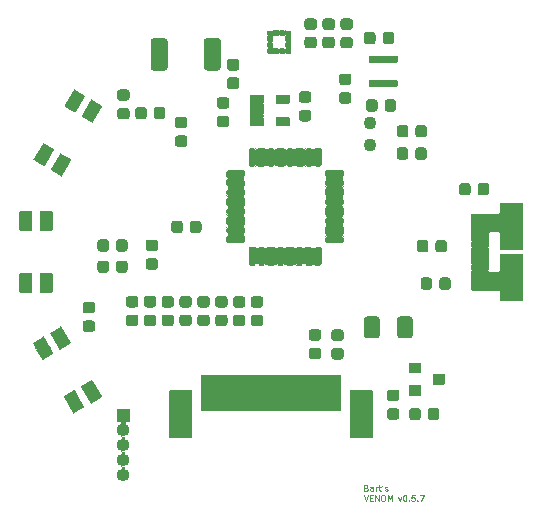
<source format=gbr>
G04 #@! TF.GenerationSoftware,KiCad,Pcbnew,5.1.8-1.fc33*
G04 #@! TF.CreationDate,2020-12-13T19:08:53+01:00*
G04 #@! TF.ProjectId,venom,76656e6f-6d2e-46b6-9963-61645f706362,rev?*
G04 #@! TF.SameCoordinates,Original*
G04 #@! TF.FileFunction,Soldermask,Top*
G04 #@! TF.FilePolarity,Negative*
%FSLAX46Y46*%
G04 Gerber Fmt 4.6, Leading zero omitted, Abs format (unit mm)*
G04 Created by KiCad (PCBNEW 5.1.8-1.fc33) date 2020-12-13 19:08:53*
%MOMM*%
%LPD*%
G01*
G04 APERTURE LIST*
%ADD10C,0.125000*%
%ADD11C,1.102000*%
%ADD12O,1.102000X1.102000*%
%ADD13C,0.100000*%
G04 APERTURE END LIST*
D10*
X167580476Y-138716785D02*
X167651904Y-138740595D01*
X167675714Y-138764404D01*
X167699523Y-138812023D01*
X167699523Y-138883452D01*
X167675714Y-138931071D01*
X167651904Y-138954880D01*
X167604285Y-138978690D01*
X167413809Y-138978690D01*
X167413809Y-138478690D01*
X167580476Y-138478690D01*
X167628095Y-138502500D01*
X167651904Y-138526309D01*
X167675714Y-138573928D01*
X167675714Y-138621547D01*
X167651904Y-138669166D01*
X167628095Y-138692976D01*
X167580476Y-138716785D01*
X167413809Y-138716785D01*
X168128095Y-138978690D02*
X168128095Y-138716785D01*
X168104285Y-138669166D01*
X168056666Y-138645357D01*
X167961428Y-138645357D01*
X167913809Y-138669166D01*
X168128095Y-138954880D02*
X168080476Y-138978690D01*
X167961428Y-138978690D01*
X167913809Y-138954880D01*
X167890000Y-138907261D01*
X167890000Y-138859642D01*
X167913809Y-138812023D01*
X167961428Y-138788214D01*
X168080476Y-138788214D01*
X168128095Y-138764404D01*
X168366190Y-138978690D02*
X168366190Y-138645357D01*
X168366190Y-138740595D02*
X168390000Y-138692976D01*
X168413809Y-138669166D01*
X168461428Y-138645357D01*
X168509047Y-138645357D01*
X168604285Y-138645357D02*
X168794761Y-138645357D01*
X168675714Y-138478690D02*
X168675714Y-138907261D01*
X168699523Y-138954880D01*
X168747142Y-138978690D01*
X168794761Y-138978690D01*
X168985238Y-138478690D02*
X168937619Y-138573928D01*
X169175714Y-138954880D02*
X169223333Y-138978690D01*
X169318571Y-138978690D01*
X169366190Y-138954880D01*
X169390000Y-138907261D01*
X169390000Y-138883452D01*
X169366190Y-138835833D01*
X169318571Y-138812023D01*
X169247142Y-138812023D01*
X169199523Y-138788214D01*
X169175714Y-138740595D01*
X169175714Y-138716785D01*
X169199523Y-138669166D01*
X169247142Y-138645357D01*
X169318571Y-138645357D01*
X169366190Y-138669166D01*
X167378095Y-139353690D02*
X167544761Y-139853690D01*
X167711428Y-139353690D01*
X167878095Y-139591785D02*
X168044761Y-139591785D01*
X168116190Y-139853690D02*
X167878095Y-139853690D01*
X167878095Y-139353690D01*
X168116190Y-139353690D01*
X168330476Y-139853690D02*
X168330476Y-139353690D01*
X168616190Y-139853690D01*
X168616190Y-139353690D01*
X168949523Y-139353690D02*
X169044761Y-139353690D01*
X169092380Y-139377500D01*
X169140000Y-139425119D01*
X169163809Y-139520357D01*
X169163809Y-139687023D01*
X169140000Y-139782261D01*
X169092380Y-139829880D01*
X169044761Y-139853690D01*
X168949523Y-139853690D01*
X168901904Y-139829880D01*
X168854285Y-139782261D01*
X168830476Y-139687023D01*
X168830476Y-139520357D01*
X168854285Y-139425119D01*
X168901904Y-139377500D01*
X168949523Y-139353690D01*
X169378095Y-139853690D02*
X169378095Y-139353690D01*
X169544761Y-139710833D01*
X169711428Y-139353690D01*
X169711428Y-139853690D01*
X170282857Y-139520357D02*
X170401904Y-139853690D01*
X170520952Y-139520357D01*
X170806666Y-139353690D02*
X170854285Y-139353690D01*
X170901904Y-139377500D01*
X170925714Y-139401309D01*
X170949523Y-139448928D01*
X170973333Y-139544166D01*
X170973333Y-139663214D01*
X170949523Y-139758452D01*
X170925714Y-139806071D01*
X170901904Y-139829880D01*
X170854285Y-139853690D01*
X170806666Y-139853690D01*
X170759047Y-139829880D01*
X170735238Y-139806071D01*
X170711428Y-139758452D01*
X170687619Y-139663214D01*
X170687619Y-139544166D01*
X170711428Y-139448928D01*
X170735238Y-139401309D01*
X170759047Y-139377500D01*
X170806666Y-139353690D01*
X171187619Y-139806071D02*
X171211428Y-139829880D01*
X171187619Y-139853690D01*
X171163809Y-139829880D01*
X171187619Y-139806071D01*
X171187619Y-139853690D01*
X171663809Y-139353690D02*
X171425714Y-139353690D01*
X171401904Y-139591785D01*
X171425714Y-139567976D01*
X171473333Y-139544166D01*
X171592380Y-139544166D01*
X171640000Y-139567976D01*
X171663809Y-139591785D01*
X171687619Y-139639404D01*
X171687619Y-139758452D01*
X171663809Y-139806071D01*
X171640000Y-139829880D01*
X171592380Y-139853690D01*
X171473333Y-139853690D01*
X171425714Y-139829880D01*
X171401904Y-139806071D01*
X171901904Y-139806071D02*
X171925714Y-139829880D01*
X171901904Y-139853690D01*
X171878095Y-139829880D01*
X171901904Y-139806071D01*
X171901904Y-139853690D01*
X172092380Y-139353690D02*
X172425714Y-139353690D01*
X172211428Y-139853690D01*
X167580476Y-138716785D02*
X167651904Y-138740595D01*
X167675714Y-138764404D01*
X167699523Y-138812023D01*
X167699523Y-138883452D01*
X167675714Y-138931071D01*
X167651904Y-138954880D01*
X167604285Y-138978690D01*
X167413809Y-138978690D01*
X167413809Y-138478690D01*
X167580476Y-138478690D01*
X167628095Y-138502500D01*
X167651904Y-138526309D01*
X167675714Y-138573928D01*
X167675714Y-138621547D01*
X167651904Y-138669166D01*
X167628095Y-138692976D01*
X167580476Y-138716785D01*
X167413809Y-138716785D01*
X168128095Y-138978690D02*
X168128095Y-138716785D01*
X168104285Y-138669166D01*
X168056666Y-138645357D01*
X167961428Y-138645357D01*
X167913809Y-138669166D01*
X168128095Y-138954880D02*
X168080476Y-138978690D01*
X167961428Y-138978690D01*
X167913809Y-138954880D01*
X167890000Y-138907261D01*
X167890000Y-138859642D01*
X167913809Y-138812023D01*
X167961428Y-138788214D01*
X168080476Y-138788214D01*
X168128095Y-138764404D01*
X168366190Y-138978690D02*
X168366190Y-138645357D01*
X168366190Y-138740595D02*
X168390000Y-138692976D01*
X168413809Y-138669166D01*
X168461428Y-138645357D01*
X168509047Y-138645357D01*
X168604285Y-138645357D02*
X168794761Y-138645357D01*
X168675714Y-138478690D02*
X168675714Y-138907261D01*
X168699523Y-138954880D01*
X168747142Y-138978690D01*
X168794761Y-138978690D01*
X168985238Y-138478690D02*
X168937619Y-138573928D01*
X169175714Y-138954880D02*
X169223333Y-138978690D01*
X169318571Y-138978690D01*
X169366190Y-138954880D01*
X169390000Y-138907261D01*
X169390000Y-138883452D01*
X169366190Y-138835833D01*
X169318571Y-138812023D01*
X169247142Y-138812023D01*
X169199523Y-138788214D01*
X169175714Y-138740595D01*
X169175714Y-138716785D01*
X169199523Y-138669166D01*
X169247142Y-138645357D01*
X169318571Y-138645357D01*
X169366190Y-138669166D01*
X167378095Y-139353690D02*
X167544761Y-139853690D01*
X167711428Y-139353690D01*
X167878095Y-139591785D02*
X168044761Y-139591785D01*
X168116190Y-139853690D02*
X167878095Y-139853690D01*
X167878095Y-139353690D01*
X168116190Y-139353690D01*
X168330476Y-139853690D02*
X168330476Y-139353690D01*
X168616190Y-139853690D01*
X168616190Y-139353690D01*
X168949523Y-139353690D02*
X169044761Y-139353690D01*
X169092380Y-139377500D01*
X169140000Y-139425119D01*
X169163809Y-139520357D01*
X169163809Y-139687023D01*
X169140000Y-139782261D01*
X169092380Y-139829880D01*
X169044761Y-139853690D01*
X168949523Y-139853690D01*
X168901904Y-139829880D01*
X168854285Y-139782261D01*
X168830476Y-139687023D01*
X168830476Y-139520357D01*
X168854285Y-139425119D01*
X168901904Y-139377500D01*
X168949523Y-139353690D01*
X169378095Y-139853690D02*
X169378095Y-139353690D01*
X169544761Y-139710833D01*
X169711428Y-139353690D01*
X169711428Y-139853690D01*
X170282857Y-139520357D02*
X170401904Y-139853690D01*
X170520952Y-139520357D01*
X170806666Y-139353690D02*
X170854285Y-139353690D01*
X170901904Y-139377500D01*
X170925714Y-139401309D01*
X170949523Y-139448928D01*
X170973333Y-139544166D01*
X170973333Y-139663214D01*
X170949523Y-139758452D01*
X170925714Y-139806071D01*
X170901904Y-139829880D01*
X170854285Y-139853690D01*
X170806666Y-139853690D01*
X170759047Y-139829880D01*
X170735238Y-139806071D01*
X170711428Y-139758452D01*
X170687619Y-139663214D01*
X170687619Y-139544166D01*
X170711428Y-139448928D01*
X170735238Y-139401309D01*
X170759047Y-139377500D01*
X170806666Y-139353690D01*
X171187619Y-139806071D02*
X171211428Y-139829880D01*
X171187619Y-139853690D01*
X171163809Y-139829880D01*
X171187619Y-139806071D01*
X171187619Y-139853690D01*
X171663809Y-139353690D02*
X171425714Y-139353690D01*
X171401904Y-139591785D01*
X171425714Y-139567976D01*
X171473333Y-139544166D01*
X171592380Y-139544166D01*
X171640000Y-139567976D01*
X171663809Y-139591785D01*
X171687619Y-139639404D01*
X171687619Y-139758452D01*
X171663809Y-139806071D01*
X171640000Y-139829880D01*
X171592380Y-139853690D01*
X171473333Y-139853690D01*
X171425714Y-139829880D01*
X171401904Y-139806071D01*
X171901904Y-139806071D02*
X171925714Y-139829880D01*
X171901904Y-139853690D01*
X171878095Y-139829880D01*
X171901904Y-139806071D01*
X171901904Y-139853690D01*
X172092380Y-139353690D02*
X172425714Y-139353690D01*
X172211428Y-139853690D01*
D11*
X167894000Y-109728000D03*
X167894000Y-107828000D03*
G36*
G01*
X167870000Y-104204000D02*
X168220000Y-104204000D01*
G75*
G02*
X168271000Y-104255000I0J-51000D01*
G01*
X168271000Y-104755000D01*
G75*
G02*
X168220000Y-104806000I-51000J0D01*
G01*
X167870000Y-104806000D01*
G75*
G02*
X167819000Y-104755000I0J51000D01*
G01*
X167819000Y-104255000D01*
G75*
G02*
X167870000Y-104204000I51000J0D01*
G01*
G37*
G36*
G01*
X168520000Y-104204000D02*
X168870000Y-104204000D01*
G75*
G02*
X168921000Y-104255000I0J-51000D01*
G01*
X168921000Y-104755000D01*
G75*
G02*
X168870000Y-104806000I-51000J0D01*
G01*
X168520000Y-104806000D01*
G75*
G02*
X168469000Y-104755000I0J51000D01*
G01*
X168469000Y-104255000D01*
G75*
G02*
X168520000Y-104204000I51000J0D01*
G01*
G37*
G36*
G01*
X169170000Y-104204000D02*
X169520000Y-104204000D01*
G75*
G02*
X169571000Y-104255000I0J-51000D01*
G01*
X169571000Y-104755000D01*
G75*
G02*
X169520000Y-104806000I-51000J0D01*
G01*
X169170000Y-104806000D01*
G75*
G02*
X169119000Y-104755000I0J51000D01*
G01*
X169119000Y-104255000D01*
G75*
G02*
X169170000Y-104204000I51000J0D01*
G01*
G37*
G36*
G01*
X169820000Y-104204000D02*
X170170000Y-104204000D01*
G75*
G02*
X170221000Y-104255000I0J-51000D01*
G01*
X170221000Y-104755000D01*
G75*
G02*
X170170000Y-104806000I-51000J0D01*
G01*
X169820000Y-104806000D01*
G75*
G02*
X169769000Y-104755000I0J51000D01*
G01*
X169769000Y-104255000D01*
G75*
G02*
X169820000Y-104204000I51000J0D01*
G01*
G37*
G36*
G01*
X169820000Y-102154000D02*
X170170000Y-102154000D01*
G75*
G02*
X170221000Y-102205000I0J-51000D01*
G01*
X170221000Y-102705000D01*
G75*
G02*
X170170000Y-102756000I-51000J0D01*
G01*
X169820000Y-102756000D01*
G75*
G02*
X169769000Y-102705000I0J51000D01*
G01*
X169769000Y-102205000D01*
G75*
G02*
X169820000Y-102154000I51000J0D01*
G01*
G37*
G36*
G01*
X169170000Y-102154000D02*
X169520000Y-102154000D01*
G75*
G02*
X169571000Y-102205000I0J-51000D01*
G01*
X169571000Y-102705000D01*
G75*
G02*
X169520000Y-102756000I-51000J0D01*
G01*
X169170000Y-102756000D01*
G75*
G02*
X169119000Y-102705000I0J51000D01*
G01*
X169119000Y-102205000D01*
G75*
G02*
X169170000Y-102154000I51000J0D01*
G01*
G37*
G36*
G01*
X168520000Y-102154000D02*
X168870000Y-102154000D01*
G75*
G02*
X168921000Y-102205000I0J-51000D01*
G01*
X168921000Y-102705000D01*
G75*
G02*
X168870000Y-102756000I-51000J0D01*
G01*
X168520000Y-102756000D01*
G75*
G02*
X168469000Y-102705000I0J51000D01*
G01*
X168469000Y-102205000D01*
G75*
G02*
X168520000Y-102154000I51000J0D01*
G01*
G37*
G36*
G01*
X167870000Y-102154000D02*
X168220000Y-102154000D01*
G75*
G02*
X168271000Y-102205000I0J-51000D01*
G01*
X168271000Y-102705000D01*
G75*
G02*
X168220000Y-102756000I-51000J0D01*
G01*
X167870000Y-102756000D01*
G75*
G02*
X167819000Y-102705000I0J51000D01*
G01*
X167819000Y-102205000D01*
G75*
G02*
X167870000Y-102154000I51000J0D01*
G01*
G37*
G36*
G01*
X166209000Y-134510000D02*
X166209000Y-130510000D01*
G75*
G02*
X166260000Y-130459000I51000J0D01*
G01*
X168060000Y-130459000D01*
G75*
G02*
X168111000Y-130510000I0J-51000D01*
G01*
X168111000Y-134510000D01*
G75*
G02*
X168060000Y-134561000I-51000J0D01*
G01*
X166260000Y-134561000D01*
G75*
G02*
X166209000Y-134510000I0J51000D01*
G01*
G37*
G36*
G01*
X150909000Y-134510000D02*
X150909000Y-130510000D01*
G75*
G02*
X150960000Y-130459000I51000J0D01*
G01*
X152760000Y-130459000D01*
G75*
G02*
X152811000Y-130510000I0J-51000D01*
G01*
X152811000Y-134510000D01*
G75*
G02*
X152760000Y-134561000I-51000J0D01*
G01*
X150960000Y-134561000D01*
G75*
G02*
X150909000Y-134510000I0J51000D01*
G01*
G37*
G36*
G01*
X153559000Y-132210000D02*
X153559000Y-129210000D01*
G75*
G02*
X153610000Y-129159000I51000J0D01*
G01*
X153910000Y-129159000D01*
G75*
G02*
X153961000Y-129210000I0J-51000D01*
G01*
X153961000Y-132210000D01*
G75*
G02*
X153910000Y-132261000I-51000J0D01*
G01*
X153610000Y-132261000D01*
G75*
G02*
X153559000Y-132210000I0J51000D01*
G01*
G37*
G36*
G01*
X154059000Y-132210000D02*
X154059000Y-129210000D01*
G75*
G02*
X154110000Y-129159000I51000J0D01*
G01*
X154410000Y-129159000D01*
G75*
G02*
X154461000Y-129210000I0J-51000D01*
G01*
X154461000Y-132210000D01*
G75*
G02*
X154410000Y-132261000I-51000J0D01*
G01*
X154110000Y-132261000D01*
G75*
G02*
X154059000Y-132210000I0J51000D01*
G01*
G37*
G36*
G01*
X154559000Y-132210000D02*
X154559000Y-129210000D01*
G75*
G02*
X154610000Y-129159000I51000J0D01*
G01*
X154910000Y-129159000D01*
G75*
G02*
X154961000Y-129210000I0J-51000D01*
G01*
X154961000Y-132210000D01*
G75*
G02*
X154910000Y-132261000I-51000J0D01*
G01*
X154610000Y-132261000D01*
G75*
G02*
X154559000Y-132210000I0J51000D01*
G01*
G37*
G36*
G01*
X155059000Y-132210000D02*
X155059000Y-129210000D01*
G75*
G02*
X155110000Y-129159000I51000J0D01*
G01*
X155410000Y-129159000D01*
G75*
G02*
X155461000Y-129210000I0J-51000D01*
G01*
X155461000Y-132210000D01*
G75*
G02*
X155410000Y-132261000I-51000J0D01*
G01*
X155110000Y-132261000D01*
G75*
G02*
X155059000Y-132210000I0J51000D01*
G01*
G37*
G36*
G01*
X155559000Y-132210000D02*
X155559000Y-129210000D01*
G75*
G02*
X155610000Y-129159000I51000J0D01*
G01*
X155910000Y-129159000D01*
G75*
G02*
X155961000Y-129210000I0J-51000D01*
G01*
X155961000Y-132210000D01*
G75*
G02*
X155910000Y-132261000I-51000J0D01*
G01*
X155610000Y-132261000D01*
G75*
G02*
X155559000Y-132210000I0J51000D01*
G01*
G37*
G36*
G01*
X156059000Y-132210000D02*
X156059000Y-129210000D01*
G75*
G02*
X156110000Y-129159000I51000J0D01*
G01*
X156410000Y-129159000D01*
G75*
G02*
X156461000Y-129210000I0J-51000D01*
G01*
X156461000Y-132210000D01*
G75*
G02*
X156410000Y-132261000I-51000J0D01*
G01*
X156110000Y-132261000D01*
G75*
G02*
X156059000Y-132210000I0J51000D01*
G01*
G37*
G36*
G01*
X156559000Y-132210000D02*
X156559000Y-129210000D01*
G75*
G02*
X156610000Y-129159000I51000J0D01*
G01*
X156910000Y-129159000D01*
G75*
G02*
X156961000Y-129210000I0J-51000D01*
G01*
X156961000Y-132210000D01*
G75*
G02*
X156910000Y-132261000I-51000J0D01*
G01*
X156610000Y-132261000D01*
G75*
G02*
X156559000Y-132210000I0J51000D01*
G01*
G37*
G36*
G01*
X157059000Y-132210000D02*
X157059000Y-129210000D01*
G75*
G02*
X157110000Y-129159000I51000J0D01*
G01*
X157410000Y-129159000D01*
G75*
G02*
X157461000Y-129210000I0J-51000D01*
G01*
X157461000Y-132210000D01*
G75*
G02*
X157410000Y-132261000I-51000J0D01*
G01*
X157110000Y-132261000D01*
G75*
G02*
X157059000Y-132210000I0J51000D01*
G01*
G37*
G36*
G01*
X157559000Y-132210000D02*
X157559000Y-129210000D01*
G75*
G02*
X157610000Y-129159000I51000J0D01*
G01*
X157910000Y-129159000D01*
G75*
G02*
X157961000Y-129210000I0J-51000D01*
G01*
X157961000Y-132210000D01*
G75*
G02*
X157910000Y-132261000I-51000J0D01*
G01*
X157610000Y-132261000D01*
G75*
G02*
X157559000Y-132210000I0J51000D01*
G01*
G37*
G36*
G01*
X158059000Y-132210000D02*
X158059000Y-129210000D01*
G75*
G02*
X158110000Y-129159000I51000J0D01*
G01*
X158410000Y-129159000D01*
G75*
G02*
X158461000Y-129210000I0J-51000D01*
G01*
X158461000Y-132210000D01*
G75*
G02*
X158410000Y-132261000I-51000J0D01*
G01*
X158110000Y-132261000D01*
G75*
G02*
X158059000Y-132210000I0J51000D01*
G01*
G37*
G36*
G01*
X158559000Y-132210000D02*
X158559000Y-129210000D01*
G75*
G02*
X158610000Y-129159000I51000J0D01*
G01*
X158910000Y-129159000D01*
G75*
G02*
X158961000Y-129210000I0J-51000D01*
G01*
X158961000Y-132210000D01*
G75*
G02*
X158910000Y-132261000I-51000J0D01*
G01*
X158610000Y-132261000D01*
G75*
G02*
X158559000Y-132210000I0J51000D01*
G01*
G37*
G36*
G01*
X159059000Y-132210000D02*
X159059000Y-129210000D01*
G75*
G02*
X159110000Y-129159000I51000J0D01*
G01*
X159410000Y-129159000D01*
G75*
G02*
X159461000Y-129210000I0J-51000D01*
G01*
X159461000Y-132210000D01*
G75*
G02*
X159410000Y-132261000I-51000J0D01*
G01*
X159110000Y-132261000D01*
G75*
G02*
X159059000Y-132210000I0J51000D01*
G01*
G37*
G36*
G01*
X159559000Y-132210000D02*
X159559000Y-129210000D01*
G75*
G02*
X159610000Y-129159000I51000J0D01*
G01*
X159910000Y-129159000D01*
G75*
G02*
X159961000Y-129210000I0J-51000D01*
G01*
X159961000Y-132210000D01*
G75*
G02*
X159910000Y-132261000I-51000J0D01*
G01*
X159610000Y-132261000D01*
G75*
G02*
X159559000Y-132210000I0J51000D01*
G01*
G37*
G36*
G01*
X160059000Y-132210000D02*
X160059000Y-129210000D01*
G75*
G02*
X160110000Y-129159000I51000J0D01*
G01*
X160410000Y-129159000D01*
G75*
G02*
X160461000Y-129210000I0J-51000D01*
G01*
X160461000Y-132210000D01*
G75*
G02*
X160410000Y-132261000I-51000J0D01*
G01*
X160110000Y-132261000D01*
G75*
G02*
X160059000Y-132210000I0J51000D01*
G01*
G37*
G36*
G01*
X160559000Y-132210000D02*
X160559000Y-129210000D01*
G75*
G02*
X160610000Y-129159000I51000J0D01*
G01*
X160910000Y-129159000D01*
G75*
G02*
X160961000Y-129210000I0J-51000D01*
G01*
X160961000Y-132210000D01*
G75*
G02*
X160910000Y-132261000I-51000J0D01*
G01*
X160610000Y-132261000D01*
G75*
G02*
X160559000Y-132210000I0J51000D01*
G01*
G37*
G36*
G01*
X161059000Y-132210000D02*
X161059000Y-129210000D01*
G75*
G02*
X161110000Y-129159000I51000J0D01*
G01*
X161410000Y-129159000D01*
G75*
G02*
X161461000Y-129210000I0J-51000D01*
G01*
X161461000Y-132210000D01*
G75*
G02*
X161410000Y-132261000I-51000J0D01*
G01*
X161110000Y-132261000D01*
G75*
G02*
X161059000Y-132210000I0J51000D01*
G01*
G37*
G36*
G01*
X161559000Y-132210000D02*
X161559000Y-129210000D01*
G75*
G02*
X161610000Y-129159000I51000J0D01*
G01*
X161910000Y-129159000D01*
G75*
G02*
X161961000Y-129210000I0J-51000D01*
G01*
X161961000Y-132210000D01*
G75*
G02*
X161910000Y-132261000I-51000J0D01*
G01*
X161610000Y-132261000D01*
G75*
G02*
X161559000Y-132210000I0J51000D01*
G01*
G37*
G36*
G01*
X162059000Y-132210000D02*
X162059000Y-129210000D01*
G75*
G02*
X162110000Y-129159000I51000J0D01*
G01*
X162410000Y-129159000D01*
G75*
G02*
X162461000Y-129210000I0J-51000D01*
G01*
X162461000Y-132210000D01*
G75*
G02*
X162410000Y-132261000I-51000J0D01*
G01*
X162110000Y-132261000D01*
G75*
G02*
X162059000Y-132210000I0J51000D01*
G01*
G37*
G36*
G01*
X162559000Y-132210000D02*
X162559000Y-129210000D01*
G75*
G02*
X162610000Y-129159000I51000J0D01*
G01*
X162910000Y-129159000D01*
G75*
G02*
X162961000Y-129210000I0J-51000D01*
G01*
X162961000Y-132210000D01*
G75*
G02*
X162910000Y-132261000I-51000J0D01*
G01*
X162610000Y-132261000D01*
G75*
G02*
X162559000Y-132210000I0J51000D01*
G01*
G37*
G36*
G01*
X163059000Y-132210000D02*
X163059000Y-129210000D01*
G75*
G02*
X163110000Y-129159000I51000J0D01*
G01*
X163410000Y-129159000D01*
G75*
G02*
X163461000Y-129210000I0J-51000D01*
G01*
X163461000Y-132210000D01*
G75*
G02*
X163410000Y-132261000I-51000J0D01*
G01*
X163110000Y-132261000D01*
G75*
G02*
X163059000Y-132210000I0J51000D01*
G01*
G37*
G36*
G01*
X163559000Y-132210000D02*
X163559000Y-129210000D01*
G75*
G02*
X163610000Y-129159000I51000J0D01*
G01*
X163910000Y-129159000D01*
G75*
G02*
X163961000Y-129210000I0J-51000D01*
G01*
X163961000Y-132210000D01*
G75*
G02*
X163910000Y-132261000I-51000J0D01*
G01*
X163610000Y-132261000D01*
G75*
G02*
X163559000Y-132210000I0J51000D01*
G01*
G37*
G36*
G01*
X164059000Y-132210000D02*
X164059000Y-129210000D01*
G75*
G02*
X164110000Y-129159000I51000J0D01*
G01*
X164410000Y-129159000D01*
G75*
G02*
X164461000Y-129210000I0J-51000D01*
G01*
X164461000Y-132210000D01*
G75*
G02*
X164410000Y-132261000I-51000J0D01*
G01*
X164110000Y-132261000D01*
G75*
G02*
X164059000Y-132210000I0J51000D01*
G01*
G37*
G36*
G01*
X164559000Y-132210000D02*
X164559000Y-129210000D01*
G75*
G02*
X164610000Y-129159000I51000J0D01*
G01*
X164910000Y-129159000D01*
G75*
G02*
X164961000Y-129210000I0J-51000D01*
G01*
X164961000Y-132210000D01*
G75*
G02*
X164910000Y-132261000I-51000J0D01*
G01*
X164610000Y-132261000D01*
G75*
G02*
X164559000Y-132210000I0J51000D01*
G01*
G37*
G36*
G01*
X165059000Y-132210000D02*
X165059000Y-129210000D01*
G75*
G02*
X165110000Y-129159000I51000J0D01*
G01*
X165410000Y-129159000D01*
G75*
G02*
X165461000Y-129210000I0J-51000D01*
G01*
X165461000Y-132210000D01*
G75*
G02*
X165410000Y-132261000I-51000J0D01*
G01*
X165110000Y-132261000D01*
G75*
G02*
X165059000Y-132210000I0J51000D01*
G01*
G37*
G36*
G01*
X140837609Y-125596346D02*
X141703635Y-125096346D01*
G75*
G02*
X141773302Y-125115013I25500J-44167D01*
G01*
X142548302Y-126457353D01*
G75*
G02*
X142529635Y-126527020I-44167J-25500D01*
G01*
X141663609Y-127027020D01*
G75*
G02*
X141593942Y-127008353I-25500J44167D01*
G01*
X140818942Y-125666013D01*
G75*
G02*
X140837609Y-125596346I44167J25500D01*
G01*
G37*
G36*
G01*
X143462609Y-130142980D02*
X144328635Y-129642980D01*
G75*
G02*
X144398302Y-129661647I25500J-44167D01*
G01*
X145173302Y-131003987D01*
G75*
G02*
X145154635Y-131073654I-44167J-25500D01*
G01*
X144288609Y-131573654D01*
G75*
G02*
X144218942Y-131554987I-25500J44167D01*
G01*
X143443942Y-130212647D01*
G75*
G02*
X143462609Y-130142980I44167J25500D01*
G01*
G37*
G36*
G01*
X141990365Y-130992980D02*
X142856391Y-130492980D01*
G75*
G02*
X142926058Y-130511647I25500J-44167D01*
G01*
X143701058Y-131853987D01*
G75*
G02*
X143682391Y-131923654I-44167J-25500D01*
G01*
X142816365Y-132423654D01*
G75*
G02*
X142746698Y-132404987I-25500J44167D01*
G01*
X141971698Y-131062647D01*
G75*
G02*
X141990365Y-130992980I44167J25500D01*
G01*
G37*
G36*
G01*
X139365365Y-126446346D02*
X140231391Y-125946346D01*
G75*
G02*
X140301058Y-125965013I25500J-44167D01*
G01*
X141076058Y-127307353D01*
G75*
G02*
X141057391Y-127377020I-44167J-25500D01*
G01*
X140191365Y-127877020D01*
G75*
G02*
X140121698Y-127858353I-25500J44167D01*
G01*
X139346698Y-126516013D01*
G75*
G02*
X139365365Y-126446346I44167J25500D01*
G01*
G37*
G36*
G01*
X155266000Y-100932887D02*
X155266000Y-103147113D01*
G75*
G02*
X154997113Y-103416000I-268887J0D01*
G01*
X154082887Y-103416000D01*
G75*
G02*
X153814000Y-103147113I0J268887D01*
G01*
X153814000Y-100932887D01*
G75*
G02*
X154082887Y-100664000I268887J0D01*
G01*
X154997113Y-100664000D01*
G75*
G02*
X155266000Y-100932887I0J-268887D01*
G01*
G37*
G36*
G01*
X150766000Y-100932887D02*
X150766000Y-103147113D01*
G75*
G02*
X150497113Y-103416000I-268887J0D01*
G01*
X149582887Y-103416000D01*
G75*
G02*
X149314000Y-103147113I0J268887D01*
G01*
X149314000Y-100932887D01*
G75*
G02*
X149582887Y-100664000I268887J0D01*
G01*
X150497113Y-100664000D01*
G75*
G02*
X150766000Y-100932887I0J-268887D01*
G01*
G37*
G36*
G01*
X168357000Y-100378250D02*
X168357000Y-100941750D01*
G75*
G02*
X168112750Y-101186000I-244250J0D01*
G01*
X167624250Y-101186000D01*
G75*
G02*
X167380000Y-100941750I0J244250D01*
G01*
X167380000Y-100378250D01*
G75*
G02*
X167624250Y-100134000I244250J0D01*
G01*
X168112750Y-100134000D01*
G75*
G02*
X168357000Y-100378250I0J-244250D01*
G01*
G37*
G36*
G01*
X169932000Y-100378250D02*
X169932000Y-100941750D01*
G75*
G02*
X169687750Y-101186000I-244250J0D01*
G01*
X169199250Y-101186000D01*
G75*
G02*
X168955000Y-100941750I0J244250D01*
G01*
X168955000Y-100378250D01*
G75*
G02*
X169199250Y-100134000I244250J0D01*
G01*
X169687750Y-100134000D01*
G75*
G02*
X169932000Y-100378250I0J-244250D01*
G01*
G37*
G36*
G01*
X166191750Y-101536000D02*
X165628250Y-101536000D01*
G75*
G02*
X165384000Y-101291750I0J244250D01*
G01*
X165384000Y-100803250D01*
G75*
G02*
X165628250Y-100559000I244250J0D01*
G01*
X166191750Y-100559000D01*
G75*
G02*
X166436000Y-100803250I0J-244250D01*
G01*
X166436000Y-101291750D01*
G75*
G02*
X166191750Y-101536000I-244250J0D01*
G01*
G37*
G36*
G01*
X166191750Y-99961000D02*
X165628250Y-99961000D01*
G75*
G02*
X165384000Y-99716750I0J244250D01*
G01*
X165384000Y-99228250D01*
G75*
G02*
X165628250Y-98984000I244250J0D01*
G01*
X166191750Y-98984000D01*
G75*
G02*
X166436000Y-99228250I0J-244250D01*
G01*
X166436000Y-99716750D01*
G75*
G02*
X166191750Y-99961000I-244250J0D01*
G01*
G37*
G36*
G01*
X170144000Y-110721750D02*
X170144000Y-110158250D01*
G75*
G02*
X170388250Y-109914000I244250J0D01*
G01*
X170876750Y-109914000D01*
G75*
G02*
X171121000Y-110158250I0J-244250D01*
G01*
X171121000Y-110721750D01*
G75*
G02*
X170876750Y-110966000I-244250J0D01*
G01*
X170388250Y-110966000D01*
G75*
G02*
X170144000Y-110721750I0J244250D01*
G01*
G37*
G36*
G01*
X171719000Y-110721750D02*
X171719000Y-110158250D01*
G75*
G02*
X171963250Y-109914000I244250J0D01*
G01*
X172451750Y-109914000D01*
G75*
G02*
X172696000Y-110158250I0J-244250D01*
G01*
X172696000Y-110721750D01*
G75*
G02*
X172451750Y-110966000I-244250J0D01*
G01*
X171963250Y-110966000D01*
G75*
G02*
X171719000Y-110721750I0J244250D01*
G01*
G37*
G36*
G01*
X171739000Y-108831750D02*
X171739000Y-108268250D01*
G75*
G02*
X171983250Y-108024000I244250J0D01*
G01*
X172471750Y-108024000D01*
G75*
G02*
X172716000Y-108268250I0J-244250D01*
G01*
X172716000Y-108831750D01*
G75*
G02*
X172471750Y-109076000I-244250J0D01*
G01*
X171983250Y-109076000D01*
G75*
G02*
X171739000Y-108831750I0J244250D01*
G01*
G37*
G36*
G01*
X170164000Y-108831750D02*
X170164000Y-108268250D01*
G75*
G02*
X170408250Y-108024000I244250J0D01*
G01*
X170896750Y-108024000D01*
G75*
G02*
X171141000Y-108268250I0J-244250D01*
G01*
X171141000Y-108831750D01*
G75*
G02*
X170896750Y-109076000I-244250J0D01*
G01*
X170408250Y-109076000D01*
G75*
G02*
X170164000Y-108831750I0J244250D01*
G01*
G37*
G36*
G01*
X173429000Y-118561750D02*
X173429000Y-117998250D01*
G75*
G02*
X173673250Y-117754000I244250J0D01*
G01*
X174161750Y-117754000D01*
G75*
G02*
X174406000Y-117998250I0J-244250D01*
G01*
X174406000Y-118561750D01*
G75*
G02*
X174161750Y-118806000I-244250J0D01*
G01*
X173673250Y-118806000D01*
G75*
G02*
X173429000Y-118561750I0J244250D01*
G01*
G37*
G36*
G01*
X171854000Y-118561750D02*
X171854000Y-117998250D01*
G75*
G02*
X172098250Y-117754000I244250J0D01*
G01*
X172586750Y-117754000D01*
G75*
G02*
X172831000Y-117998250I0J-244250D01*
G01*
X172831000Y-118561750D01*
G75*
G02*
X172586750Y-118806000I-244250J0D01*
G01*
X172098250Y-118806000D01*
G75*
G02*
X171854000Y-118561750I0J244250D01*
G01*
G37*
G36*
G01*
X165421750Y-127876000D02*
X164858250Y-127876000D01*
G75*
G02*
X164614000Y-127631750I0J244250D01*
G01*
X164614000Y-127143250D01*
G75*
G02*
X164858250Y-126899000I244250J0D01*
G01*
X165421750Y-126899000D01*
G75*
G02*
X165666000Y-127143250I0J-244250D01*
G01*
X165666000Y-127631750D01*
G75*
G02*
X165421750Y-127876000I-244250J0D01*
G01*
G37*
G36*
G01*
X165421750Y-126301000D02*
X164858250Y-126301000D01*
G75*
G02*
X164614000Y-126056750I0J244250D01*
G01*
X164614000Y-125568250D01*
G75*
G02*
X164858250Y-125324000I244250J0D01*
G01*
X165421750Y-125324000D01*
G75*
G02*
X165666000Y-125568250I0J-244250D01*
G01*
X165666000Y-126056750D01*
G75*
G02*
X165421750Y-126301000I-244250J0D01*
G01*
G37*
G36*
G01*
X163511750Y-127856000D02*
X162948250Y-127856000D01*
G75*
G02*
X162704000Y-127611750I0J244250D01*
G01*
X162704000Y-127123250D01*
G75*
G02*
X162948250Y-126879000I244250J0D01*
G01*
X163511750Y-126879000D01*
G75*
G02*
X163756000Y-127123250I0J-244250D01*
G01*
X163756000Y-127611750D01*
G75*
G02*
X163511750Y-127856000I-244250J0D01*
G01*
G37*
G36*
G01*
X163511750Y-126281000D02*
X162948250Y-126281000D01*
G75*
G02*
X162704000Y-126036750I0J244250D01*
G01*
X162704000Y-125548250D01*
G75*
G02*
X162948250Y-125304000I244250J0D01*
G01*
X163511750Y-125304000D01*
G75*
G02*
X163756000Y-125548250I0J-244250D01*
G01*
X163756000Y-126036750D01*
G75*
G02*
X163511750Y-126281000I-244250J0D01*
G01*
G37*
G36*
G01*
X158601750Y-123481000D02*
X158038250Y-123481000D01*
G75*
G02*
X157794000Y-123236750I0J244250D01*
G01*
X157794000Y-122748250D01*
G75*
G02*
X158038250Y-122504000I244250J0D01*
G01*
X158601750Y-122504000D01*
G75*
G02*
X158846000Y-122748250I0J-244250D01*
G01*
X158846000Y-123236750D01*
G75*
G02*
X158601750Y-123481000I-244250J0D01*
G01*
G37*
G36*
G01*
X158601750Y-125056000D02*
X158038250Y-125056000D01*
G75*
G02*
X157794000Y-124811750I0J244250D01*
G01*
X157794000Y-124323250D01*
G75*
G02*
X158038250Y-124079000I244250J0D01*
G01*
X158601750Y-124079000D01*
G75*
G02*
X158846000Y-124323250I0J-244250D01*
G01*
X158846000Y-124811750D01*
G75*
G02*
X158601750Y-125056000I-244250J0D01*
G01*
G37*
G36*
G01*
X157091750Y-123481000D02*
X156528250Y-123481000D01*
G75*
G02*
X156284000Y-123236750I0J244250D01*
G01*
X156284000Y-122748250D01*
G75*
G02*
X156528250Y-122504000I244250J0D01*
G01*
X157091750Y-122504000D01*
G75*
G02*
X157336000Y-122748250I0J-244250D01*
G01*
X157336000Y-123236750D01*
G75*
G02*
X157091750Y-123481000I-244250J0D01*
G01*
G37*
G36*
G01*
X157091750Y-125056000D02*
X156528250Y-125056000D01*
G75*
G02*
X156284000Y-124811750I0J244250D01*
G01*
X156284000Y-124323250D01*
G75*
G02*
X156528250Y-124079000I244250J0D01*
G01*
X157091750Y-124079000D01*
G75*
G02*
X157336000Y-124323250I0J-244250D01*
G01*
X157336000Y-124811750D01*
G75*
G02*
X157091750Y-125056000I-244250J0D01*
G01*
G37*
G36*
G01*
X155581750Y-125056000D02*
X155018250Y-125056000D01*
G75*
G02*
X154774000Y-124811750I0J244250D01*
G01*
X154774000Y-124323250D01*
G75*
G02*
X155018250Y-124079000I244250J0D01*
G01*
X155581750Y-124079000D01*
G75*
G02*
X155826000Y-124323250I0J-244250D01*
G01*
X155826000Y-124811750D01*
G75*
G02*
X155581750Y-125056000I-244250J0D01*
G01*
G37*
G36*
G01*
X155581750Y-123481000D02*
X155018250Y-123481000D01*
G75*
G02*
X154774000Y-123236750I0J244250D01*
G01*
X154774000Y-122748250D01*
G75*
G02*
X155018250Y-122504000I244250J0D01*
G01*
X155581750Y-122504000D01*
G75*
G02*
X155826000Y-122748250I0J-244250D01*
G01*
X155826000Y-123236750D01*
G75*
G02*
X155581750Y-123481000I-244250J0D01*
G01*
G37*
G36*
G01*
X154071750Y-125046000D02*
X153508250Y-125046000D01*
G75*
G02*
X153264000Y-124801750I0J244250D01*
G01*
X153264000Y-124313250D01*
G75*
G02*
X153508250Y-124069000I244250J0D01*
G01*
X154071750Y-124069000D01*
G75*
G02*
X154316000Y-124313250I0J-244250D01*
G01*
X154316000Y-124801750D01*
G75*
G02*
X154071750Y-125046000I-244250J0D01*
G01*
G37*
G36*
G01*
X154071750Y-123471000D02*
X153508250Y-123471000D01*
G75*
G02*
X153264000Y-123226750I0J244250D01*
G01*
X153264000Y-122738250D01*
G75*
G02*
X153508250Y-122494000I244250J0D01*
G01*
X154071750Y-122494000D01*
G75*
G02*
X154316000Y-122738250I0J-244250D01*
G01*
X154316000Y-123226750D01*
G75*
G02*
X154071750Y-123471000I-244250J0D01*
G01*
G37*
G36*
G01*
X152561750Y-123471000D02*
X151998250Y-123471000D01*
G75*
G02*
X151754000Y-123226750I0J244250D01*
G01*
X151754000Y-122738250D01*
G75*
G02*
X151998250Y-122494000I244250J0D01*
G01*
X152561750Y-122494000D01*
G75*
G02*
X152806000Y-122738250I0J-244250D01*
G01*
X152806000Y-123226750D01*
G75*
G02*
X152561750Y-123471000I-244250J0D01*
G01*
G37*
G36*
G01*
X152561750Y-125046000D02*
X151998250Y-125046000D01*
G75*
G02*
X151754000Y-124801750I0J244250D01*
G01*
X151754000Y-124313250D01*
G75*
G02*
X151998250Y-124069000I244250J0D01*
G01*
X152561750Y-124069000D01*
G75*
G02*
X152806000Y-124313250I0J-244250D01*
G01*
X152806000Y-124801750D01*
G75*
G02*
X152561750Y-125046000I-244250J0D01*
G01*
G37*
G36*
G01*
X151051750Y-125046000D02*
X150488250Y-125046000D01*
G75*
G02*
X150244000Y-124801750I0J244250D01*
G01*
X150244000Y-124313250D01*
G75*
G02*
X150488250Y-124069000I244250J0D01*
G01*
X151051750Y-124069000D01*
G75*
G02*
X151296000Y-124313250I0J-244250D01*
G01*
X151296000Y-124801750D01*
G75*
G02*
X151051750Y-125046000I-244250J0D01*
G01*
G37*
G36*
G01*
X151051750Y-123471000D02*
X150488250Y-123471000D01*
G75*
G02*
X150244000Y-123226750I0J244250D01*
G01*
X150244000Y-122738250D01*
G75*
G02*
X150488250Y-122494000I244250J0D01*
G01*
X151051750Y-122494000D01*
G75*
G02*
X151296000Y-122738250I0J-244250D01*
G01*
X151296000Y-123226750D01*
G75*
G02*
X151051750Y-123471000I-244250J0D01*
G01*
G37*
G36*
G01*
X149541750Y-123471000D02*
X148978250Y-123471000D01*
G75*
G02*
X148734000Y-123226750I0J244250D01*
G01*
X148734000Y-122738250D01*
G75*
G02*
X148978250Y-122494000I244250J0D01*
G01*
X149541750Y-122494000D01*
G75*
G02*
X149786000Y-122738250I0J-244250D01*
G01*
X149786000Y-123226750D01*
G75*
G02*
X149541750Y-123471000I-244250J0D01*
G01*
G37*
G36*
G01*
X149541750Y-125046000D02*
X148978250Y-125046000D01*
G75*
G02*
X148734000Y-124801750I0J244250D01*
G01*
X148734000Y-124313250D01*
G75*
G02*
X148978250Y-124069000I244250J0D01*
G01*
X149541750Y-124069000D01*
G75*
G02*
X149786000Y-124313250I0J-244250D01*
G01*
X149786000Y-124801750D01*
G75*
G02*
X149541750Y-125046000I-244250J0D01*
G01*
G37*
G36*
G01*
X148031750Y-123471000D02*
X147468250Y-123471000D01*
G75*
G02*
X147224000Y-123226750I0J244250D01*
G01*
X147224000Y-122738250D01*
G75*
G02*
X147468250Y-122494000I244250J0D01*
G01*
X148031750Y-122494000D01*
G75*
G02*
X148276000Y-122738250I0J-244250D01*
G01*
X148276000Y-123226750D01*
G75*
G02*
X148031750Y-123471000I-244250J0D01*
G01*
G37*
G36*
G01*
X148031750Y-125046000D02*
X147468250Y-125046000D01*
G75*
G02*
X147224000Y-124801750I0J244250D01*
G01*
X147224000Y-124313250D01*
G75*
G02*
X147468250Y-124069000I244250J0D01*
G01*
X148031750Y-124069000D01*
G75*
G02*
X148276000Y-124313250I0J-244250D01*
G01*
X148276000Y-124801750D01*
G75*
G02*
X148031750Y-125046000I-244250J0D01*
G01*
G37*
G36*
G01*
X155166250Y-107233000D02*
X155729750Y-107233000D01*
G75*
G02*
X155974000Y-107477250I0J-244250D01*
G01*
X155974000Y-107965750D01*
G75*
G02*
X155729750Y-108210000I-244250J0D01*
G01*
X155166250Y-108210000D01*
G75*
G02*
X154922000Y-107965750I0J244250D01*
G01*
X154922000Y-107477250D01*
G75*
G02*
X155166250Y-107233000I244250J0D01*
G01*
G37*
G36*
G01*
X155166250Y-105658000D02*
X155729750Y-105658000D01*
G75*
G02*
X155974000Y-105902250I0J-244250D01*
G01*
X155974000Y-106390750D01*
G75*
G02*
X155729750Y-106635000I-244250J0D01*
G01*
X155166250Y-106635000D01*
G75*
G02*
X154922000Y-106390750I0J244250D01*
G01*
X154922000Y-105902250D01*
G75*
G02*
X155166250Y-105658000I244250J0D01*
G01*
G37*
G36*
G01*
X162671750Y-107726000D02*
X162108250Y-107726000D01*
G75*
G02*
X161864000Y-107481750I0J244250D01*
G01*
X161864000Y-106993250D01*
G75*
G02*
X162108250Y-106749000I244250J0D01*
G01*
X162671750Y-106749000D01*
G75*
G02*
X162916000Y-106993250I0J-244250D01*
G01*
X162916000Y-107481750D01*
G75*
G02*
X162671750Y-107726000I-244250J0D01*
G01*
G37*
G36*
G01*
X162671750Y-106151000D02*
X162108250Y-106151000D01*
G75*
G02*
X161864000Y-105906750I0J244250D01*
G01*
X161864000Y-105418250D01*
G75*
G02*
X162108250Y-105174000I244250J0D01*
G01*
X162671750Y-105174000D01*
G75*
G02*
X162916000Y-105418250I0J-244250D01*
G01*
X162916000Y-105906750D01*
G75*
G02*
X162671750Y-106151000I-244250J0D01*
G01*
G37*
G36*
G01*
X171199000Y-128990000D02*
X171199000Y-128190000D01*
G75*
G02*
X171250000Y-128139000I51000J0D01*
G01*
X172150000Y-128139000D01*
G75*
G02*
X172201000Y-128190000I0J-51000D01*
G01*
X172201000Y-128990000D01*
G75*
G02*
X172150000Y-129041000I-51000J0D01*
G01*
X171250000Y-129041000D01*
G75*
G02*
X171199000Y-128990000I0J51000D01*
G01*
G37*
G36*
G01*
X171199000Y-130890000D02*
X171199000Y-130090000D01*
G75*
G02*
X171250000Y-130039000I51000J0D01*
G01*
X172150000Y-130039000D01*
G75*
G02*
X172201000Y-130090000I0J-51000D01*
G01*
X172201000Y-130890000D01*
G75*
G02*
X172150000Y-130941000I-51000J0D01*
G01*
X171250000Y-130941000D01*
G75*
G02*
X171199000Y-130890000I0J51000D01*
G01*
G37*
G36*
G01*
X173199000Y-129940000D02*
X173199000Y-129140000D01*
G75*
G02*
X173250000Y-129089000I51000J0D01*
G01*
X174150000Y-129089000D01*
G75*
G02*
X174201000Y-129140000I0J-51000D01*
G01*
X174201000Y-129940000D01*
G75*
G02*
X174150000Y-129991000I-51000J0D01*
G01*
X173250000Y-129991000D01*
G75*
G02*
X173199000Y-129940000I0J51000D01*
G01*
G37*
G36*
G01*
X151610250Y-107326500D02*
X152173750Y-107326500D01*
G75*
G02*
X152418000Y-107570750I0J-244250D01*
G01*
X152418000Y-108059250D01*
G75*
G02*
X152173750Y-108303500I-244250J0D01*
G01*
X151610250Y-108303500D01*
G75*
G02*
X151366000Y-108059250I0J244250D01*
G01*
X151366000Y-107570750D01*
G75*
G02*
X151610250Y-107326500I244250J0D01*
G01*
G37*
G36*
G01*
X151610250Y-108901500D02*
X152173750Y-108901500D01*
G75*
G02*
X152418000Y-109145750I0J-244250D01*
G01*
X152418000Y-109634250D01*
G75*
G02*
X152173750Y-109878500I-244250J0D01*
G01*
X151610250Y-109878500D01*
G75*
G02*
X151366000Y-109634250I0J244250D01*
G01*
X151366000Y-109145750D01*
G75*
G02*
X151610250Y-108901500I244250J0D01*
G01*
G37*
G36*
G01*
X168531000Y-106088250D02*
X168531000Y-106651750D01*
G75*
G02*
X168286750Y-106896000I-244250J0D01*
G01*
X167798250Y-106896000D01*
G75*
G02*
X167554000Y-106651750I0J244250D01*
G01*
X167554000Y-106088250D01*
G75*
G02*
X167798250Y-105844000I244250J0D01*
G01*
X168286750Y-105844000D01*
G75*
G02*
X168531000Y-106088250I0J-244250D01*
G01*
G37*
G36*
G01*
X170106000Y-106088250D02*
X170106000Y-106651750D01*
G75*
G02*
X169861750Y-106896000I-244250J0D01*
G01*
X169373250Y-106896000D01*
G75*
G02*
X169129000Y-106651750I0J244250D01*
G01*
X169129000Y-106088250D01*
G75*
G02*
X169373250Y-105844000I244250J0D01*
G01*
X169861750Y-105844000D01*
G75*
G02*
X170106000Y-106088250I0J-244250D01*
G01*
G37*
G36*
G01*
X166071750Y-106216000D02*
X165508250Y-106216000D01*
G75*
G02*
X165264000Y-105971750I0J244250D01*
G01*
X165264000Y-105483250D01*
G75*
G02*
X165508250Y-105239000I244250J0D01*
G01*
X166071750Y-105239000D01*
G75*
G02*
X166316000Y-105483250I0J-244250D01*
G01*
X166316000Y-105971750D01*
G75*
G02*
X166071750Y-106216000I-244250J0D01*
G01*
G37*
G36*
G01*
X166071750Y-104641000D02*
X165508250Y-104641000D01*
G75*
G02*
X165264000Y-104396750I0J244250D01*
G01*
X165264000Y-103908250D01*
G75*
G02*
X165508250Y-103664000I244250J0D01*
G01*
X166071750Y-103664000D01*
G75*
G02*
X166316000Y-103908250I0J-244250D01*
G01*
X166316000Y-104396750D01*
G75*
G02*
X166071750Y-104641000I-244250J0D01*
G01*
G37*
G36*
G01*
X169568250Y-130424000D02*
X170131750Y-130424000D01*
G75*
G02*
X170376000Y-130668250I0J-244250D01*
G01*
X170376000Y-131156750D01*
G75*
G02*
X170131750Y-131401000I-244250J0D01*
G01*
X169568250Y-131401000D01*
G75*
G02*
X169324000Y-131156750I0J244250D01*
G01*
X169324000Y-130668250D01*
G75*
G02*
X169568250Y-130424000I244250J0D01*
G01*
G37*
G36*
G01*
X169568250Y-131999000D02*
X170131750Y-131999000D01*
G75*
G02*
X170376000Y-132243250I0J-244250D01*
G01*
X170376000Y-132731750D01*
G75*
G02*
X170131750Y-132976000I-244250J0D01*
G01*
X169568250Y-132976000D01*
G75*
G02*
X169324000Y-132731750I0J244250D01*
G01*
X169324000Y-132243250D01*
G75*
G02*
X169568250Y-131999000I244250J0D01*
G01*
G37*
G36*
G01*
X172779000Y-132781750D02*
X172779000Y-132218250D01*
G75*
G02*
X173023250Y-131974000I244250J0D01*
G01*
X173511750Y-131974000D01*
G75*
G02*
X173756000Y-132218250I0J-244250D01*
G01*
X173756000Y-132781750D01*
G75*
G02*
X173511750Y-133026000I-244250J0D01*
G01*
X173023250Y-133026000D01*
G75*
G02*
X172779000Y-132781750I0J244250D01*
G01*
G37*
G36*
G01*
X171204000Y-132781750D02*
X171204000Y-132218250D01*
G75*
G02*
X171448250Y-131974000I244250J0D01*
G01*
X171936750Y-131974000D01*
G75*
G02*
X172181000Y-132218250I0J-244250D01*
G01*
X172181000Y-132781750D01*
G75*
G02*
X171936750Y-133026000I-244250J0D01*
G01*
X171448250Y-133026000D01*
G75*
G02*
X171204000Y-132781750I0J244250D01*
G01*
G37*
G36*
G01*
X144328609Y-105886346D02*
X145194635Y-106386346D01*
G75*
G02*
X145213302Y-106456013I-25500J-44167D01*
G01*
X144438302Y-107798353D01*
G75*
G02*
X144368635Y-107817020I-44167J25500D01*
G01*
X143502609Y-107317020D01*
G75*
G02*
X143483942Y-107247353I25500J44167D01*
G01*
X144258942Y-105905013D01*
G75*
G02*
X144328609Y-105886346I44167J-25500D01*
G01*
G37*
G36*
G01*
X141703609Y-110432980D02*
X142569635Y-110932980D01*
G75*
G02*
X142588302Y-111002647I-25500J-44167D01*
G01*
X141813302Y-112344987D01*
G75*
G02*
X141743635Y-112363654I-44167J25500D01*
G01*
X140877609Y-111863654D01*
G75*
G02*
X140858942Y-111793987I25500J44167D01*
G01*
X141633942Y-110451647D01*
G75*
G02*
X141703609Y-110432980I44167J-25500D01*
G01*
G37*
G36*
G01*
X140231365Y-109582980D02*
X141097391Y-110082980D01*
G75*
G02*
X141116058Y-110152647I-25500J-44167D01*
G01*
X140341058Y-111494987D01*
G75*
G02*
X140271391Y-111513654I-44167J25500D01*
G01*
X139405365Y-111013654D01*
G75*
G02*
X139386698Y-110943987I25500J44167D01*
G01*
X140161698Y-109601647D01*
G75*
G02*
X140231365Y-109582980I44167J-25500D01*
G01*
G37*
G36*
G01*
X142856365Y-105036346D02*
X143722391Y-105536346D01*
G75*
G02*
X143741058Y-105606013I-25500J-44167D01*
G01*
X142966058Y-106948353D01*
G75*
G02*
X142896391Y-106967020I-44167J25500D01*
G01*
X142030365Y-106467020D01*
G75*
G02*
X142011698Y-106397353I25500J44167D01*
G01*
X142786698Y-105055013D01*
G75*
G02*
X142856365Y-105036346I44167J-25500D01*
G01*
G37*
G36*
G01*
X138260000Y-115329000D02*
X139260000Y-115329000D01*
G75*
G02*
X139311000Y-115380000I0J-51000D01*
G01*
X139311000Y-116930000D01*
G75*
G02*
X139260000Y-116981000I-51000J0D01*
G01*
X138260000Y-116981000D01*
G75*
G02*
X138209000Y-116930000I0J51000D01*
G01*
X138209000Y-115380000D01*
G75*
G02*
X138260000Y-115329000I51000J0D01*
G01*
G37*
G36*
G01*
X138260000Y-120579000D02*
X139260000Y-120579000D01*
G75*
G02*
X139311000Y-120630000I0J-51000D01*
G01*
X139311000Y-122180000D01*
G75*
G02*
X139260000Y-122231000I-51000J0D01*
G01*
X138260000Y-122231000D01*
G75*
G02*
X138209000Y-122180000I0J51000D01*
G01*
X138209000Y-120630000D01*
G75*
G02*
X138260000Y-120579000I51000J0D01*
G01*
G37*
G36*
G01*
X139960000Y-120579000D02*
X140960000Y-120579000D01*
G75*
G02*
X141011000Y-120630000I0J-51000D01*
G01*
X141011000Y-122180000D01*
G75*
G02*
X140960000Y-122231000I-51000J0D01*
G01*
X139960000Y-122231000D01*
G75*
G02*
X139909000Y-122180000I0J51000D01*
G01*
X139909000Y-120630000D01*
G75*
G02*
X139960000Y-120579000I51000J0D01*
G01*
G37*
G36*
G01*
X139960000Y-115329000D02*
X140960000Y-115329000D01*
G75*
G02*
X141011000Y-115380000I0J-51000D01*
G01*
X141011000Y-116930000D01*
G75*
G02*
X140960000Y-116981000I-51000J0D01*
G01*
X139960000Y-116981000D01*
G75*
G02*
X139909000Y-116930000I0J51000D01*
G01*
X139909000Y-115380000D01*
G75*
G02*
X139960000Y-115329000I51000J0D01*
G01*
G37*
G36*
G01*
X157729000Y-106155001D02*
X157729000Y-105504999D01*
G75*
G02*
X157779999Y-105454000I50999J0D01*
G01*
X158840001Y-105454000D01*
G75*
G02*
X158891000Y-105504999I0J-50999D01*
G01*
X158891000Y-106155001D01*
G75*
G02*
X158840001Y-106206000I-50999J0D01*
G01*
X157779999Y-106206000D01*
G75*
G02*
X157729000Y-106155001I0J50999D01*
G01*
G37*
G36*
G01*
X157729000Y-107105001D02*
X157729000Y-106454999D01*
G75*
G02*
X157779999Y-106404000I50999J0D01*
G01*
X158840001Y-106404000D01*
G75*
G02*
X158891000Y-106454999I0J-50999D01*
G01*
X158891000Y-107105001D01*
G75*
G02*
X158840001Y-107156000I-50999J0D01*
G01*
X157779999Y-107156000D01*
G75*
G02*
X157729000Y-107105001I0J50999D01*
G01*
G37*
G36*
G01*
X157729000Y-108055001D02*
X157729000Y-107404999D01*
G75*
G02*
X157779999Y-107354000I50999J0D01*
G01*
X158840001Y-107354000D01*
G75*
G02*
X158891000Y-107404999I0J-50999D01*
G01*
X158891000Y-108055001D01*
G75*
G02*
X158840001Y-108106000I-50999J0D01*
G01*
X157779999Y-108106000D01*
G75*
G02*
X157729000Y-108055001I0J50999D01*
G01*
G37*
G36*
G01*
X159929000Y-108055001D02*
X159929000Y-107404999D01*
G75*
G02*
X159979999Y-107354000I50999J0D01*
G01*
X161040001Y-107354000D01*
G75*
G02*
X161091000Y-107404999I0J-50999D01*
G01*
X161091000Y-108055001D01*
G75*
G02*
X161040001Y-108106000I-50999J0D01*
G01*
X159979999Y-108106000D01*
G75*
G02*
X159929000Y-108055001I0J50999D01*
G01*
G37*
G36*
G01*
X159929000Y-106155001D02*
X159929000Y-105504999D01*
G75*
G02*
X159979999Y-105454000I50999J0D01*
G01*
X161040001Y-105454000D01*
G75*
G02*
X161091000Y-105504999I0J-50999D01*
G01*
X161091000Y-106155001D01*
G75*
G02*
X161040001Y-106206000I-50999J0D01*
G01*
X159979999Y-106206000D01*
G75*
G02*
X159929000Y-106155001I0J50999D01*
G01*
G37*
G36*
G01*
X177900000Y-120356000D02*
X176520000Y-120356000D01*
G75*
G02*
X176469000Y-120305000I0J51000D01*
G01*
X176469000Y-119855000D01*
G75*
G02*
X176520000Y-119804000I51000J0D01*
G01*
X177900000Y-119804000D01*
G75*
G02*
X177951000Y-119855000I0J-51000D01*
G01*
X177951000Y-120305000D01*
G75*
G02*
X177900000Y-120356000I-51000J0D01*
G01*
G37*
G36*
G01*
X177900000Y-119706000D02*
X176520000Y-119706000D01*
G75*
G02*
X176469000Y-119655000I0J51000D01*
G01*
X176469000Y-119205000D01*
G75*
G02*
X176520000Y-119154000I51000J0D01*
G01*
X177900000Y-119154000D01*
G75*
G02*
X177951000Y-119205000I0J-51000D01*
G01*
X177951000Y-119655000D01*
G75*
G02*
X177900000Y-119706000I-51000J0D01*
G01*
G37*
G36*
G01*
X177900000Y-119056000D02*
X176520000Y-119056000D01*
G75*
G02*
X176469000Y-119005000I0J51000D01*
G01*
X176469000Y-118555000D01*
G75*
G02*
X176520000Y-118504000I51000J0D01*
G01*
X177900000Y-118504000D01*
G75*
G02*
X177951000Y-118555000I0J-51000D01*
G01*
X177951000Y-119005000D01*
G75*
G02*
X177900000Y-119056000I-51000J0D01*
G01*
G37*
G36*
G01*
X177900000Y-118406000D02*
X176520000Y-118406000D01*
G75*
G02*
X176469000Y-118355000I0J51000D01*
G01*
X176469000Y-117905000D01*
G75*
G02*
X176520000Y-117854000I51000J0D01*
G01*
X177900000Y-117854000D01*
G75*
G02*
X177951000Y-117905000I0J-51000D01*
G01*
X177951000Y-118355000D01*
G75*
G02*
X177900000Y-118406000I-51000J0D01*
G01*
G37*
G36*
G01*
X177900000Y-117756000D02*
X176520000Y-117756000D01*
G75*
G02*
X176469000Y-117705000I0J51000D01*
G01*
X176469000Y-117255000D01*
G75*
G02*
X176520000Y-117204000I51000J0D01*
G01*
X177900000Y-117204000D01*
G75*
G02*
X177951000Y-117255000I0J-51000D01*
G01*
X177951000Y-117705000D01*
G75*
G02*
X177900000Y-117756000I-51000J0D01*
G01*
G37*
G36*
G01*
X178620001Y-122031000D02*
X176519999Y-122031000D01*
G75*
G02*
X176469000Y-121980001I0J50999D01*
G01*
X176469000Y-120504999D01*
G75*
G02*
X176519999Y-120454000I50999J0D01*
G01*
X178620001Y-120454000D01*
G75*
G02*
X178671000Y-120504999I0J-50999D01*
G01*
X178671000Y-121980001D01*
G75*
G02*
X178620001Y-122031000I-50999J0D01*
G01*
G37*
G36*
G01*
X178620001Y-117106000D02*
X176519999Y-117106000D01*
G75*
G02*
X176469000Y-117055001I0J50999D01*
G01*
X176469000Y-115579999D01*
G75*
G02*
X176519999Y-115529000I50999J0D01*
G01*
X178620001Y-115529000D01*
G75*
G02*
X178671000Y-115579999I0J-50999D01*
G01*
X178671000Y-117055001D01*
G75*
G02*
X178620001Y-117106000I-50999J0D01*
G01*
G37*
G36*
G01*
X180820000Y-122928500D02*
X178920000Y-122928500D01*
G75*
G02*
X178869000Y-122877500I0J51000D01*
G01*
X178869000Y-120502500D01*
G75*
G02*
X178920000Y-120451500I51000J0D01*
G01*
X180820000Y-120451500D01*
G75*
G02*
X180871000Y-120502500I0J-51000D01*
G01*
X180871000Y-122877500D01*
G75*
G02*
X180820000Y-122928500I-51000J0D01*
G01*
G37*
G36*
G01*
X180820000Y-117108500D02*
X178920000Y-117108500D01*
G75*
G02*
X178869000Y-117057500I0J51000D01*
G01*
X178869000Y-114682500D01*
G75*
G02*
X178920000Y-114631500I51000J0D01*
G01*
X180820000Y-114631500D01*
G75*
G02*
X180871000Y-114682500I0J-51000D01*
G01*
X180871000Y-117057500D01*
G75*
G02*
X180820000Y-117108500I-51000J0D01*
G01*
G37*
G36*
G01*
X180820000Y-120258500D02*
X178920000Y-120258500D01*
G75*
G02*
X178869000Y-120207500I0J51000D01*
G01*
X178869000Y-119032500D01*
G75*
G02*
X178920000Y-118981500I51000J0D01*
G01*
X180820000Y-118981500D01*
G75*
G02*
X180871000Y-119032500I0J-51000D01*
G01*
X180871000Y-120207500D01*
G75*
G02*
X180820000Y-120258500I-51000J0D01*
G01*
G37*
G36*
G01*
X180820000Y-118578500D02*
X178920000Y-118578500D01*
G75*
G02*
X178869000Y-118527500I0J51000D01*
G01*
X178869000Y-117352500D01*
G75*
G02*
X178920000Y-117301500I51000J0D01*
G01*
X180820000Y-117301500D01*
G75*
G02*
X180871000Y-117352500I0J-51000D01*
G01*
X180871000Y-118527500D01*
G75*
G02*
X180820000Y-118578500I-51000J0D01*
G01*
G37*
G36*
G01*
X173151000Y-121168250D02*
X173151000Y-121731750D01*
G75*
G02*
X172906750Y-121976000I-244250J0D01*
G01*
X172418250Y-121976000D01*
G75*
G02*
X172174000Y-121731750I0J244250D01*
G01*
X172174000Y-121168250D01*
G75*
G02*
X172418250Y-120924000I244250J0D01*
G01*
X172906750Y-120924000D01*
G75*
G02*
X173151000Y-121168250I0J-244250D01*
G01*
G37*
G36*
G01*
X174726000Y-121168250D02*
X174726000Y-121731750D01*
G75*
G02*
X174481750Y-121976000I-244250J0D01*
G01*
X173993250Y-121976000D01*
G75*
G02*
X173749000Y-121731750I0J244250D01*
G01*
X173749000Y-121168250D01*
G75*
G02*
X173993250Y-120924000I244250J0D01*
G01*
X174481750Y-120924000D01*
G75*
G02*
X174726000Y-121168250I0J-244250D01*
G01*
G37*
G36*
G01*
X153626000Y-116368250D02*
X153626000Y-116931750D01*
G75*
G02*
X153381750Y-117176000I-244250J0D01*
G01*
X152893250Y-117176000D01*
G75*
G02*
X152649000Y-116931750I0J244250D01*
G01*
X152649000Y-116368250D01*
G75*
G02*
X152893250Y-116124000I244250J0D01*
G01*
X153381750Y-116124000D01*
G75*
G02*
X153626000Y-116368250I0J-244250D01*
G01*
G37*
G36*
G01*
X152051000Y-116368250D02*
X152051000Y-116931750D01*
G75*
G02*
X151806750Y-117176000I-244250J0D01*
G01*
X151318250Y-117176000D01*
G75*
G02*
X151074000Y-116931750I0J244250D01*
G01*
X151074000Y-116368250D01*
G75*
G02*
X151318250Y-116124000I244250J0D01*
G01*
X151806750Y-116124000D01*
G75*
G02*
X152051000Y-116368250I0J-244250D01*
G01*
G37*
G36*
G01*
X163359500Y-109964000D02*
X163660500Y-109964000D01*
G75*
G02*
X163811000Y-110114500I0J-150500D01*
G01*
X163811000Y-111415500D01*
G75*
G02*
X163660500Y-111566000I-150500J0D01*
G01*
X163359500Y-111566000D01*
G75*
G02*
X163209000Y-111415500I0J150500D01*
G01*
X163209000Y-110114500D01*
G75*
G02*
X163359500Y-109964000I150500J0D01*
G01*
G37*
G36*
G01*
X162559500Y-109964000D02*
X162860500Y-109964000D01*
G75*
G02*
X163011000Y-110114500I0J-150500D01*
G01*
X163011000Y-111415500D01*
G75*
G02*
X162860500Y-111566000I-150500J0D01*
G01*
X162559500Y-111566000D01*
G75*
G02*
X162409000Y-111415500I0J150500D01*
G01*
X162409000Y-110114500D01*
G75*
G02*
X162559500Y-109964000I150500J0D01*
G01*
G37*
G36*
G01*
X161759500Y-109964000D02*
X162060500Y-109964000D01*
G75*
G02*
X162211000Y-110114500I0J-150500D01*
G01*
X162211000Y-111415500D01*
G75*
G02*
X162060500Y-111566000I-150500J0D01*
G01*
X161759500Y-111566000D01*
G75*
G02*
X161609000Y-111415500I0J150500D01*
G01*
X161609000Y-110114500D01*
G75*
G02*
X161759500Y-109964000I150500J0D01*
G01*
G37*
G36*
G01*
X160959500Y-109964000D02*
X161260500Y-109964000D01*
G75*
G02*
X161411000Y-110114500I0J-150500D01*
G01*
X161411000Y-111415500D01*
G75*
G02*
X161260500Y-111566000I-150500J0D01*
G01*
X160959500Y-111566000D01*
G75*
G02*
X160809000Y-111415500I0J150500D01*
G01*
X160809000Y-110114500D01*
G75*
G02*
X160959500Y-109964000I150500J0D01*
G01*
G37*
G36*
G01*
X160159500Y-109964000D02*
X160460500Y-109964000D01*
G75*
G02*
X160611000Y-110114500I0J-150500D01*
G01*
X160611000Y-111415500D01*
G75*
G02*
X160460500Y-111566000I-150500J0D01*
G01*
X160159500Y-111566000D01*
G75*
G02*
X160009000Y-111415500I0J150500D01*
G01*
X160009000Y-110114500D01*
G75*
G02*
X160159500Y-109964000I150500J0D01*
G01*
G37*
G36*
G01*
X159359500Y-109964000D02*
X159660500Y-109964000D01*
G75*
G02*
X159811000Y-110114500I0J-150500D01*
G01*
X159811000Y-111415500D01*
G75*
G02*
X159660500Y-111566000I-150500J0D01*
G01*
X159359500Y-111566000D01*
G75*
G02*
X159209000Y-111415500I0J150500D01*
G01*
X159209000Y-110114500D01*
G75*
G02*
X159359500Y-109964000I150500J0D01*
G01*
G37*
G36*
G01*
X158559500Y-109964000D02*
X158860500Y-109964000D01*
G75*
G02*
X159011000Y-110114500I0J-150500D01*
G01*
X159011000Y-111415500D01*
G75*
G02*
X158860500Y-111566000I-150500J0D01*
G01*
X158559500Y-111566000D01*
G75*
G02*
X158409000Y-111415500I0J150500D01*
G01*
X158409000Y-110114500D01*
G75*
G02*
X158559500Y-109964000I150500J0D01*
G01*
G37*
G36*
G01*
X157759500Y-109964000D02*
X158060500Y-109964000D01*
G75*
G02*
X158211000Y-110114500I0J-150500D01*
G01*
X158211000Y-111415500D01*
G75*
G02*
X158060500Y-111566000I-150500J0D01*
G01*
X157759500Y-111566000D01*
G75*
G02*
X157609000Y-111415500I0J150500D01*
G01*
X157609000Y-110114500D01*
G75*
G02*
X157759500Y-109964000I150500J0D01*
G01*
G37*
G36*
G01*
X155884500Y-111839000D02*
X157185500Y-111839000D01*
G75*
G02*
X157336000Y-111989500I0J-150500D01*
G01*
X157336000Y-112290500D01*
G75*
G02*
X157185500Y-112441000I-150500J0D01*
G01*
X155884500Y-112441000D01*
G75*
G02*
X155734000Y-112290500I0J150500D01*
G01*
X155734000Y-111989500D01*
G75*
G02*
X155884500Y-111839000I150500J0D01*
G01*
G37*
G36*
G01*
X155884500Y-112639000D02*
X157185500Y-112639000D01*
G75*
G02*
X157336000Y-112789500I0J-150500D01*
G01*
X157336000Y-113090500D01*
G75*
G02*
X157185500Y-113241000I-150500J0D01*
G01*
X155884500Y-113241000D01*
G75*
G02*
X155734000Y-113090500I0J150500D01*
G01*
X155734000Y-112789500D01*
G75*
G02*
X155884500Y-112639000I150500J0D01*
G01*
G37*
G36*
G01*
X155884500Y-113439000D02*
X157185500Y-113439000D01*
G75*
G02*
X157336000Y-113589500I0J-150500D01*
G01*
X157336000Y-113890500D01*
G75*
G02*
X157185500Y-114041000I-150500J0D01*
G01*
X155884500Y-114041000D01*
G75*
G02*
X155734000Y-113890500I0J150500D01*
G01*
X155734000Y-113589500D01*
G75*
G02*
X155884500Y-113439000I150500J0D01*
G01*
G37*
G36*
G01*
X155884500Y-114239000D02*
X157185500Y-114239000D01*
G75*
G02*
X157336000Y-114389500I0J-150500D01*
G01*
X157336000Y-114690500D01*
G75*
G02*
X157185500Y-114841000I-150500J0D01*
G01*
X155884500Y-114841000D01*
G75*
G02*
X155734000Y-114690500I0J150500D01*
G01*
X155734000Y-114389500D01*
G75*
G02*
X155884500Y-114239000I150500J0D01*
G01*
G37*
G36*
G01*
X155884500Y-115039000D02*
X157185500Y-115039000D01*
G75*
G02*
X157336000Y-115189500I0J-150500D01*
G01*
X157336000Y-115490500D01*
G75*
G02*
X157185500Y-115641000I-150500J0D01*
G01*
X155884500Y-115641000D01*
G75*
G02*
X155734000Y-115490500I0J150500D01*
G01*
X155734000Y-115189500D01*
G75*
G02*
X155884500Y-115039000I150500J0D01*
G01*
G37*
G36*
G01*
X155884500Y-115839000D02*
X157185500Y-115839000D01*
G75*
G02*
X157336000Y-115989500I0J-150500D01*
G01*
X157336000Y-116290500D01*
G75*
G02*
X157185500Y-116441000I-150500J0D01*
G01*
X155884500Y-116441000D01*
G75*
G02*
X155734000Y-116290500I0J150500D01*
G01*
X155734000Y-115989500D01*
G75*
G02*
X155884500Y-115839000I150500J0D01*
G01*
G37*
G36*
G01*
X155884500Y-116639000D02*
X157185500Y-116639000D01*
G75*
G02*
X157336000Y-116789500I0J-150500D01*
G01*
X157336000Y-117090500D01*
G75*
G02*
X157185500Y-117241000I-150500J0D01*
G01*
X155884500Y-117241000D01*
G75*
G02*
X155734000Y-117090500I0J150500D01*
G01*
X155734000Y-116789500D01*
G75*
G02*
X155884500Y-116639000I150500J0D01*
G01*
G37*
G36*
G01*
X155884500Y-117439000D02*
X157185500Y-117439000D01*
G75*
G02*
X157336000Y-117589500I0J-150500D01*
G01*
X157336000Y-117890500D01*
G75*
G02*
X157185500Y-118041000I-150500J0D01*
G01*
X155884500Y-118041000D01*
G75*
G02*
X155734000Y-117890500I0J150500D01*
G01*
X155734000Y-117589500D01*
G75*
G02*
X155884500Y-117439000I150500J0D01*
G01*
G37*
G36*
G01*
X157759500Y-118314000D02*
X158060500Y-118314000D01*
G75*
G02*
X158211000Y-118464500I0J-150500D01*
G01*
X158211000Y-119765500D01*
G75*
G02*
X158060500Y-119916000I-150500J0D01*
G01*
X157759500Y-119916000D01*
G75*
G02*
X157609000Y-119765500I0J150500D01*
G01*
X157609000Y-118464500D01*
G75*
G02*
X157759500Y-118314000I150500J0D01*
G01*
G37*
G36*
G01*
X158559500Y-118314000D02*
X158860500Y-118314000D01*
G75*
G02*
X159011000Y-118464500I0J-150500D01*
G01*
X159011000Y-119765500D01*
G75*
G02*
X158860500Y-119916000I-150500J0D01*
G01*
X158559500Y-119916000D01*
G75*
G02*
X158409000Y-119765500I0J150500D01*
G01*
X158409000Y-118464500D01*
G75*
G02*
X158559500Y-118314000I150500J0D01*
G01*
G37*
G36*
G01*
X159359500Y-118314000D02*
X159660500Y-118314000D01*
G75*
G02*
X159811000Y-118464500I0J-150500D01*
G01*
X159811000Y-119765500D01*
G75*
G02*
X159660500Y-119916000I-150500J0D01*
G01*
X159359500Y-119916000D01*
G75*
G02*
X159209000Y-119765500I0J150500D01*
G01*
X159209000Y-118464500D01*
G75*
G02*
X159359500Y-118314000I150500J0D01*
G01*
G37*
G36*
G01*
X160159500Y-118314000D02*
X160460500Y-118314000D01*
G75*
G02*
X160611000Y-118464500I0J-150500D01*
G01*
X160611000Y-119765500D01*
G75*
G02*
X160460500Y-119916000I-150500J0D01*
G01*
X160159500Y-119916000D01*
G75*
G02*
X160009000Y-119765500I0J150500D01*
G01*
X160009000Y-118464500D01*
G75*
G02*
X160159500Y-118314000I150500J0D01*
G01*
G37*
G36*
G01*
X160959500Y-118314000D02*
X161260500Y-118314000D01*
G75*
G02*
X161411000Y-118464500I0J-150500D01*
G01*
X161411000Y-119765500D01*
G75*
G02*
X161260500Y-119916000I-150500J0D01*
G01*
X160959500Y-119916000D01*
G75*
G02*
X160809000Y-119765500I0J150500D01*
G01*
X160809000Y-118464500D01*
G75*
G02*
X160959500Y-118314000I150500J0D01*
G01*
G37*
G36*
G01*
X161759500Y-118314000D02*
X162060500Y-118314000D01*
G75*
G02*
X162211000Y-118464500I0J-150500D01*
G01*
X162211000Y-119765500D01*
G75*
G02*
X162060500Y-119916000I-150500J0D01*
G01*
X161759500Y-119916000D01*
G75*
G02*
X161609000Y-119765500I0J150500D01*
G01*
X161609000Y-118464500D01*
G75*
G02*
X161759500Y-118314000I150500J0D01*
G01*
G37*
G36*
G01*
X162559500Y-118314000D02*
X162860500Y-118314000D01*
G75*
G02*
X163011000Y-118464500I0J-150500D01*
G01*
X163011000Y-119765500D01*
G75*
G02*
X162860500Y-119916000I-150500J0D01*
G01*
X162559500Y-119916000D01*
G75*
G02*
X162409000Y-119765500I0J150500D01*
G01*
X162409000Y-118464500D01*
G75*
G02*
X162559500Y-118314000I150500J0D01*
G01*
G37*
G36*
G01*
X163359500Y-118314000D02*
X163660500Y-118314000D01*
G75*
G02*
X163811000Y-118464500I0J-150500D01*
G01*
X163811000Y-119765500D01*
G75*
G02*
X163660500Y-119916000I-150500J0D01*
G01*
X163359500Y-119916000D01*
G75*
G02*
X163209000Y-119765500I0J150500D01*
G01*
X163209000Y-118464500D01*
G75*
G02*
X163359500Y-118314000I150500J0D01*
G01*
G37*
G36*
G01*
X164234500Y-117439000D02*
X165535500Y-117439000D01*
G75*
G02*
X165686000Y-117589500I0J-150500D01*
G01*
X165686000Y-117890500D01*
G75*
G02*
X165535500Y-118041000I-150500J0D01*
G01*
X164234500Y-118041000D01*
G75*
G02*
X164084000Y-117890500I0J150500D01*
G01*
X164084000Y-117589500D01*
G75*
G02*
X164234500Y-117439000I150500J0D01*
G01*
G37*
G36*
G01*
X164234500Y-116639000D02*
X165535500Y-116639000D01*
G75*
G02*
X165686000Y-116789500I0J-150500D01*
G01*
X165686000Y-117090500D01*
G75*
G02*
X165535500Y-117241000I-150500J0D01*
G01*
X164234500Y-117241000D01*
G75*
G02*
X164084000Y-117090500I0J150500D01*
G01*
X164084000Y-116789500D01*
G75*
G02*
X164234500Y-116639000I150500J0D01*
G01*
G37*
G36*
G01*
X164234500Y-115839000D02*
X165535500Y-115839000D01*
G75*
G02*
X165686000Y-115989500I0J-150500D01*
G01*
X165686000Y-116290500D01*
G75*
G02*
X165535500Y-116441000I-150500J0D01*
G01*
X164234500Y-116441000D01*
G75*
G02*
X164084000Y-116290500I0J150500D01*
G01*
X164084000Y-115989500D01*
G75*
G02*
X164234500Y-115839000I150500J0D01*
G01*
G37*
G36*
G01*
X164234500Y-115039000D02*
X165535500Y-115039000D01*
G75*
G02*
X165686000Y-115189500I0J-150500D01*
G01*
X165686000Y-115490500D01*
G75*
G02*
X165535500Y-115641000I-150500J0D01*
G01*
X164234500Y-115641000D01*
G75*
G02*
X164084000Y-115490500I0J150500D01*
G01*
X164084000Y-115189500D01*
G75*
G02*
X164234500Y-115039000I150500J0D01*
G01*
G37*
G36*
G01*
X164234500Y-114239000D02*
X165535500Y-114239000D01*
G75*
G02*
X165686000Y-114389500I0J-150500D01*
G01*
X165686000Y-114690500D01*
G75*
G02*
X165535500Y-114841000I-150500J0D01*
G01*
X164234500Y-114841000D01*
G75*
G02*
X164084000Y-114690500I0J150500D01*
G01*
X164084000Y-114389500D01*
G75*
G02*
X164234500Y-114239000I150500J0D01*
G01*
G37*
G36*
G01*
X164234500Y-113439000D02*
X165535500Y-113439000D01*
G75*
G02*
X165686000Y-113589500I0J-150500D01*
G01*
X165686000Y-113890500D01*
G75*
G02*
X165535500Y-114041000I-150500J0D01*
G01*
X164234500Y-114041000D01*
G75*
G02*
X164084000Y-113890500I0J150500D01*
G01*
X164084000Y-113589500D01*
G75*
G02*
X164234500Y-113439000I150500J0D01*
G01*
G37*
G36*
G01*
X164234500Y-112639000D02*
X165535500Y-112639000D01*
G75*
G02*
X165686000Y-112789500I0J-150500D01*
G01*
X165686000Y-113090500D01*
G75*
G02*
X165535500Y-113241000I-150500J0D01*
G01*
X164234500Y-113241000D01*
G75*
G02*
X164084000Y-113090500I0J150500D01*
G01*
X164084000Y-112789500D01*
G75*
G02*
X164234500Y-112639000I150500J0D01*
G01*
G37*
G36*
G01*
X164234500Y-111839000D02*
X165535500Y-111839000D01*
G75*
G02*
X165686000Y-111989500I0J-150500D01*
G01*
X165686000Y-112290500D01*
G75*
G02*
X165535500Y-112441000I-150500J0D01*
G01*
X164234500Y-112441000D01*
G75*
G02*
X164084000Y-112290500I0J150500D01*
G01*
X164084000Y-111989500D01*
G75*
G02*
X164234500Y-111839000I150500J0D01*
G01*
G37*
G36*
G01*
X176999000Y-113731750D02*
X176999000Y-113168250D01*
G75*
G02*
X177243250Y-112924000I244250J0D01*
G01*
X177731750Y-112924000D01*
G75*
G02*
X177976000Y-113168250I0J-244250D01*
G01*
X177976000Y-113731750D01*
G75*
G02*
X177731750Y-113976000I-244250J0D01*
G01*
X177243250Y-113976000D01*
G75*
G02*
X176999000Y-113731750I0J244250D01*
G01*
G37*
G36*
G01*
X175424000Y-113731750D02*
X175424000Y-113168250D01*
G75*
G02*
X175668250Y-112924000I244250J0D01*
G01*
X176156750Y-112924000D01*
G75*
G02*
X176401000Y-113168250I0J-244250D01*
G01*
X176401000Y-113731750D01*
G75*
G02*
X176156750Y-113976000I-244250J0D01*
G01*
X175668250Y-113976000D01*
G75*
G02*
X175424000Y-113731750I0J244250D01*
G01*
G37*
G36*
G01*
X147291750Y-107546000D02*
X146728250Y-107546000D01*
G75*
G02*
X146484000Y-107301750I0J244250D01*
G01*
X146484000Y-106813250D01*
G75*
G02*
X146728250Y-106569000I244250J0D01*
G01*
X147291750Y-106569000D01*
G75*
G02*
X147536000Y-106813250I0J-244250D01*
G01*
X147536000Y-107301750D01*
G75*
G02*
X147291750Y-107546000I-244250J0D01*
G01*
G37*
G36*
G01*
X147291750Y-105971000D02*
X146728250Y-105971000D01*
G75*
G02*
X146484000Y-105726750I0J244250D01*
G01*
X146484000Y-105238250D01*
G75*
G02*
X146728250Y-104994000I244250J0D01*
G01*
X147291750Y-104994000D01*
G75*
G02*
X147536000Y-105238250I0J-244250D01*
G01*
X147536000Y-105726750D01*
G75*
G02*
X147291750Y-105971000I-244250J0D01*
G01*
G37*
G36*
G01*
X145791000Y-117938250D02*
X145791000Y-118501750D01*
G75*
G02*
X145546750Y-118746000I-244250J0D01*
G01*
X145058250Y-118746000D01*
G75*
G02*
X144814000Y-118501750I0J244250D01*
G01*
X144814000Y-117938250D01*
G75*
G02*
X145058250Y-117694000I244250J0D01*
G01*
X145546750Y-117694000D01*
G75*
G02*
X145791000Y-117938250I0J-244250D01*
G01*
G37*
G36*
G01*
X147366000Y-117938250D02*
X147366000Y-118501750D01*
G75*
G02*
X147121750Y-118746000I-244250J0D01*
G01*
X146633250Y-118746000D01*
G75*
G02*
X146389000Y-118501750I0J244250D01*
G01*
X146389000Y-117938250D01*
G75*
G02*
X146633250Y-117694000I244250J0D01*
G01*
X147121750Y-117694000D01*
G75*
G02*
X147366000Y-117938250I0J-244250D01*
G01*
G37*
G36*
G01*
X143808250Y-122994000D02*
X144371750Y-122994000D01*
G75*
G02*
X144616000Y-123238250I0J-244250D01*
G01*
X144616000Y-123726750D01*
G75*
G02*
X144371750Y-123971000I-244250J0D01*
G01*
X143808250Y-123971000D01*
G75*
G02*
X143564000Y-123726750I0J244250D01*
G01*
X143564000Y-123238250D01*
G75*
G02*
X143808250Y-122994000I244250J0D01*
G01*
G37*
G36*
G01*
X143808250Y-124569000D02*
X144371750Y-124569000D01*
G75*
G02*
X144616000Y-124813250I0J-244250D01*
G01*
X144616000Y-125301750D01*
G75*
G02*
X144371750Y-125546000I-244250J0D01*
G01*
X143808250Y-125546000D01*
G75*
G02*
X143564000Y-125301750I0J244250D01*
G01*
X143564000Y-124813250D01*
G75*
G02*
X143808250Y-124569000I244250J0D01*
G01*
G37*
G36*
G01*
X150556000Y-106738250D02*
X150556000Y-107301750D01*
G75*
G02*
X150311750Y-107546000I-244250J0D01*
G01*
X149823250Y-107546000D01*
G75*
G02*
X149579000Y-107301750I0J244250D01*
G01*
X149579000Y-106738250D01*
G75*
G02*
X149823250Y-106494000I244250J0D01*
G01*
X150311750Y-106494000D01*
G75*
G02*
X150556000Y-106738250I0J-244250D01*
G01*
G37*
G36*
G01*
X148981000Y-106738250D02*
X148981000Y-107301750D01*
G75*
G02*
X148736750Y-107546000I-244250J0D01*
G01*
X148248250Y-107546000D01*
G75*
G02*
X148004000Y-107301750I0J244250D01*
G01*
X148004000Y-106738250D01*
G75*
G02*
X148248250Y-106494000I244250J0D01*
G01*
X148736750Y-106494000D01*
G75*
G02*
X148981000Y-106738250I0J-244250D01*
G01*
G37*
G36*
G01*
X149701750Y-118701000D02*
X149138250Y-118701000D01*
G75*
G02*
X148894000Y-118456750I0J244250D01*
G01*
X148894000Y-117968250D01*
G75*
G02*
X149138250Y-117724000I244250J0D01*
G01*
X149701750Y-117724000D01*
G75*
G02*
X149946000Y-117968250I0J-244250D01*
G01*
X149946000Y-118456750D01*
G75*
G02*
X149701750Y-118701000I-244250J0D01*
G01*
G37*
G36*
G01*
X149701750Y-120276000D02*
X149138250Y-120276000D01*
G75*
G02*
X148894000Y-120031750I0J244250D01*
G01*
X148894000Y-119543250D01*
G75*
G02*
X149138250Y-119299000I244250J0D01*
G01*
X149701750Y-119299000D01*
G75*
G02*
X149946000Y-119543250I0J-244250D01*
G01*
X149946000Y-120031750D01*
G75*
G02*
X149701750Y-120276000I-244250J0D01*
G01*
G37*
G36*
G01*
X147366000Y-119748250D02*
X147366000Y-120311750D01*
G75*
G02*
X147121750Y-120556000I-244250J0D01*
G01*
X146633250Y-120556000D01*
G75*
G02*
X146389000Y-120311750I0J244250D01*
G01*
X146389000Y-119748250D01*
G75*
G02*
X146633250Y-119504000I244250J0D01*
G01*
X147121750Y-119504000D01*
G75*
G02*
X147366000Y-119748250I0J-244250D01*
G01*
G37*
G36*
G01*
X145791000Y-119748250D02*
X145791000Y-120311750D01*
G75*
G02*
X145546750Y-120556000I-244250J0D01*
G01*
X145058250Y-120556000D01*
G75*
G02*
X144814000Y-120311750I0J244250D01*
G01*
X144814000Y-119748250D01*
G75*
G02*
X145058250Y-119504000I244250J0D01*
G01*
X145546750Y-119504000D01*
G75*
G02*
X145791000Y-119748250I0J-244250D01*
G01*
G37*
G36*
G01*
X167374000Y-125805600D02*
X167374000Y-124494400D01*
G75*
G02*
X167644400Y-124224000I270400J0D01*
G01*
X168455600Y-124224000D01*
G75*
G02*
X168726000Y-124494400I0J-270400D01*
G01*
X168726000Y-125805600D01*
G75*
G02*
X168455600Y-126076000I-270400J0D01*
G01*
X167644400Y-126076000D01*
G75*
G02*
X167374000Y-125805600I0J270400D01*
G01*
G37*
G36*
G01*
X170174000Y-125805600D02*
X170174000Y-124494400D01*
G75*
G02*
X170444400Y-124224000I270400J0D01*
G01*
X171255600Y-124224000D01*
G75*
G02*
X171526000Y-124494400I0J-270400D01*
G01*
X171526000Y-125805600D01*
G75*
G02*
X171255600Y-126076000I-270400J0D01*
G01*
X170444400Y-126076000D01*
G75*
G02*
X170174000Y-125805600I0J270400D01*
G01*
G37*
G36*
G01*
X146461660Y-133093080D02*
X146461660Y-132093080D01*
G75*
G02*
X146512660Y-132042080I51000J0D01*
G01*
X147512660Y-132042080D01*
G75*
G02*
X147563660Y-132093080I0J-51000D01*
G01*
X147563660Y-133093080D01*
G75*
G02*
X147512660Y-133144080I-51000J0D01*
G01*
X146512660Y-133144080D01*
G75*
G02*
X146461660Y-133093080I0J51000D01*
G01*
G37*
D12*
X147012660Y-133863080D03*
X147012660Y-135133080D03*
X147012660Y-136403080D03*
X147012660Y-137673080D03*
G36*
G01*
X159199000Y-100925000D02*
X159199000Y-100575000D01*
G75*
G02*
X159250000Y-100524000I51000J0D01*
G01*
X159625000Y-100524000D01*
G75*
G02*
X159676000Y-100575000I0J-51000D01*
G01*
X159676000Y-100925000D01*
G75*
G02*
X159625000Y-100976000I-51000J0D01*
G01*
X159250000Y-100976000D01*
G75*
G02*
X159199000Y-100925000I0J51000D01*
G01*
G37*
G36*
G01*
X159199000Y-101425000D02*
X159199000Y-101075000D01*
G75*
G02*
X159250000Y-101024000I51000J0D01*
G01*
X159625000Y-101024000D01*
G75*
G02*
X159676000Y-101075000I0J-51000D01*
G01*
X159676000Y-101425000D01*
G75*
G02*
X159625000Y-101476000I-51000J0D01*
G01*
X159250000Y-101476000D01*
G75*
G02*
X159199000Y-101425000I0J51000D01*
G01*
G37*
G36*
G01*
X160724000Y-100925000D02*
X160724000Y-100575000D01*
G75*
G02*
X160775000Y-100524000I51000J0D01*
G01*
X161150000Y-100524000D01*
G75*
G02*
X161201000Y-100575000I0J-51000D01*
G01*
X161201000Y-100925000D01*
G75*
G02*
X161150000Y-100976000I-51000J0D01*
G01*
X160775000Y-100976000D01*
G75*
G02*
X160724000Y-100925000I0J51000D01*
G01*
G37*
G36*
G01*
X160724000Y-101425000D02*
X160724000Y-101075000D01*
G75*
G02*
X160775000Y-101024000I51000J0D01*
G01*
X161150000Y-101024000D01*
G75*
G02*
X161201000Y-101075000I0J-51000D01*
G01*
X161201000Y-101425000D01*
G75*
G02*
X161150000Y-101476000I-51000J0D01*
G01*
X160775000Y-101476000D01*
G75*
G02*
X160724000Y-101425000I0J51000D01*
G01*
G37*
G36*
G01*
X159199000Y-101925000D02*
X159199000Y-101575000D01*
G75*
G02*
X159250000Y-101524000I51000J0D01*
G01*
X159625000Y-101524000D01*
G75*
G02*
X159676000Y-101575000I0J-51000D01*
G01*
X159676000Y-101925000D01*
G75*
G02*
X159625000Y-101976000I-51000J0D01*
G01*
X159250000Y-101976000D01*
G75*
G02*
X159199000Y-101925000I0J51000D01*
G01*
G37*
G36*
G01*
X160724000Y-101925000D02*
X160724000Y-101575000D01*
G75*
G02*
X160775000Y-101524000I51000J0D01*
G01*
X161150000Y-101524000D01*
G75*
G02*
X161201000Y-101575000I0J-51000D01*
G01*
X161201000Y-101925000D01*
G75*
G02*
X161150000Y-101976000I-51000J0D01*
G01*
X160775000Y-101976000D01*
G75*
G02*
X160724000Y-101925000I0J51000D01*
G01*
G37*
G36*
G01*
X159199000Y-100425000D02*
X159199000Y-100075000D01*
G75*
G02*
X159250000Y-100024000I51000J0D01*
G01*
X159625000Y-100024000D01*
G75*
G02*
X159676000Y-100075000I0J-51000D01*
G01*
X159676000Y-100425000D01*
G75*
G02*
X159625000Y-100476000I-51000J0D01*
G01*
X159250000Y-100476000D01*
G75*
G02*
X159199000Y-100425000I0J51000D01*
G01*
G37*
G36*
G01*
X160724000Y-100425000D02*
X160724000Y-100075000D01*
G75*
G02*
X160775000Y-100024000I51000J0D01*
G01*
X161150000Y-100024000D01*
G75*
G02*
X161201000Y-100075000I0J-51000D01*
G01*
X161201000Y-100425000D01*
G75*
G02*
X161150000Y-100476000I-51000J0D01*
G01*
X160775000Y-100476000D01*
G75*
G02*
X160724000Y-100425000I0J51000D01*
G01*
G37*
G36*
G01*
X160125000Y-102001000D02*
X159775000Y-102001000D01*
G75*
G02*
X159724000Y-101950000I0J51000D01*
G01*
X159724000Y-101575000D01*
G75*
G02*
X159775000Y-101524000I51000J0D01*
G01*
X160125000Y-101524000D01*
G75*
G02*
X160176000Y-101575000I0J-51000D01*
G01*
X160176000Y-101950000D01*
G75*
G02*
X160125000Y-102001000I-51000J0D01*
G01*
G37*
G36*
G01*
X160625000Y-102001000D02*
X160275000Y-102001000D01*
G75*
G02*
X160224000Y-101950000I0J51000D01*
G01*
X160224000Y-101575000D01*
G75*
G02*
X160275000Y-101524000I51000J0D01*
G01*
X160625000Y-101524000D01*
G75*
G02*
X160676000Y-101575000I0J-51000D01*
G01*
X160676000Y-101950000D01*
G75*
G02*
X160625000Y-102001000I-51000J0D01*
G01*
G37*
G36*
G01*
X160625000Y-100476000D02*
X160275000Y-100476000D01*
G75*
G02*
X160224000Y-100425000I0J51000D01*
G01*
X160224000Y-100050000D01*
G75*
G02*
X160275000Y-99999000I51000J0D01*
G01*
X160625000Y-99999000D01*
G75*
G02*
X160676000Y-100050000I0J-51000D01*
G01*
X160676000Y-100425000D01*
G75*
G02*
X160625000Y-100476000I-51000J0D01*
G01*
G37*
G36*
G01*
X160125000Y-100476000D02*
X159775000Y-100476000D01*
G75*
G02*
X159724000Y-100425000I0J51000D01*
G01*
X159724000Y-100050000D01*
G75*
G02*
X159775000Y-99999000I51000J0D01*
G01*
X160125000Y-99999000D01*
G75*
G02*
X160176000Y-100050000I0J-51000D01*
G01*
X160176000Y-100425000D01*
G75*
G02*
X160125000Y-100476000I-51000J0D01*
G01*
G37*
G36*
G01*
X156024500Y-103974000D02*
X156575500Y-103974000D01*
G75*
G02*
X156826000Y-104224500I0J-250500D01*
G01*
X156826000Y-104725500D01*
G75*
G02*
X156575500Y-104976000I-250500J0D01*
G01*
X156024500Y-104976000D01*
G75*
G02*
X155774000Y-104725500I0J250500D01*
G01*
X155774000Y-104224500D01*
G75*
G02*
X156024500Y-103974000I250500J0D01*
G01*
G37*
G36*
G01*
X156024500Y-102424000D02*
X156575500Y-102424000D01*
G75*
G02*
X156826000Y-102674500I0J-250500D01*
G01*
X156826000Y-103175500D01*
G75*
G02*
X156575500Y-103426000I-250500J0D01*
G01*
X156024500Y-103426000D01*
G75*
G02*
X155774000Y-103175500I0J250500D01*
G01*
X155774000Y-102674500D01*
G75*
G02*
X156024500Y-102424000I250500J0D01*
G01*
G37*
G36*
G01*
X164665500Y-101541000D02*
X164114500Y-101541000D01*
G75*
G02*
X163864000Y-101290500I0J250500D01*
G01*
X163864000Y-100789500D01*
G75*
G02*
X164114500Y-100539000I250500J0D01*
G01*
X164665500Y-100539000D01*
G75*
G02*
X164916000Y-100789500I0J-250500D01*
G01*
X164916000Y-101290500D01*
G75*
G02*
X164665500Y-101541000I-250500J0D01*
G01*
G37*
G36*
G01*
X164665500Y-99991000D02*
X164114500Y-99991000D01*
G75*
G02*
X163864000Y-99740500I0J250500D01*
G01*
X163864000Y-99239500D01*
G75*
G02*
X164114500Y-98989000I250500J0D01*
G01*
X164665500Y-98989000D01*
G75*
G02*
X164916000Y-99239500I0J-250500D01*
G01*
X164916000Y-99740500D01*
G75*
G02*
X164665500Y-99991000I-250500J0D01*
G01*
G37*
G36*
G01*
X163145500Y-101536000D02*
X162594500Y-101536000D01*
G75*
G02*
X162344000Y-101285500I0J250500D01*
G01*
X162344000Y-100784500D01*
G75*
G02*
X162594500Y-100534000I250500J0D01*
G01*
X163145500Y-100534000D01*
G75*
G02*
X163396000Y-100784500I0J-250500D01*
G01*
X163396000Y-101285500D01*
G75*
G02*
X163145500Y-101536000I-250500J0D01*
G01*
G37*
G36*
G01*
X163145500Y-99986000D02*
X162594500Y-99986000D01*
G75*
G02*
X162344000Y-99735500I0J250500D01*
G01*
X162344000Y-99234500D01*
G75*
G02*
X162594500Y-98984000I250500J0D01*
G01*
X163145500Y-98984000D01*
G75*
G02*
X163396000Y-99234500I0J-250500D01*
G01*
X163396000Y-99735500D01*
G75*
G02*
X163145500Y-99986000I-250500J0D01*
G01*
G37*
D13*
G36*
X147185566Y-136923904D02*
G01*
X147186331Y-136925752D01*
X147185291Y-136927255D01*
X147169269Y-136935818D01*
X147150632Y-136951113D01*
X147135337Y-136969750D01*
X147123972Y-136991014D01*
X147116972Y-137014089D01*
X147114609Y-137038080D01*
X147116972Y-137062071D01*
X147123972Y-137085146D01*
X147135337Y-137106410D01*
X147150632Y-137125047D01*
X147169269Y-137140342D01*
X147185291Y-137148905D01*
X147186347Y-137150604D01*
X147185404Y-137152367D01*
X147183583Y-137152517D01*
X147172025Y-137147730D01*
X147066468Y-137126733D01*
X146958852Y-137126733D01*
X146853295Y-137147730D01*
X146841737Y-137152517D01*
X146839754Y-137152256D01*
X146838989Y-137150408D01*
X146840029Y-137148905D01*
X146856051Y-137140342D01*
X146874688Y-137125047D01*
X146889983Y-137106410D01*
X146901348Y-137085146D01*
X146908348Y-137062071D01*
X146910711Y-137038080D01*
X146908348Y-137014089D01*
X146901348Y-136991014D01*
X146889983Y-136969750D01*
X146874688Y-136951113D01*
X146856051Y-136935818D01*
X146840029Y-136927255D01*
X146838973Y-136925556D01*
X146839916Y-136923793D01*
X146841737Y-136923643D01*
X146853295Y-136928430D01*
X146958852Y-136949427D01*
X147066468Y-136949427D01*
X147172025Y-136928430D01*
X147183583Y-136923643D01*
X147185566Y-136923904D01*
G37*
G36*
X147185566Y-135653904D02*
G01*
X147186331Y-135655752D01*
X147185291Y-135657255D01*
X147169269Y-135665818D01*
X147150632Y-135681113D01*
X147135337Y-135699750D01*
X147123972Y-135721014D01*
X147116972Y-135744089D01*
X147114609Y-135768080D01*
X147116972Y-135792071D01*
X147123972Y-135815146D01*
X147135337Y-135836410D01*
X147150632Y-135855047D01*
X147169269Y-135870342D01*
X147185291Y-135878905D01*
X147186347Y-135880604D01*
X147185404Y-135882367D01*
X147183583Y-135882517D01*
X147172025Y-135877730D01*
X147066468Y-135856733D01*
X146958852Y-135856733D01*
X146853295Y-135877730D01*
X146841737Y-135882517D01*
X146839754Y-135882256D01*
X146838989Y-135880408D01*
X146840029Y-135878905D01*
X146856051Y-135870342D01*
X146874688Y-135855047D01*
X146889983Y-135836410D01*
X146901348Y-135815146D01*
X146908348Y-135792071D01*
X146910711Y-135768080D01*
X146908348Y-135744089D01*
X146901348Y-135721014D01*
X146889983Y-135699750D01*
X146874688Y-135681113D01*
X146856051Y-135665818D01*
X146840029Y-135657255D01*
X146838973Y-135655556D01*
X146839916Y-135653793D01*
X146841737Y-135653643D01*
X146853295Y-135658430D01*
X146958852Y-135679427D01*
X147066468Y-135679427D01*
X147172025Y-135658430D01*
X147183583Y-135653643D01*
X147185566Y-135653904D01*
G37*
G36*
X147185566Y-134383904D02*
G01*
X147186331Y-134385752D01*
X147185291Y-134387255D01*
X147169269Y-134395818D01*
X147150632Y-134411113D01*
X147135337Y-134429750D01*
X147123972Y-134451014D01*
X147116972Y-134474089D01*
X147114609Y-134498080D01*
X147116972Y-134522071D01*
X147123972Y-134545146D01*
X147135337Y-134566410D01*
X147150632Y-134585047D01*
X147169269Y-134600342D01*
X147185291Y-134608905D01*
X147186347Y-134610604D01*
X147185404Y-134612367D01*
X147183583Y-134612517D01*
X147172025Y-134607730D01*
X147066468Y-134586733D01*
X146958852Y-134586733D01*
X146853295Y-134607730D01*
X146841737Y-134612517D01*
X146839754Y-134612256D01*
X146838989Y-134610408D01*
X146840029Y-134608905D01*
X146856051Y-134600342D01*
X146874688Y-134585047D01*
X146889983Y-134566410D01*
X146901348Y-134545146D01*
X146908348Y-134522071D01*
X146910711Y-134498080D01*
X146908348Y-134474089D01*
X146901348Y-134451014D01*
X146889983Y-134429750D01*
X146874688Y-134411113D01*
X146856051Y-134395818D01*
X146840029Y-134387255D01*
X146838973Y-134385556D01*
X146839916Y-134383793D01*
X146841737Y-134383643D01*
X146853295Y-134388430D01*
X146958852Y-134409427D01*
X147066468Y-134409427D01*
X147172025Y-134388430D01*
X147183583Y-134383643D01*
X147185566Y-134383904D01*
G37*
G36*
X147336314Y-133143080D02*
G01*
X147336314Y-133145080D01*
X147334778Y-133146070D01*
X147310591Y-133148452D01*
X147287516Y-133155452D01*
X147266252Y-133166817D01*
X147247615Y-133182112D01*
X147232320Y-133200749D01*
X147220955Y-133222013D01*
X147213955Y-133245088D01*
X147211592Y-133269078D01*
X147213955Y-133293070D01*
X147220955Y-133316145D01*
X147232320Y-133337409D01*
X147247615Y-133356046D01*
X147266330Y-133371404D01*
X147270658Y-133374296D01*
X147271543Y-133376090D01*
X147270432Y-133377753D01*
X147268782Y-133377807D01*
X147172025Y-133337730D01*
X147066468Y-133316733D01*
X146958852Y-133316733D01*
X146853295Y-133337730D01*
X146756538Y-133377807D01*
X146754555Y-133377546D01*
X146753790Y-133375698D01*
X146754662Y-133374296D01*
X146758990Y-133371404D01*
X146777705Y-133356045D01*
X146793000Y-133337408D01*
X146804365Y-133316145D01*
X146811365Y-133293070D01*
X146813728Y-133269078D01*
X146811365Y-133245087D01*
X146804365Y-133222012D01*
X146793000Y-133200749D01*
X146777704Y-133182112D01*
X146759067Y-133166817D01*
X146737804Y-133155452D01*
X146714729Y-133148452D01*
X146690542Y-133146070D01*
X146688916Y-133144905D01*
X146689112Y-133142915D01*
X146690738Y-133142080D01*
X147334582Y-133142080D01*
X147336314Y-133143080D01*
G37*
G36*
X142902290Y-130466479D02*
G01*
X142918490Y-130494539D01*
X142924016Y-130504110D01*
X142942099Y-130535431D01*
X142964240Y-130573780D01*
X143018205Y-130667250D01*
X143327752Y-131203401D01*
X143332780Y-131212110D01*
X143438549Y-131395307D01*
X143438900Y-131395915D01*
X143728291Y-131897154D01*
X143727559Y-131899886D01*
X142773198Y-132450887D01*
X142771198Y-132450887D01*
X142770466Y-132450155D01*
X142661835Y-132262000D01*
X142651587Y-132244250D01*
X142609642Y-132171599D01*
X142597622Y-132150780D01*
X142558808Y-132083552D01*
X142557398Y-132081110D01*
X142518879Y-132014393D01*
X142510569Y-132000000D01*
X142498845Y-131979693D01*
X142102641Y-131293448D01*
X141944465Y-131019480D01*
X141944536Y-131019212D01*
X141948930Y-131019212D01*
X142106105Y-131291448D01*
X142502309Y-131977693D01*
X142514033Y-131998000D01*
X142522343Y-132012393D01*
X142560862Y-132079110D01*
X142562272Y-132081552D01*
X142601086Y-132148780D01*
X142613106Y-132169599D01*
X142655051Y-132242250D01*
X142665299Y-132260000D01*
X142772930Y-132446422D01*
X143723826Y-131897422D01*
X143435436Y-131397915D01*
X143435085Y-131397307D01*
X143329316Y-131214110D01*
X143324288Y-131205401D01*
X143014741Y-130669250D01*
X142960776Y-130575780D01*
X142938635Y-130537431D01*
X142920552Y-130506110D01*
X142915026Y-130496539D01*
X142899826Y-130470212D01*
X141948930Y-131019212D01*
X141944536Y-131019212D01*
X141945197Y-131016748D01*
X142899558Y-130465747D01*
X142901558Y-130465747D01*
X142902290Y-130466479D01*
G37*
G36*
X165060732Y-129158000D02*
G01*
X165061000Y-129159000D01*
X165061000Y-132261000D01*
X165060000Y-132262732D01*
X165059000Y-132263000D01*
X164961000Y-132263000D01*
X164959268Y-132262000D01*
X164959000Y-132261000D01*
X164959000Y-129161000D01*
X164561000Y-129161000D01*
X164561000Y-132261000D01*
X164560000Y-132262732D01*
X164559000Y-132263000D01*
X164461000Y-132263000D01*
X164459268Y-132262000D01*
X164459000Y-132261000D01*
X164459000Y-129161000D01*
X164061000Y-129161000D01*
X164061000Y-132261000D01*
X164060000Y-132262732D01*
X164059000Y-132263000D01*
X163961000Y-132263000D01*
X163959268Y-132262000D01*
X163959000Y-132261000D01*
X163959000Y-129161000D01*
X163561000Y-129161000D01*
X163561000Y-132261000D01*
X163560000Y-132262732D01*
X163559000Y-132263000D01*
X163461000Y-132263000D01*
X163459268Y-132262000D01*
X163459000Y-132261000D01*
X163459000Y-129161000D01*
X163061000Y-129161000D01*
X163061000Y-132261000D01*
X163060000Y-132262732D01*
X163059000Y-132263000D01*
X162961000Y-132263000D01*
X162959268Y-132262000D01*
X162959000Y-132261000D01*
X162959000Y-129161000D01*
X162561000Y-129161000D01*
X162561000Y-132261000D01*
X162560000Y-132262732D01*
X162559000Y-132263000D01*
X162461000Y-132263000D01*
X162459268Y-132262000D01*
X162459000Y-132261000D01*
X162459000Y-129161000D01*
X162061000Y-129161000D01*
X162061000Y-132261000D01*
X162060000Y-132262732D01*
X162059000Y-132263000D01*
X161961000Y-132263000D01*
X161959268Y-132262000D01*
X161959000Y-132261000D01*
X161959000Y-129161000D01*
X161561000Y-129161000D01*
X161561000Y-132261000D01*
X161560000Y-132262732D01*
X161559000Y-132263000D01*
X161461000Y-132263000D01*
X161459268Y-132262000D01*
X161459000Y-132261000D01*
X161459000Y-129161000D01*
X161061000Y-129161000D01*
X161061000Y-132261000D01*
X161060000Y-132262732D01*
X161059000Y-132263000D01*
X160961000Y-132263000D01*
X160959268Y-132262000D01*
X160959000Y-132261000D01*
X160959000Y-129161000D01*
X160561000Y-129161000D01*
X160561000Y-132261000D01*
X160560000Y-132262732D01*
X160559000Y-132263000D01*
X160461000Y-132263000D01*
X160459268Y-132262000D01*
X160459000Y-132261000D01*
X160459000Y-129161000D01*
X160061000Y-129161000D01*
X160061000Y-132261000D01*
X160060000Y-132262732D01*
X160059000Y-132263000D01*
X159961000Y-132263000D01*
X159959268Y-132262000D01*
X159959000Y-132261000D01*
X159959000Y-129161000D01*
X159561000Y-129161000D01*
X159561000Y-132261000D01*
X159560000Y-132262732D01*
X159559000Y-132263000D01*
X159461000Y-132263000D01*
X159459268Y-132262000D01*
X159459000Y-132261000D01*
X159459000Y-129161000D01*
X159061000Y-129161000D01*
X159061000Y-132261000D01*
X159060000Y-132262732D01*
X159059000Y-132263000D01*
X158961000Y-132263000D01*
X158959268Y-132262000D01*
X158959000Y-132261000D01*
X158959000Y-129161000D01*
X158561000Y-129161000D01*
X158561000Y-132261000D01*
X158560000Y-132262732D01*
X158559000Y-132263000D01*
X158461000Y-132263000D01*
X158459268Y-132262000D01*
X158459000Y-132261000D01*
X158459000Y-129161000D01*
X158061000Y-129161000D01*
X158061000Y-132261000D01*
X158060000Y-132262732D01*
X158059000Y-132263000D01*
X157961000Y-132263000D01*
X157959268Y-132262000D01*
X157959000Y-132261000D01*
X157959000Y-129161000D01*
X157561000Y-129161000D01*
X157561000Y-132261000D01*
X157560000Y-132262732D01*
X157559000Y-132263000D01*
X157461000Y-132263000D01*
X157459268Y-132262000D01*
X157459000Y-132261000D01*
X157459000Y-129161000D01*
X157061000Y-129161000D01*
X157061000Y-132261000D01*
X157060000Y-132262732D01*
X157059000Y-132263000D01*
X156961000Y-132263000D01*
X156959268Y-132262000D01*
X156959000Y-132261000D01*
X156959000Y-129161000D01*
X156561000Y-129161000D01*
X156561000Y-132261000D01*
X156560000Y-132262732D01*
X156559000Y-132263000D01*
X156461000Y-132263000D01*
X156459268Y-132262000D01*
X156459000Y-132261000D01*
X156459000Y-129161000D01*
X156061000Y-129161000D01*
X156061000Y-132261000D01*
X156060000Y-132262732D01*
X156059000Y-132263000D01*
X155961000Y-132263000D01*
X155959268Y-132262000D01*
X155959000Y-132261000D01*
X155959000Y-129161000D01*
X155561000Y-129161000D01*
X155561000Y-132261000D01*
X155560000Y-132262732D01*
X155559000Y-132263000D01*
X155461000Y-132263000D01*
X155459268Y-132262000D01*
X155459000Y-132261000D01*
X155459000Y-129161000D01*
X155061000Y-129161000D01*
X155061000Y-132261000D01*
X155060000Y-132262732D01*
X155059000Y-132263000D01*
X154961000Y-132263000D01*
X154959268Y-132262000D01*
X154959000Y-132261000D01*
X154959000Y-129161000D01*
X154561000Y-129161000D01*
X154561000Y-132261000D01*
X154560000Y-132262732D01*
X154559000Y-132263000D01*
X154461000Y-132263000D01*
X154459268Y-132262000D01*
X154459000Y-132261000D01*
X154459000Y-129161000D01*
X154061000Y-129161000D01*
X154061000Y-132261000D01*
X154060000Y-132262732D01*
X154059000Y-132263000D01*
X153961000Y-132263000D01*
X153959268Y-132262000D01*
X153959000Y-132261000D01*
X153959000Y-129159000D01*
X153960000Y-129157268D01*
X153961000Y-129157000D01*
X165059000Y-129157000D01*
X165060732Y-129158000D01*
G37*
G36*
X144374534Y-129616479D02*
G01*
X144617899Y-130038000D01*
X144840179Y-130423000D01*
X144850913Y-130441592D01*
X144863945Y-130464164D01*
X144881482Y-130494539D01*
X144905091Y-130535431D01*
X145200535Y-131047154D01*
X145199803Y-131049886D01*
X144245442Y-131600887D01*
X144243442Y-131600887D01*
X144242710Y-131600155D01*
X144125947Y-131397915D01*
X144125596Y-131397307D01*
X144065633Y-131293448D01*
X144043776Y-131255591D01*
X144019827Y-131214110D01*
X144014799Y-131205401D01*
X143651287Y-130575780D01*
X143611063Y-130506110D01*
X143416709Y-130169480D01*
X143416780Y-130169212D01*
X143421174Y-130169212D01*
X143614527Y-130504110D01*
X143654751Y-130573780D01*
X144018263Y-131203401D01*
X144023291Y-131212110D01*
X144047240Y-131253591D01*
X144069097Y-131291448D01*
X144129060Y-131395307D01*
X144129411Y-131395915D01*
X144245174Y-131596422D01*
X145196070Y-131047422D01*
X144901627Y-130537431D01*
X144878018Y-130496539D01*
X144860481Y-130466164D01*
X144847449Y-130443592D01*
X144836715Y-130425000D01*
X144614435Y-130040000D01*
X144372070Y-129620212D01*
X143421174Y-130169212D01*
X143416780Y-130169212D01*
X143417441Y-130166748D01*
X144371802Y-129615747D01*
X144373802Y-129615747D01*
X144374534Y-129616479D01*
G37*
G36*
X140277290Y-125919845D02*
G01*
X140297486Y-125954826D01*
X140333579Y-126017341D01*
X140340558Y-126029429D01*
X140347566Y-126041567D01*
X140354985Y-126054417D01*
X140357959Y-126059568D01*
X140371719Y-126083401D01*
X140376747Y-126092110D01*
X140383266Y-126103401D01*
X140388294Y-126112110D01*
X140400696Y-126133591D01*
X140412243Y-126153591D01*
X140454244Y-126226339D01*
X140465791Y-126246339D01*
X140467250Y-126248866D01*
X140478797Y-126268866D01*
X140482867Y-126275915D01*
X140494063Y-126295307D01*
X140494414Y-126295915D01*
X140841215Y-126896592D01*
X140852762Y-126916592D01*
X140854247Y-126919164D01*
X140865794Y-126939164D01*
X140871784Y-126949539D01*
X140883331Y-126969539D01*
X140895393Y-126990431D01*
X140906940Y-127010431D01*
X141103291Y-127350520D01*
X141102559Y-127353252D01*
X140148198Y-127904253D01*
X140146198Y-127904253D01*
X140145466Y-127903521D01*
X140127796Y-127872915D01*
X140127445Y-127872307D01*
X140116249Y-127852915D01*
X140115898Y-127852307D01*
X140112179Y-127845866D01*
X140100632Y-127825866D01*
X140099173Y-127823339D01*
X140087626Y-127803339D01*
X140067482Y-127768448D01*
X140055935Y-127748448D01*
X140045625Y-127730591D01*
X140034078Y-127710591D01*
X140021676Y-127689110D01*
X140016648Y-127680401D01*
X140010129Y-127669110D01*
X140005101Y-127660401D01*
X139653136Y-127050780D01*
X139641589Y-127030780D01*
X139612912Y-126981110D01*
X139566083Y-126900000D01*
X139554536Y-126880000D01*
X139319465Y-126472846D01*
X139319536Y-126472578D01*
X139323930Y-126472578D01*
X139558000Y-126878000D01*
X139569547Y-126898000D01*
X139616376Y-126979110D01*
X139645053Y-127028780D01*
X139656600Y-127048780D01*
X140008565Y-127658401D01*
X140013593Y-127667110D01*
X140020112Y-127678401D01*
X140025140Y-127687110D01*
X140037542Y-127708591D01*
X140049089Y-127728591D01*
X140059399Y-127746448D01*
X140070946Y-127766448D01*
X140091090Y-127801339D01*
X140102637Y-127821339D01*
X140104096Y-127823866D01*
X140115643Y-127843866D01*
X140119362Y-127850307D01*
X140119713Y-127850915D01*
X140130909Y-127870307D01*
X140131260Y-127870915D01*
X140147930Y-127899788D01*
X141098826Y-127350788D01*
X140903476Y-127012431D01*
X140891929Y-126992431D01*
X140879867Y-126971539D01*
X140868320Y-126951539D01*
X140862330Y-126941164D01*
X140850783Y-126921164D01*
X140849298Y-126918592D01*
X140837751Y-126898592D01*
X140490950Y-126297915D01*
X140490599Y-126297307D01*
X140479403Y-126277915D01*
X140475333Y-126270866D01*
X140463786Y-126250866D01*
X140462327Y-126248339D01*
X140450780Y-126228339D01*
X140408779Y-126155591D01*
X140397232Y-126135591D01*
X140384830Y-126114110D01*
X140379802Y-126105401D01*
X140373283Y-126094110D01*
X140368255Y-126085401D01*
X140354495Y-126061568D01*
X140351521Y-126056417D01*
X140344102Y-126043567D01*
X140337094Y-126031429D01*
X140330115Y-126019341D01*
X140294022Y-125956826D01*
X140274826Y-125923578D01*
X139323930Y-126472578D01*
X139319536Y-126472578D01*
X139320197Y-126470114D01*
X140274558Y-125919113D01*
X140276558Y-125919113D01*
X140277290Y-125919845D01*
G37*
G36*
X141749534Y-125069845D02*
G01*
X141884146Y-125303000D01*
X141894880Y-125321592D01*
X141895693Y-125323000D01*
X141902121Y-125334134D01*
X141906427Y-125341592D01*
X141907912Y-125344164D01*
X141910358Y-125348401D01*
X141913668Y-125354134D01*
X141915127Y-125356661D01*
X141919459Y-125364164D01*
X141925449Y-125374539D01*
X141926674Y-125376661D01*
X141936996Y-125394539D01*
X141949058Y-125415431D01*
X141960605Y-125435431D01*
X141961192Y-125436448D01*
X141968675Y-125449409D01*
X141980222Y-125469409D01*
X142021155Y-125540307D01*
X142417236Y-126226339D01*
X142428783Y-126246339D01*
X142441789Y-126268866D01*
X142575535Y-126500520D01*
X142574803Y-126503252D01*
X141620442Y-127054253D01*
X141618442Y-127054253D01*
X141617710Y-127053521D01*
X141613604Y-127046409D01*
X141602057Y-127026409D01*
X141593987Y-127012431D01*
X141582440Y-126992431D01*
X141570378Y-126971539D01*
X141560056Y-126953661D01*
X141558831Y-126951539D01*
X141552841Y-126941164D01*
X141548509Y-126933661D01*
X141547050Y-126931134D01*
X141541294Y-126921164D01*
X141539809Y-126918592D01*
X141535503Y-126911134D01*
X141529075Y-126900000D01*
X141528262Y-126898592D01*
X141517528Y-126880000D01*
X141099290Y-126155591D01*
X141087743Y-126135591D01*
X141075341Y-126114110D01*
X141063794Y-126094110D01*
X141034613Y-126043567D01*
X141027605Y-126031429D01*
X141020626Y-126019341D01*
X140984533Y-125956826D01*
X140957543Y-125910078D01*
X140791709Y-125622846D01*
X140791780Y-125622578D01*
X140796174Y-125622578D01*
X140961007Y-125908078D01*
X140987997Y-125954826D01*
X141024090Y-126017341D01*
X141031069Y-126029429D01*
X141038077Y-126041567D01*
X141067258Y-126092110D01*
X141078805Y-126112110D01*
X141091207Y-126133591D01*
X141102754Y-126153591D01*
X141520992Y-126878000D01*
X141531726Y-126896592D01*
X141532539Y-126898000D01*
X141538967Y-126909134D01*
X141543273Y-126916592D01*
X141544758Y-126919164D01*
X141550514Y-126929134D01*
X141551973Y-126931661D01*
X141556305Y-126939164D01*
X141562295Y-126949539D01*
X141563520Y-126951661D01*
X141573842Y-126969539D01*
X141585904Y-126990431D01*
X141597451Y-127010431D01*
X141605521Y-127024409D01*
X141617068Y-127044409D01*
X141620174Y-127049788D01*
X142571070Y-126500788D01*
X142438325Y-126270866D01*
X142425319Y-126248339D01*
X142413772Y-126228339D01*
X142017691Y-125542307D01*
X141976758Y-125471409D01*
X141965211Y-125451409D01*
X141957728Y-125438448D01*
X141957141Y-125437431D01*
X141945594Y-125417431D01*
X141933532Y-125396539D01*
X141923210Y-125378661D01*
X141921985Y-125376539D01*
X141915995Y-125366164D01*
X141911663Y-125358661D01*
X141910204Y-125356134D01*
X141906894Y-125350401D01*
X141904448Y-125346164D01*
X141902963Y-125343592D01*
X141898657Y-125336134D01*
X141892229Y-125325000D01*
X141891416Y-125323592D01*
X141880682Y-125305000D01*
X141747070Y-125073578D01*
X140796174Y-125622578D01*
X140791780Y-125622578D01*
X140792441Y-125620114D01*
X141746802Y-125069113D01*
X141748802Y-125069113D01*
X141749534Y-125069845D01*
G37*
G36*
X180872732Y-120257500D02*
G01*
X180873000Y-120258500D01*
X180873000Y-120451500D01*
X180872000Y-120453232D01*
X180871000Y-120453500D01*
X178871000Y-120453500D01*
X178871000Y-122155999D01*
X178870000Y-122157731D01*
X178868000Y-122157731D01*
X178867010Y-122156195D01*
X178864628Y-122132008D01*
X178857628Y-122108933D01*
X178846263Y-122087669D01*
X178830968Y-122069032D01*
X178812331Y-122053737D01*
X178791067Y-122042372D01*
X178767992Y-122035372D01*
X178743907Y-122033000D01*
X178671000Y-122033000D01*
X178669268Y-122032000D01*
X178669000Y-122031000D01*
X178669000Y-120454000D01*
X178670000Y-120452268D01*
X178671000Y-120452000D01*
X178743907Y-120452000D01*
X178767992Y-120449628D01*
X178791067Y-120442628D01*
X178812331Y-120431263D01*
X178830968Y-120415968D01*
X178846263Y-120397331D01*
X178857628Y-120376067D01*
X178864628Y-120352992D01*
X178867000Y-120328907D01*
X178867000Y-120258500D01*
X178868000Y-120256768D01*
X178869000Y-120256500D01*
X180871000Y-120256500D01*
X180872732Y-120257500D01*
G37*
G36*
X177952990Y-120328805D02*
G01*
X177955372Y-120352992D01*
X177962372Y-120376067D01*
X177973737Y-120397331D01*
X177989032Y-120415968D01*
X178007669Y-120431263D01*
X178028933Y-120442628D01*
X178052008Y-120449628D01*
X178076195Y-120452010D01*
X178077821Y-120453175D01*
X178077625Y-120455165D01*
X178075999Y-120456000D01*
X176469000Y-120456000D01*
X176467268Y-120455000D01*
X176467000Y-120454000D01*
X176467000Y-120356000D01*
X176468000Y-120354268D01*
X176469000Y-120354000D01*
X177949000Y-120354000D01*
X177949000Y-120329001D01*
X177950000Y-120327269D01*
X177952000Y-120327269D01*
X177952990Y-120328805D01*
G37*
G36*
X159717055Y-118312010D02*
G01*
X159740247Y-118314294D01*
X159740632Y-118314370D01*
X159757024Y-118319343D01*
X159757386Y-118319493D01*
X159772498Y-118327570D01*
X159772824Y-118327788D01*
X159786067Y-118338656D01*
X159786344Y-118338933D01*
X159797213Y-118352178D01*
X159797431Y-118352504D01*
X159801480Y-118360079D01*
X159814928Y-118380206D01*
X159831975Y-118397253D01*
X159852023Y-118410648D01*
X159874296Y-118419874D01*
X159897947Y-118424579D01*
X159922053Y-118424579D01*
X159945703Y-118419875D01*
X159967977Y-118410648D01*
X159988024Y-118397254D01*
X160005071Y-118380207D01*
X160018520Y-118360079D01*
X160022569Y-118352504D01*
X160022787Y-118352178D01*
X160033656Y-118338933D01*
X160033933Y-118338656D01*
X160047176Y-118327788D01*
X160047502Y-118327570D01*
X160062614Y-118319493D01*
X160062976Y-118319343D01*
X160079368Y-118314370D01*
X160079753Y-118314294D01*
X160102945Y-118312010D01*
X160103141Y-118312000D01*
X160159500Y-118312000D01*
X160161232Y-118313000D01*
X160161232Y-118315000D01*
X160159696Y-118315990D01*
X160130534Y-118318862D01*
X160102675Y-118327313D01*
X160077003Y-118341035D01*
X160054501Y-118359501D01*
X160036035Y-118382003D01*
X160022313Y-118407675D01*
X160013862Y-118435534D01*
X160011000Y-118464594D01*
X160011000Y-119765406D01*
X160013862Y-119794466D01*
X160022313Y-119822325D01*
X160036035Y-119847997D01*
X160054501Y-119870499D01*
X160077003Y-119888965D01*
X160102675Y-119902687D01*
X160130534Y-119911138D01*
X160159696Y-119914010D01*
X160161322Y-119915175D01*
X160161126Y-119917165D01*
X160159500Y-119918000D01*
X160103141Y-119918000D01*
X160102945Y-119917990D01*
X160079753Y-119915706D01*
X160079368Y-119915630D01*
X160062976Y-119910657D01*
X160062614Y-119910507D01*
X160047502Y-119902430D01*
X160047176Y-119902212D01*
X160033933Y-119891344D01*
X160033656Y-119891067D01*
X160022787Y-119877822D01*
X160022569Y-119877496D01*
X160018520Y-119869921D01*
X160005072Y-119849794D01*
X159988025Y-119832747D01*
X159967977Y-119819352D01*
X159945704Y-119810126D01*
X159922053Y-119805421D01*
X159897947Y-119805421D01*
X159874297Y-119810125D01*
X159852023Y-119819352D01*
X159831976Y-119832746D01*
X159814929Y-119849793D01*
X159801480Y-119869921D01*
X159797431Y-119877496D01*
X159797213Y-119877822D01*
X159786344Y-119891067D01*
X159786067Y-119891344D01*
X159772824Y-119902212D01*
X159772498Y-119902430D01*
X159757386Y-119910507D01*
X159757024Y-119910657D01*
X159740632Y-119915630D01*
X159740247Y-119915706D01*
X159717055Y-119917990D01*
X159716859Y-119918000D01*
X159660500Y-119918000D01*
X159658768Y-119917000D01*
X159658768Y-119915000D01*
X159660304Y-119914010D01*
X159689466Y-119911138D01*
X159717325Y-119902687D01*
X159742997Y-119888965D01*
X159765499Y-119870499D01*
X159783965Y-119847997D01*
X159797687Y-119822325D01*
X159806138Y-119794466D01*
X159809000Y-119765406D01*
X159809000Y-118464594D01*
X159806138Y-118435534D01*
X159797687Y-118407675D01*
X159783965Y-118382003D01*
X159765499Y-118359501D01*
X159742997Y-118341035D01*
X159717325Y-118327313D01*
X159689466Y-118318862D01*
X159660304Y-118315990D01*
X159658678Y-118314825D01*
X159658874Y-118312835D01*
X159660500Y-118312000D01*
X159716859Y-118312000D01*
X159717055Y-118312010D01*
G37*
G36*
X162117055Y-118312010D02*
G01*
X162140247Y-118314294D01*
X162140632Y-118314370D01*
X162157024Y-118319343D01*
X162157386Y-118319493D01*
X162172498Y-118327570D01*
X162172824Y-118327788D01*
X162186067Y-118338656D01*
X162186344Y-118338933D01*
X162197213Y-118352178D01*
X162197431Y-118352504D01*
X162201480Y-118360079D01*
X162214928Y-118380206D01*
X162231975Y-118397253D01*
X162252023Y-118410648D01*
X162274296Y-118419874D01*
X162297947Y-118424579D01*
X162322053Y-118424579D01*
X162345703Y-118419875D01*
X162367977Y-118410648D01*
X162388024Y-118397254D01*
X162405071Y-118380207D01*
X162418520Y-118360079D01*
X162422569Y-118352504D01*
X162422787Y-118352178D01*
X162433656Y-118338933D01*
X162433933Y-118338656D01*
X162447176Y-118327788D01*
X162447502Y-118327570D01*
X162462614Y-118319493D01*
X162462976Y-118319343D01*
X162479368Y-118314370D01*
X162479753Y-118314294D01*
X162502945Y-118312010D01*
X162503141Y-118312000D01*
X162559500Y-118312000D01*
X162561232Y-118313000D01*
X162561232Y-118315000D01*
X162559696Y-118315990D01*
X162530534Y-118318862D01*
X162502675Y-118327313D01*
X162477003Y-118341035D01*
X162454501Y-118359501D01*
X162436035Y-118382003D01*
X162422313Y-118407675D01*
X162413862Y-118435534D01*
X162411000Y-118464594D01*
X162411000Y-119765406D01*
X162413862Y-119794466D01*
X162422313Y-119822325D01*
X162436035Y-119847997D01*
X162454501Y-119870499D01*
X162477003Y-119888965D01*
X162502675Y-119902687D01*
X162530534Y-119911138D01*
X162559696Y-119914010D01*
X162561322Y-119915175D01*
X162561126Y-119917165D01*
X162559500Y-119918000D01*
X162503141Y-119918000D01*
X162502945Y-119917990D01*
X162479753Y-119915706D01*
X162479368Y-119915630D01*
X162462976Y-119910657D01*
X162462614Y-119910507D01*
X162447502Y-119902430D01*
X162447176Y-119902212D01*
X162433933Y-119891344D01*
X162433656Y-119891067D01*
X162422787Y-119877822D01*
X162422569Y-119877496D01*
X162418520Y-119869921D01*
X162405072Y-119849794D01*
X162388025Y-119832747D01*
X162367977Y-119819352D01*
X162345704Y-119810126D01*
X162322053Y-119805421D01*
X162297947Y-119805421D01*
X162274297Y-119810125D01*
X162252023Y-119819352D01*
X162231976Y-119832746D01*
X162214929Y-119849793D01*
X162201480Y-119869921D01*
X162197431Y-119877496D01*
X162197213Y-119877822D01*
X162186344Y-119891067D01*
X162186067Y-119891344D01*
X162172824Y-119902212D01*
X162172498Y-119902430D01*
X162157386Y-119910507D01*
X162157024Y-119910657D01*
X162140632Y-119915630D01*
X162140247Y-119915706D01*
X162117055Y-119917990D01*
X162116859Y-119918000D01*
X162060500Y-119918000D01*
X162058768Y-119917000D01*
X162058768Y-119915000D01*
X162060304Y-119914010D01*
X162089466Y-119911138D01*
X162117325Y-119902687D01*
X162142997Y-119888965D01*
X162165499Y-119870499D01*
X162183965Y-119847997D01*
X162197687Y-119822325D01*
X162206138Y-119794466D01*
X162209000Y-119765406D01*
X162209000Y-118464594D01*
X162206138Y-118435534D01*
X162197687Y-118407675D01*
X162183965Y-118382003D01*
X162165499Y-118359501D01*
X162142997Y-118341035D01*
X162117325Y-118327313D01*
X162089466Y-118318862D01*
X162060304Y-118315990D01*
X162058678Y-118314825D01*
X162058874Y-118312835D01*
X162060500Y-118312000D01*
X162116859Y-118312000D01*
X162117055Y-118312010D01*
G37*
G36*
X161317055Y-118312010D02*
G01*
X161340247Y-118314294D01*
X161340632Y-118314370D01*
X161357024Y-118319343D01*
X161357386Y-118319493D01*
X161372498Y-118327570D01*
X161372824Y-118327788D01*
X161386067Y-118338656D01*
X161386344Y-118338933D01*
X161397213Y-118352178D01*
X161397431Y-118352504D01*
X161401480Y-118360079D01*
X161414928Y-118380206D01*
X161431975Y-118397253D01*
X161452023Y-118410648D01*
X161474296Y-118419874D01*
X161497947Y-118424579D01*
X161522053Y-118424579D01*
X161545703Y-118419875D01*
X161567977Y-118410648D01*
X161588024Y-118397254D01*
X161605071Y-118380207D01*
X161618520Y-118360079D01*
X161622569Y-118352504D01*
X161622787Y-118352178D01*
X161633656Y-118338933D01*
X161633933Y-118338656D01*
X161647176Y-118327788D01*
X161647502Y-118327570D01*
X161662614Y-118319493D01*
X161662976Y-118319343D01*
X161679368Y-118314370D01*
X161679753Y-118314294D01*
X161702945Y-118312010D01*
X161703141Y-118312000D01*
X161759500Y-118312000D01*
X161761232Y-118313000D01*
X161761232Y-118315000D01*
X161759696Y-118315990D01*
X161730534Y-118318862D01*
X161702675Y-118327313D01*
X161677003Y-118341035D01*
X161654501Y-118359501D01*
X161636035Y-118382003D01*
X161622313Y-118407675D01*
X161613862Y-118435534D01*
X161611000Y-118464594D01*
X161611000Y-119765406D01*
X161613862Y-119794466D01*
X161622313Y-119822325D01*
X161636035Y-119847997D01*
X161654501Y-119870499D01*
X161677003Y-119888965D01*
X161702675Y-119902687D01*
X161730534Y-119911138D01*
X161759696Y-119914010D01*
X161761322Y-119915175D01*
X161761126Y-119917165D01*
X161759500Y-119918000D01*
X161703141Y-119918000D01*
X161702945Y-119917990D01*
X161679753Y-119915706D01*
X161679368Y-119915630D01*
X161662976Y-119910657D01*
X161662614Y-119910507D01*
X161647502Y-119902430D01*
X161647176Y-119902212D01*
X161633933Y-119891344D01*
X161633656Y-119891067D01*
X161622787Y-119877822D01*
X161622569Y-119877496D01*
X161618520Y-119869921D01*
X161605072Y-119849794D01*
X161588025Y-119832747D01*
X161567977Y-119819352D01*
X161545704Y-119810126D01*
X161522053Y-119805421D01*
X161497947Y-119805421D01*
X161474297Y-119810125D01*
X161452023Y-119819352D01*
X161431976Y-119832746D01*
X161414929Y-119849793D01*
X161401480Y-119869921D01*
X161397431Y-119877496D01*
X161397213Y-119877822D01*
X161386344Y-119891067D01*
X161386067Y-119891344D01*
X161372824Y-119902212D01*
X161372498Y-119902430D01*
X161357386Y-119910507D01*
X161357024Y-119910657D01*
X161340632Y-119915630D01*
X161340247Y-119915706D01*
X161317055Y-119917990D01*
X161316859Y-119918000D01*
X161260500Y-119918000D01*
X161258768Y-119917000D01*
X161258768Y-119915000D01*
X161260304Y-119914010D01*
X161289466Y-119911138D01*
X161317325Y-119902687D01*
X161342997Y-119888965D01*
X161365499Y-119870499D01*
X161383965Y-119847997D01*
X161397687Y-119822325D01*
X161406138Y-119794466D01*
X161409000Y-119765406D01*
X161409000Y-118464594D01*
X161406138Y-118435534D01*
X161397687Y-118407675D01*
X161383965Y-118382003D01*
X161365499Y-118359501D01*
X161342997Y-118341035D01*
X161317325Y-118327313D01*
X161289466Y-118318862D01*
X161260304Y-118315990D01*
X161258678Y-118314825D01*
X161258874Y-118312835D01*
X161260500Y-118312000D01*
X161316859Y-118312000D01*
X161317055Y-118312010D01*
G37*
G36*
X158117055Y-118312010D02*
G01*
X158140247Y-118314294D01*
X158140632Y-118314370D01*
X158157024Y-118319343D01*
X158157386Y-118319493D01*
X158172498Y-118327570D01*
X158172824Y-118327788D01*
X158186067Y-118338656D01*
X158186344Y-118338933D01*
X158197213Y-118352178D01*
X158197431Y-118352504D01*
X158201480Y-118360079D01*
X158214928Y-118380206D01*
X158231975Y-118397253D01*
X158252023Y-118410648D01*
X158274296Y-118419874D01*
X158297947Y-118424579D01*
X158322053Y-118424579D01*
X158345703Y-118419875D01*
X158367977Y-118410648D01*
X158388024Y-118397254D01*
X158405071Y-118380207D01*
X158418520Y-118360079D01*
X158422569Y-118352504D01*
X158422787Y-118352178D01*
X158433656Y-118338933D01*
X158433933Y-118338656D01*
X158447176Y-118327788D01*
X158447502Y-118327570D01*
X158462614Y-118319493D01*
X158462976Y-118319343D01*
X158479368Y-118314370D01*
X158479753Y-118314294D01*
X158502945Y-118312010D01*
X158503141Y-118312000D01*
X158559500Y-118312000D01*
X158561232Y-118313000D01*
X158561232Y-118315000D01*
X158559696Y-118315990D01*
X158530534Y-118318862D01*
X158502675Y-118327313D01*
X158477003Y-118341035D01*
X158454501Y-118359501D01*
X158436035Y-118382003D01*
X158422313Y-118407675D01*
X158413862Y-118435534D01*
X158411000Y-118464594D01*
X158411000Y-119765406D01*
X158413862Y-119794466D01*
X158422313Y-119822325D01*
X158436035Y-119847997D01*
X158454501Y-119870499D01*
X158477003Y-119888965D01*
X158502675Y-119902687D01*
X158530534Y-119911138D01*
X158559696Y-119914010D01*
X158561322Y-119915175D01*
X158561126Y-119917165D01*
X158559500Y-119918000D01*
X158503141Y-119918000D01*
X158502945Y-119917990D01*
X158479753Y-119915706D01*
X158479368Y-119915630D01*
X158462976Y-119910657D01*
X158462614Y-119910507D01*
X158447502Y-119902430D01*
X158447176Y-119902212D01*
X158433933Y-119891344D01*
X158433656Y-119891067D01*
X158422787Y-119877822D01*
X158422569Y-119877496D01*
X158418520Y-119869921D01*
X158405072Y-119849794D01*
X158388025Y-119832747D01*
X158367977Y-119819352D01*
X158345704Y-119810126D01*
X158322053Y-119805421D01*
X158297947Y-119805421D01*
X158274297Y-119810125D01*
X158252023Y-119819352D01*
X158231976Y-119832746D01*
X158214929Y-119849793D01*
X158201480Y-119869921D01*
X158197431Y-119877496D01*
X158197213Y-119877822D01*
X158186344Y-119891067D01*
X158186067Y-119891344D01*
X158172824Y-119902212D01*
X158172498Y-119902430D01*
X158157386Y-119910507D01*
X158157024Y-119910657D01*
X158140632Y-119915630D01*
X158140247Y-119915706D01*
X158117055Y-119917990D01*
X158116859Y-119918000D01*
X158060500Y-119918000D01*
X158058768Y-119917000D01*
X158058768Y-119915000D01*
X158060304Y-119914010D01*
X158089466Y-119911138D01*
X158117325Y-119902687D01*
X158142997Y-119888965D01*
X158165499Y-119870499D01*
X158183965Y-119847997D01*
X158197687Y-119822325D01*
X158206138Y-119794466D01*
X158209000Y-119765406D01*
X158209000Y-118464594D01*
X158206138Y-118435534D01*
X158197687Y-118407675D01*
X158183965Y-118382003D01*
X158165499Y-118359501D01*
X158142997Y-118341035D01*
X158117325Y-118327313D01*
X158089466Y-118318862D01*
X158060304Y-118315990D01*
X158058678Y-118314825D01*
X158058874Y-118312835D01*
X158060500Y-118312000D01*
X158116859Y-118312000D01*
X158117055Y-118312010D01*
G37*
G36*
X158917055Y-118312010D02*
G01*
X158940247Y-118314294D01*
X158940632Y-118314370D01*
X158957024Y-118319343D01*
X158957386Y-118319493D01*
X158972498Y-118327570D01*
X158972824Y-118327788D01*
X158986067Y-118338656D01*
X158986344Y-118338933D01*
X158997213Y-118352178D01*
X158997431Y-118352504D01*
X159001480Y-118360079D01*
X159014928Y-118380206D01*
X159031975Y-118397253D01*
X159052023Y-118410648D01*
X159074296Y-118419874D01*
X159097947Y-118424579D01*
X159122053Y-118424579D01*
X159145703Y-118419875D01*
X159167977Y-118410648D01*
X159188024Y-118397254D01*
X159205071Y-118380207D01*
X159218520Y-118360079D01*
X159222569Y-118352504D01*
X159222787Y-118352178D01*
X159233656Y-118338933D01*
X159233933Y-118338656D01*
X159247176Y-118327788D01*
X159247502Y-118327570D01*
X159262614Y-118319493D01*
X159262976Y-118319343D01*
X159279368Y-118314370D01*
X159279753Y-118314294D01*
X159302945Y-118312010D01*
X159303141Y-118312000D01*
X159359500Y-118312000D01*
X159361232Y-118313000D01*
X159361232Y-118315000D01*
X159359696Y-118315990D01*
X159330534Y-118318862D01*
X159302675Y-118327313D01*
X159277003Y-118341035D01*
X159254501Y-118359501D01*
X159236035Y-118382003D01*
X159222313Y-118407675D01*
X159213862Y-118435534D01*
X159211000Y-118464594D01*
X159211000Y-119765406D01*
X159213862Y-119794466D01*
X159222313Y-119822325D01*
X159236035Y-119847997D01*
X159254501Y-119870499D01*
X159277003Y-119888965D01*
X159302675Y-119902687D01*
X159330534Y-119911138D01*
X159359696Y-119914010D01*
X159361322Y-119915175D01*
X159361126Y-119917165D01*
X159359500Y-119918000D01*
X159303141Y-119918000D01*
X159302945Y-119917990D01*
X159279753Y-119915706D01*
X159279368Y-119915630D01*
X159262976Y-119910657D01*
X159262614Y-119910507D01*
X159247502Y-119902430D01*
X159247176Y-119902212D01*
X159233933Y-119891344D01*
X159233656Y-119891067D01*
X159222787Y-119877822D01*
X159222569Y-119877496D01*
X159218520Y-119869921D01*
X159205072Y-119849794D01*
X159188025Y-119832747D01*
X159167977Y-119819352D01*
X159145704Y-119810126D01*
X159122053Y-119805421D01*
X159097947Y-119805421D01*
X159074297Y-119810125D01*
X159052023Y-119819352D01*
X159031976Y-119832746D01*
X159014929Y-119849793D01*
X159001480Y-119869921D01*
X158997431Y-119877496D01*
X158997213Y-119877822D01*
X158986344Y-119891067D01*
X158986067Y-119891344D01*
X158972824Y-119902212D01*
X158972498Y-119902430D01*
X158957386Y-119910507D01*
X158957024Y-119910657D01*
X158940632Y-119915630D01*
X158940247Y-119915706D01*
X158917055Y-119917990D01*
X158916859Y-119918000D01*
X158860500Y-119918000D01*
X158858768Y-119917000D01*
X158858768Y-119915000D01*
X158860304Y-119914010D01*
X158889466Y-119911138D01*
X158917325Y-119902687D01*
X158942997Y-119888965D01*
X158965499Y-119870499D01*
X158983965Y-119847997D01*
X158997687Y-119822325D01*
X159006138Y-119794466D01*
X159009000Y-119765406D01*
X159009000Y-118464594D01*
X159006138Y-118435534D01*
X158997687Y-118407675D01*
X158983965Y-118382003D01*
X158965499Y-118359501D01*
X158942997Y-118341035D01*
X158917325Y-118327313D01*
X158889466Y-118318862D01*
X158860304Y-118315990D01*
X158858678Y-118314825D01*
X158858874Y-118312835D01*
X158860500Y-118312000D01*
X158916859Y-118312000D01*
X158917055Y-118312010D01*
G37*
G36*
X160517055Y-118312010D02*
G01*
X160540247Y-118314294D01*
X160540632Y-118314370D01*
X160557024Y-118319343D01*
X160557386Y-118319493D01*
X160572498Y-118327570D01*
X160572824Y-118327788D01*
X160586067Y-118338656D01*
X160586344Y-118338933D01*
X160597213Y-118352178D01*
X160597431Y-118352504D01*
X160601480Y-118360079D01*
X160614928Y-118380206D01*
X160631975Y-118397253D01*
X160652023Y-118410648D01*
X160674296Y-118419874D01*
X160697947Y-118424579D01*
X160722053Y-118424579D01*
X160745703Y-118419875D01*
X160767977Y-118410648D01*
X160788024Y-118397254D01*
X160805071Y-118380207D01*
X160818520Y-118360079D01*
X160822569Y-118352504D01*
X160822787Y-118352178D01*
X160833656Y-118338933D01*
X160833933Y-118338656D01*
X160847176Y-118327788D01*
X160847502Y-118327570D01*
X160862614Y-118319493D01*
X160862976Y-118319343D01*
X160879368Y-118314370D01*
X160879753Y-118314294D01*
X160902945Y-118312010D01*
X160903141Y-118312000D01*
X160959500Y-118312000D01*
X160961232Y-118313000D01*
X160961232Y-118315000D01*
X160959696Y-118315990D01*
X160930534Y-118318862D01*
X160902675Y-118327313D01*
X160877003Y-118341035D01*
X160854501Y-118359501D01*
X160836035Y-118382003D01*
X160822313Y-118407675D01*
X160813862Y-118435534D01*
X160811000Y-118464594D01*
X160811000Y-119765406D01*
X160813862Y-119794466D01*
X160822313Y-119822325D01*
X160836035Y-119847997D01*
X160854501Y-119870499D01*
X160877003Y-119888965D01*
X160902675Y-119902687D01*
X160930534Y-119911138D01*
X160959696Y-119914010D01*
X160961322Y-119915175D01*
X160961126Y-119917165D01*
X160959500Y-119918000D01*
X160903141Y-119918000D01*
X160902945Y-119917990D01*
X160879753Y-119915706D01*
X160879368Y-119915630D01*
X160862976Y-119910657D01*
X160862614Y-119910507D01*
X160847502Y-119902430D01*
X160847176Y-119902212D01*
X160833933Y-119891344D01*
X160833656Y-119891067D01*
X160822787Y-119877822D01*
X160822569Y-119877496D01*
X160818520Y-119869921D01*
X160805072Y-119849794D01*
X160788025Y-119832747D01*
X160767977Y-119819352D01*
X160745704Y-119810126D01*
X160722053Y-119805421D01*
X160697947Y-119805421D01*
X160674297Y-119810125D01*
X160652023Y-119819352D01*
X160631976Y-119832746D01*
X160614929Y-119849793D01*
X160601480Y-119869921D01*
X160597431Y-119877496D01*
X160597213Y-119877822D01*
X160586344Y-119891067D01*
X160586067Y-119891344D01*
X160572824Y-119902212D01*
X160572498Y-119902430D01*
X160557386Y-119910507D01*
X160557024Y-119910657D01*
X160540632Y-119915630D01*
X160540247Y-119915706D01*
X160517055Y-119917990D01*
X160516859Y-119918000D01*
X160460500Y-119918000D01*
X160458768Y-119917000D01*
X160458768Y-119915000D01*
X160460304Y-119914010D01*
X160489466Y-119911138D01*
X160517325Y-119902687D01*
X160542997Y-119888965D01*
X160565499Y-119870499D01*
X160583965Y-119847997D01*
X160597687Y-119822325D01*
X160606138Y-119794466D01*
X160609000Y-119765406D01*
X160609000Y-118464594D01*
X160606138Y-118435534D01*
X160597687Y-118407675D01*
X160583965Y-118382003D01*
X160565499Y-118359501D01*
X160542997Y-118341035D01*
X160517325Y-118327313D01*
X160489466Y-118318862D01*
X160460304Y-118315990D01*
X160458678Y-118314825D01*
X160458874Y-118312835D01*
X160460500Y-118312000D01*
X160516859Y-118312000D01*
X160517055Y-118312010D01*
G37*
G36*
X162917055Y-118312010D02*
G01*
X162940247Y-118314294D01*
X162940632Y-118314370D01*
X162957024Y-118319343D01*
X162957386Y-118319493D01*
X162972498Y-118327570D01*
X162972824Y-118327788D01*
X162986067Y-118338656D01*
X162986344Y-118338933D01*
X162997213Y-118352178D01*
X162997431Y-118352504D01*
X163001480Y-118360079D01*
X163014928Y-118380206D01*
X163031975Y-118397253D01*
X163052023Y-118410648D01*
X163074296Y-118419874D01*
X163097947Y-118424579D01*
X163122053Y-118424579D01*
X163145703Y-118419875D01*
X163167977Y-118410648D01*
X163188024Y-118397254D01*
X163205071Y-118380207D01*
X163218520Y-118360079D01*
X163222569Y-118352504D01*
X163222787Y-118352178D01*
X163233656Y-118338933D01*
X163233933Y-118338656D01*
X163247176Y-118327788D01*
X163247502Y-118327570D01*
X163262614Y-118319493D01*
X163262976Y-118319343D01*
X163279368Y-118314370D01*
X163279753Y-118314294D01*
X163302945Y-118312010D01*
X163303141Y-118312000D01*
X163359500Y-118312000D01*
X163361232Y-118313000D01*
X163361232Y-118315000D01*
X163359696Y-118315990D01*
X163330534Y-118318862D01*
X163302675Y-118327313D01*
X163277003Y-118341035D01*
X163254501Y-118359501D01*
X163236035Y-118382003D01*
X163222313Y-118407675D01*
X163213862Y-118435534D01*
X163211000Y-118464594D01*
X163211000Y-119765406D01*
X163213862Y-119794466D01*
X163222313Y-119822325D01*
X163236035Y-119847997D01*
X163254501Y-119870499D01*
X163277003Y-119888965D01*
X163302675Y-119902687D01*
X163330534Y-119911138D01*
X163359696Y-119914010D01*
X163361322Y-119915175D01*
X163361126Y-119917165D01*
X163359500Y-119918000D01*
X163303141Y-119918000D01*
X163302945Y-119917990D01*
X163279753Y-119915706D01*
X163279368Y-119915630D01*
X163262976Y-119910657D01*
X163262614Y-119910507D01*
X163247502Y-119902430D01*
X163247176Y-119902212D01*
X163233933Y-119891344D01*
X163233656Y-119891067D01*
X163222787Y-119877822D01*
X163222569Y-119877496D01*
X163218520Y-119869921D01*
X163205072Y-119849794D01*
X163188025Y-119832747D01*
X163167977Y-119819352D01*
X163145704Y-119810126D01*
X163122053Y-119805421D01*
X163097947Y-119805421D01*
X163074297Y-119810125D01*
X163052023Y-119819352D01*
X163031976Y-119832746D01*
X163014929Y-119849793D01*
X163001480Y-119869921D01*
X162997431Y-119877496D01*
X162997213Y-119877822D01*
X162986344Y-119891067D01*
X162986067Y-119891344D01*
X162972824Y-119902212D01*
X162972498Y-119902430D01*
X162957386Y-119910507D01*
X162957024Y-119910657D01*
X162940632Y-119915630D01*
X162940247Y-119915706D01*
X162917055Y-119917990D01*
X162916859Y-119918000D01*
X162860500Y-119918000D01*
X162858768Y-119917000D01*
X162858768Y-119915000D01*
X162860304Y-119914010D01*
X162889466Y-119911138D01*
X162917325Y-119902687D01*
X162942997Y-119888965D01*
X162965499Y-119870499D01*
X162983965Y-119847997D01*
X162997687Y-119822325D01*
X163006138Y-119794466D01*
X163009000Y-119765406D01*
X163009000Y-118464594D01*
X163006138Y-118435534D01*
X162997687Y-118407675D01*
X162983965Y-118382003D01*
X162965499Y-118359501D01*
X162942997Y-118341035D01*
X162917325Y-118327313D01*
X162889466Y-118318862D01*
X162860304Y-118315990D01*
X162858678Y-118314825D01*
X162858874Y-118312835D01*
X162860500Y-118312000D01*
X162916859Y-118312000D01*
X162917055Y-118312010D01*
G37*
G36*
X177952732Y-119705000D02*
G01*
X177953000Y-119706000D01*
X177953000Y-119804000D01*
X177952000Y-119805732D01*
X177951000Y-119806000D01*
X176469000Y-119806000D01*
X176467268Y-119805000D01*
X176467000Y-119804000D01*
X176467000Y-119706000D01*
X176468000Y-119704268D01*
X176469000Y-119704000D01*
X177951000Y-119704000D01*
X177952732Y-119705000D01*
G37*
G36*
X177952732Y-119055000D02*
G01*
X177953000Y-119056000D01*
X177953000Y-119154000D01*
X177952000Y-119155732D01*
X177951000Y-119156000D01*
X176469000Y-119156000D01*
X176467268Y-119155000D01*
X176467000Y-119154000D01*
X176467000Y-119056000D01*
X176468000Y-119054268D01*
X176469000Y-119054000D01*
X177951000Y-119054000D01*
X177952732Y-119055000D01*
G37*
G36*
X177952732Y-118405000D02*
G01*
X177953000Y-118406000D01*
X177953000Y-118504000D01*
X177952000Y-118505732D01*
X177951000Y-118506000D01*
X176469000Y-118506000D01*
X176467268Y-118505000D01*
X176467000Y-118504000D01*
X176467000Y-118406000D01*
X176468000Y-118404268D01*
X176469000Y-118404000D01*
X177951000Y-118404000D01*
X177952732Y-118405000D01*
G37*
G36*
X177952732Y-117755000D02*
G01*
X177953000Y-117756000D01*
X177953000Y-117854000D01*
X177952000Y-117855732D01*
X177951000Y-117856000D01*
X176469000Y-117856000D01*
X176467268Y-117855000D01*
X176467000Y-117854000D01*
X176467000Y-117756000D01*
X176468000Y-117754268D01*
X176469000Y-117754000D01*
X177951000Y-117754000D01*
X177952732Y-117755000D01*
G37*
G36*
X157337165Y-117088874D02*
G01*
X157338000Y-117090500D01*
X157338000Y-117146859D01*
X157337990Y-117147055D01*
X157335706Y-117170247D01*
X157335630Y-117170632D01*
X157330657Y-117187024D01*
X157330507Y-117187386D01*
X157322430Y-117202498D01*
X157322212Y-117202824D01*
X157311344Y-117216067D01*
X157311067Y-117216344D01*
X157297822Y-117227213D01*
X157297496Y-117227431D01*
X157289921Y-117231480D01*
X157269794Y-117244928D01*
X157252747Y-117261975D01*
X157239352Y-117282023D01*
X157230126Y-117304296D01*
X157225421Y-117327947D01*
X157225421Y-117352053D01*
X157230125Y-117375703D01*
X157239352Y-117397977D01*
X157252746Y-117418024D01*
X157269793Y-117435071D01*
X157289921Y-117448520D01*
X157297496Y-117452569D01*
X157297822Y-117452787D01*
X157311067Y-117463656D01*
X157311344Y-117463933D01*
X157322212Y-117477176D01*
X157322430Y-117477502D01*
X157330507Y-117492614D01*
X157330657Y-117492976D01*
X157335630Y-117509368D01*
X157335706Y-117509753D01*
X157337990Y-117532945D01*
X157338000Y-117533141D01*
X157338000Y-117589500D01*
X157337000Y-117591232D01*
X157335000Y-117591232D01*
X157334010Y-117589696D01*
X157331138Y-117560534D01*
X157322687Y-117532675D01*
X157308965Y-117507003D01*
X157290499Y-117484501D01*
X157267997Y-117466035D01*
X157242325Y-117452313D01*
X157214466Y-117443862D01*
X157185406Y-117441000D01*
X155884594Y-117441000D01*
X155855534Y-117443862D01*
X155827675Y-117452313D01*
X155802003Y-117466035D01*
X155779501Y-117484501D01*
X155761035Y-117507003D01*
X155747313Y-117532675D01*
X155738862Y-117560534D01*
X155735990Y-117589696D01*
X155734825Y-117591322D01*
X155732835Y-117591126D01*
X155732000Y-117589500D01*
X155732000Y-117533141D01*
X155732010Y-117532945D01*
X155734294Y-117509753D01*
X155734370Y-117509368D01*
X155739343Y-117492976D01*
X155739493Y-117492614D01*
X155747570Y-117477502D01*
X155747788Y-117477176D01*
X155758656Y-117463933D01*
X155758933Y-117463656D01*
X155772178Y-117452787D01*
X155772504Y-117452569D01*
X155780079Y-117448520D01*
X155800206Y-117435072D01*
X155817253Y-117418025D01*
X155830648Y-117397977D01*
X155839874Y-117375704D01*
X155844579Y-117352053D01*
X155844579Y-117327947D01*
X155839875Y-117304297D01*
X155830648Y-117282023D01*
X155817254Y-117261976D01*
X155800207Y-117244929D01*
X155780079Y-117231480D01*
X155772504Y-117227431D01*
X155772178Y-117227213D01*
X155758933Y-117216344D01*
X155758656Y-117216067D01*
X155747788Y-117202824D01*
X155747570Y-117202498D01*
X155739493Y-117187386D01*
X155739343Y-117187024D01*
X155734370Y-117170632D01*
X155734294Y-117170247D01*
X155732010Y-117147055D01*
X155732000Y-117146859D01*
X155732000Y-117090500D01*
X155733000Y-117088768D01*
X155735000Y-117088768D01*
X155735990Y-117090304D01*
X155738862Y-117119466D01*
X155747313Y-117147325D01*
X155761035Y-117172997D01*
X155779501Y-117195499D01*
X155802003Y-117213965D01*
X155827675Y-117227687D01*
X155855534Y-117236138D01*
X155884594Y-117239000D01*
X157185406Y-117239000D01*
X157214466Y-117236138D01*
X157242325Y-117227687D01*
X157267997Y-117213965D01*
X157290499Y-117195499D01*
X157308965Y-117172997D01*
X157322687Y-117147325D01*
X157331138Y-117119466D01*
X157334010Y-117090304D01*
X157335175Y-117088678D01*
X157337165Y-117088874D01*
G37*
G36*
X165687165Y-117088874D02*
G01*
X165688000Y-117090500D01*
X165688000Y-117146859D01*
X165687990Y-117147055D01*
X165685706Y-117170247D01*
X165685630Y-117170632D01*
X165680657Y-117187024D01*
X165680507Y-117187386D01*
X165672430Y-117202498D01*
X165672212Y-117202824D01*
X165661344Y-117216067D01*
X165661067Y-117216344D01*
X165647822Y-117227213D01*
X165647496Y-117227431D01*
X165639921Y-117231480D01*
X165619794Y-117244928D01*
X165602747Y-117261975D01*
X165589352Y-117282023D01*
X165580126Y-117304296D01*
X165575421Y-117327947D01*
X165575421Y-117352053D01*
X165580125Y-117375703D01*
X165589352Y-117397977D01*
X165602746Y-117418024D01*
X165619793Y-117435071D01*
X165639921Y-117448520D01*
X165647496Y-117452569D01*
X165647822Y-117452787D01*
X165661067Y-117463656D01*
X165661344Y-117463933D01*
X165672212Y-117477176D01*
X165672430Y-117477502D01*
X165680507Y-117492614D01*
X165680657Y-117492976D01*
X165685630Y-117509368D01*
X165685706Y-117509753D01*
X165687990Y-117532945D01*
X165688000Y-117533141D01*
X165688000Y-117589500D01*
X165687000Y-117591232D01*
X165685000Y-117591232D01*
X165684010Y-117589696D01*
X165681138Y-117560534D01*
X165672687Y-117532675D01*
X165658965Y-117507003D01*
X165640499Y-117484501D01*
X165617997Y-117466035D01*
X165592325Y-117452313D01*
X165564466Y-117443862D01*
X165535406Y-117441000D01*
X164234594Y-117441000D01*
X164205534Y-117443862D01*
X164177675Y-117452313D01*
X164152003Y-117466035D01*
X164129501Y-117484501D01*
X164111035Y-117507003D01*
X164097313Y-117532675D01*
X164088862Y-117560534D01*
X164085990Y-117589696D01*
X164084825Y-117591322D01*
X164082835Y-117591126D01*
X164082000Y-117589500D01*
X164082000Y-117533141D01*
X164082010Y-117532945D01*
X164084294Y-117509753D01*
X164084370Y-117509368D01*
X164089343Y-117492976D01*
X164089493Y-117492614D01*
X164097570Y-117477502D01*
X164097788Y-117477176D01*
X164108656Y-117463933D01*
X164108933Y-117463656D01*
X164122178Y-117452787D01*
X164122504Y-117452569D01*
X164130079Y-117448520D01*
X164150206Y-117435072D01*
X164167253Y-117418025D01*
X164180648Y-117397977D01*
X164189874Y-117375704D01*
X164194579Y-117352053D01*
X164194579Y-117327947D01*
X164189875Y-117304297D01*
X164180648Y-117282023D01*
X164167254Y-117261976D01*
X164150207Y-117244929D01*
X164130079Y-117231480D01*
X164122504Y-117227431D01*
X164122178Y-117227213D01*
X164108933Y-117216344D01*
X164108656Y-117216067D01*
X164097788Y-117202824D01*
X164097570Y-117202498D01*
X164089493Y-117187386D01*
X164089343Y-117187024D01*
X164084370Y-117170632D01*
X164084294Y-117170247D01*
X164082010Y-117147055D01*
X164082000Y-117146859D01*
X164082000Y-117090500D01*
X164083000Y-117088768D01*
X164085000Y-117088768D01*
X164085990Y-117090304D01*
X164088862Y-117119466D01*
X164097313Y-117147325D01*
X164111035Y-117172997D01*
X164129501Y-117195499D01*
X164152003Y-117213965D01*
X164177675Y-117227687D01*
X164205534Y-117236138D01*
X164234594Y-117239000D01*
X165535406Y-117239000D01*
X165564466Y-117236138D01*
X165592325Y-117227687D01*
X165617997Y-117213965D01*
X165640499Y-117195499D01*
X165658965Y-117172997D01*
X165672687Y-117147325D01*
X165681138Y-117119466D01*
X165684010Y-117090304D01*
X165685175Y-117088678D01*
X165687165Y-117088874D01*
G37*
G36*
X178870165Y-115402375D02*
G01*
X178871000Y-115404001D01*
X178871000Y-117106500D01*
X180871000Y-117106500D01*
X180872732Y-117107500D01*
X180873000Y-117108500D01*
X180873000Y-117301500D01*
X180872000Y-117303232D01*
X180871000Y-117303500D01*
X178869000Y-117303500D01*
X178867268Y-117302500D01*
X178867000Y-117301500D01*
X178867000Y-117231093D01*
X178864628Y-117207008D01*
X178857628Y-117183933D01*
X178846263Y-117162669D01*
X178830968Y-117144032D01*
X178812331Y-117128737D01*
X178791067Y-117117372D01*
X178767992Y-117110372D01*
X178743907Y-117108000D01*
X178671000Y-117108000D01*
X178669268Y-117107000D01*
X178669000Y-117106000D01*
X178669000Y-115529000D01*
X178670000Y-115527268D01*
X178671000Y-115527000D01*
X178743907Y-115527000D01*
X178767992Y-115524628D01*
X178791067Y-115517628D01*
X178812331Y-115506263D01*
X178830968Y-115490968D01*
X178846263Y-115472331D01*
X178857628Y-115451067D01*
X178864628Y-115427992D01*
X178867010Y-115403805D01*
X178868175Y-115402179D01*
X178870165Y-115402375D01*
G37*
G36*
X178077731Y-117105000D02*
G01*
X178077731Y-117107000D01*
X178076195Y-117107990D01*
X178052008Y-117110372D01*
X178028933Y-117117372D01*
X178007669Y-117128737D01*
X177989032Y-117144032D01*
X177973737Y-117162669D01*
X177962372Y-117183933D01*
X177955372Y-117207008D01*
X177952990Y-117231195D01*
X177951825Y-117232821D01*
X177949835Y-117232625D01*
X177949000Y-117230999D01*
X177949000Y-117206000D01*
X176469000Y-117206000D01*
X176467268Y-117205000D01*
X176467000Y-117204000D01*
X176467000Y-117106000D01*
X176468000Y-117104268D01*
X176469000Y-117104000D01*
X178075999Y-117104000D01*
X178077731Y-117105000D01*
G37*
G36*
X157337165Y-116288874D02*
G01*
X157338000Y-116290500D01*
X157338000Y-116346859D01*
X157337990Y-116347055D01*
X157335706Y-116370247D01*
X157335630Y-116370632D01*
X157330657Y-116387024D01*
X157330507Y-116387386D01*
X157322430Y-116402498D01*
X157322212Y-116402824D01*
X157311344Y-116416067D01*
X157311067Y-116416344D01*
X157297822Y-116427213D01*
X157297496Y-116427431D01*
X157289921Y-116431480D01*
X157269794Y-116444928D01*
X157252747Y-116461975D01*
X157239352Y-116482023D01*
X157230126Y-116504296D01*
X157225421Y-116527947D01*
X157225421Y-116552053D01*
X157230125Y-116575703D01*
X157239352Y-116597977D01*
X157252746Y-116618024D01*
X157269793Y-116635071D01*
X157289921Y-116648520D01*
X157297496Y-116652569D01*
X157297822Y-116652787D01*
X157311067Y-116663656D01*
X157311344Y-116663933D01*
X157322212Y-116677176D01*
X157322430Y-116677502D01*
X157330507Y-116692614D01*
X157330657Y-116692976D01*
X157335630Y-116709368D01*
X157335706Y-116709753D01*
X157337990Y-116732945D01*
X157338000Y-116733141D01*
X157338000Y-116789500D01*
X157337000Y-116791232D01*
X157335000Y-116791232D01*
X157334010Y-116789696D01*
X157331138Y-116760534D01*
X157322687Y-116732675D01*
X157308965Y-116707003D01*
X157290499Y-116684501D01*
X157267997Y-116666035D01*
X157242325Y-116652313D01*
X157214466Y-116643862D01*
X157185406Y-116641000D01*
X155884594Y-116641000D01*
X155855534Y-116643862D01*
X155827675Y-116652313D01*
X155802003Y-116666035D01*
X155779501Y-116684501D01*
X155761035Y-116707003D01*
X155747313Y-116732675D01*
X155738862Y-116760534D01*
X155735990Y-116789696D01*
X155734825Y-116791322D01*
X155732835Y-116791126D01*
X155732000Y-116789500D01*
X155732000Y-116733141D01*
X155732010Y-116732945D01*
X155734294Y-116709753D01*
X155734370Y-116709368D01*
X155739343Y-116692976D01*
X155739493Y-116692614D01*
X155747570Y-116677502D01*
X155747788Y-116677176D01*
X155758656Y-116663933D01*
X155758933Y-116663656D01*
X155772178Y-116652787D01*
X155772504Y-116652569D01*
X155780079Y-116648520D01*
X155800206Y-116635072D01*
X155817253Y-116618025D01*
X155830648Y-116597977D01*
X155839874Y-116575704D01*
X155844579Y-116552053D01*
X155844579Y-116527947D01*
X155839875Y-116504297D01*
X155830648Y-116482023D01*
X155817254Y-116461976D01*
X155800207Y-116444929D01*
X155780079Y-116431480D01*
X155772504Y-116427431D01*
X155772178Y-116427213D01*
X155758933Y-116416344D01*
X155758656Y-116416067D01*
X155747788Y-116402824D01*
X155747570Y-116402498D01*
X155739493Y-116387386D01*
X155739343Y-116387024D01*
X155734370Y-116370632D01*
X155734294Y-116370247D01*
X155732010Y-116347055D01*
X155732000Y-116346859D01*
X155732000Y-116290500D01*
X155733000Y-116288768D01*
X155735000Y-116288768D01*
X155735990Y-116290304D01*
X155738862Y-116319466D01*
X155747313Y-116347325D01*
X155761035Y-116372997D01*
X155779501Y-116395499D01*
X155802003Y-116413965D01*
X155827675Y-116427687D01*
X155855534Y-116436138D01*
X155884594Y-116439000D01*
X157185406Y-116439000D01*
X157214466Y-116436138D01*
X157242325Y-116427687D01*
X157267997Y-116413965D01*
X157290499Y-116395499D01*
X157308965Y-116372997D01*
X157322687Y-116347325D01*
X157331138Y-116319466D01*
X157334010Y-116290304D01*
X157335175Y-116288678D01*
X157337165Y-116288874D01*
G37*
G36*
X165687165Y-116288874D02*
G01*
X165688000Y-116290500D01*
X165688000Y-116346859D01*
X165687990Y-116347055D01*
X165685706Y-116370247D01*
X165685630Y-116370632D01*
X165680657Y-116387024D01*
X165680507Y-116387386D01*
X165672430Y-116402498D01*
X165672212Y-116402824D01*
X165661344Y-116416067D01*
X165661067Y-116416344D01*
X165647822Y-116427213D01*
X165647496Y-116427431D01*
X165639921Y-116431480D01*
X165619794Y-116444928D01*
X165602747Y-116461975D01*
X165589352Y-116482023D01*
X165580126Y-116504296D01*
X165575421Y-116527947D01*
X165575421Y-116552053D01*
X165580125Y-116575703D01*
X165589352Y-116597977D01*
X165602746Y-116618024D01*
X165619793Y-116635071D01*
X165639921Y-116648520D01*
X165647496Y-116652569D01*
X165647822Y-116652787D01*
X165661067Y-116663656D01*
X165661344Y-116663933D01*
X165672212Y-116677176D01*
X165672430Y-116677502D01*
X165680507Y-116692614D01*
X165680657Y-116692976D01*
X165685630Y-116709368D01*
X165685706Y-116709753D01*
X165687990Y-116732945D01*
X165688000Y-116733141D01*
X165688000Y-116789500D01*
X165687000Y-116791232D01*
X165685000Y-116791232D01*
X165684010Y-116789696D01*
X165681138Y-116760534D01*
X165672687Y-116732675D01*
X165658965Y-116707003D01*
X165640499Y-116684501D01*
X165617997Y-116666035D01*
X165592325Y-116652313D01*
X165564466Y-116643862D01*
X165535406Y-116641000D01*
X164234594Y-116641000D01*
X164205534Y-116643862D01*
X164177675Y-116652313D01*
X164152003Y-116666035D01*
X164129501Y-116684501D01*
X164111035Y-116707003D01*
X164097313Y-116732675D01*
X164088862Y-116760534D01*
X164085990Y-116789696D01*
X164084825Y-116791322D01*
X164082835Y-116791126D01*
X164082000Y-116789500D01*
X164082000Y-116733141D01*
X164082010Y-116732945D01*
X164084294Y-116709753D01*
X164084370Y-116709368D01*
X164089343Y-116692976D01*
X164089493Y-116692614D01*
X164097570Y-116677502D01*
X164097788Y-116677176D01*
X164108656Y-116663933D01*
X164108933Y-116663656D01*
X164122178Y-116652787D01*
X164122504Y-116652569D01*
X164130079Y-116648520D01*
X164150206Y-116635072D01*
X164167253Y-116618025D01*
X164180648Y-116597977D01*
X164189874Y-116575704D01*
X164194579Y-116552053D01*
X164194579Y-116527947D01*
X164189875Y-116504297D01*
X164180648Y-116482023D01*
X164167254Y-116461976D01*
X164150207Y-116444929D01*
X164130079Y-116431480D01*
X164122504Y-116427431D01*
X164122178Y-116427213D01*
X164108933Y-116416344D01*
X164108656Y-116416067D01*
X164097788Y-116402824D01*
X164097570Y-116402498D01*
X164089493Y-116387386D01*
X164089343Y-116387024D01*
X164084370Y-116370632D01*
X164084294Y-116370247D01*
X164082010Y-116347055D01*
X164082000Y-116346859D01*
X164082000Y-116290500D01*
X164083000Y-116288768D01*
X164085000Y-116288768D01*
X164085990Y-116290304D01*
X164088862Y-116319466D01*
X164097313Y-116347325D01*
X164111035Y-116372997D01*
X164129501Y-116395499D01*
X164152003Y-116413965D01*
X164177675Y-116427687D01*
X164205534Y-116436138D01*
X164234594Y-116439000D01*
X165535406Y-116439000D01*
X165564466Y-116436138D01*
X165592325Y-116427687D01*
X165617997Y-116413965D01*
X165640499Y-116395499D01*
X165658965Y-116372997D01*
X165672687Y-116347325D01*
X165681138Y-116319466D01*
X165684010Y-116290304D01*
X165685175Y-116288678D01*
X165687165Y-116288874D01*
G37*
G36*
X157337165Y-115488874D02*
G01*
X157338000Y-115490500D01*
X157338000Y-115546859D01*
X157337990Y-115547055D01*
X157335706Y-115570247D01*
X157335630Y-115570632D01*
X157330657Y-115587024D01*
X157330507Y-115587386D01*
X157322430Y-115602498D01*
X157322212Y-115602824D01*
X157311344Y-115616067D01*
X157311067Y-115616344D01*
X157297822Y-115627213D01*
X157297496Y-115627431D01*
X157289921Y-115631480D01*
X157269794Y-115644928D01*
X157252747Y-115661975D01*
X157239352Y-115682023D01*
X157230126Y-115704296D01*
X157225421Y-115727947D01*
X157225421Y-115752053D01*
X157230125Y-115775703D01*
X157239352Y-115797977D01*
X157252746Y-115818024D01*
X157269793Y-115835071D01*
X157289921Y-115848520D01*
X157297496Y-115852569D01*
X157297822Y-115852787D01*
X157311067Y-115863656D01*
X157311344Y-115863933D01*
X157322212Y-115877176D01*
X157322430Y-115877502D01*
X157330507Y-115892614D01*
X157330657Y-115892976D01*
X157335630Y-115909368D01*
X157335706Y-115909753D01*
X157337990Y-115932945D01*
X157338000Y-115933141D01*
X157338000Y-115989500D01*
X157337000Y-115991232D01*
X157335000Y-115991232D01*
X157334010Y-115989696D01*
X157331138Y-115960534D01*
X157322687Y-115932675D01*
X157308965Y-115907003D01*
X157290499Y-115884501D01*
X157267997Y-115866035D01*
X157242325Y-115852313D01*
X157214466Y-115843862D01*
X157185406Y-115841000D01*
X155884594Y-115841000D01*
X155855534Y-115843862D01*
X155827675Y-115852313D01*
X155802003Y-115866035D01*
X155779501Y-115884501D01*
X155761035Y-115907003D01*
X155747313Y-115932675D01*
X155738862Y-115960534D01*
X155735990Y-115989696D01*
X155734825Y-115991322D01*
X155732835Y-115991126D01*
X155732000Y-115989500D01*
X155732000Y-115933141D01*
X155732010Y-115932945D01*
X155734294Y-115909753D01*
X155734370Y-115909368D01*
X155739343Y-115892976D01*
X155739493Y-115892614D01*
X155747570Y-115877502D01*
X155747788Y-115877176D01*
X155758656Y-115863933D01*
X155758933Y-115863656D01*
X155772178Y-115852787D01*
X155772504Y-115852569D01*
X155780079Y-115848520D01*
X155800206Y-115835072D01*
X155817253Y-115818025D01*
X155830648Y-115797977D01*
X155839874Y-115775704D01*
X155844579Y-115752053D01*
X155844579Y-115727947D01*
X155839875Y-115704297D01*
X155830648Y-115682023D01*
X155817254Y-115661976D01*
X155800207Y-115644929D01*
X155780079Y-115631480D01*
X155772504Y-115627431D01*
X155772178Y-115627213D01*
X155758933Y-115616344D01*
X155758656Y-115616067D01*
X155747788Y-115602824D01*
X155747570Y-115602498D01*
X155739493Y-115587386D01*
X155739343Y-115587024D01*
X155734370Y-115570632D01*
X155734294Y-115570247D01*
X155732010Y-115547055D01*
X155732000Y-115546859D01*
X155732000Y-115490500D01*
X155733000Y-115488768D01*
X155735000Y-115488768D01*
X155735990Y-115490304D01*
X155738862Y-115519466D01*
X155747313Y-115547325D01*
X155761035Y-115572997D01*
X155779501Y-115595499D01*
X155802003Y-115613965D01*
X155827675Y-115627687D01*
X155855534Y-115636138D01*
X155884594Y-115639000D01*
X157185406Y-115639000D01*
X157214466Y-115636138D01*
X157242325Y-115627687D01*
X157267997Y-115613965D01*
X157290499Y-115595499D01*
X157308965Y-115572997D01*
X157322687Y-115547325D01*
X157331138Y-115519466D01*
X157334010Y-115490304D01*
X157335175Y-115488678D01*
X157337165Y-115488874D01*
G37*
G36*
X165687165Y-115488874D02*
G01*
X165688000Y-115490500D01*
X165688000Y-115546859D01*
X165687990Y-115547055D01*
X165685706Y-115570247D01*
X165685630Y-115570632D01*
X165680657Y-115587024D01*
X165680507Y-115587386D01*
X165672430Y-115602498D01*
X165672212Y-115602824D01*
X165661344Y-115616067D01*
X165661067Y-115616344D01*
X165647822Y-115627213D01*
X165647496Y-115627431D01*
X165639921Y-115631480D01*
X165619794Y-115644928D01*
X165602747Y-115661975D01*
X165589352Y-115682023D01*
X165580126Y-115704296D01*
X165575421Y-115727947D01*
X165575421Y-115752053D01*
X165580125Y-115775703D01*
X165589352Y-115797977D01*
X165602746Y-115818024D01*
X165619793Y-115835071D01*
X165639921Y-115848520D01*
X165647496Y-115852569D01*
X165647822Y-115852787D01*
X165661067Y-115863656D01*
X165661344Y-115863933D01*
X165672212Y-115877176D01*
X165672430Y-115877502D01*
X165680507Y-115892614D01*
X165680657Y-115892976D01*
X165685630Y-115909368D01*
X165685706Y-115909753D01*
X165687990Y-115932945D01*
X165688000Y-115933141D01*
X165688000Y-115989500D01*
X165687000Y-115991232D01*
X165685000Y-115991232D01*
X165684010Y-115989696D01*
X165681138Y-115960534D01*
X165672687Y-115932675D01*
X165658965Y-115907003D01*
X165640499Y-115884501D01*
X165617997Y-115866035D01*
X165592325Y-115852313D01*
X165564466Y-115843862D01*
X165535406Y-115841000D01*
X164234594Y-115841000D01*
X164205534Y-115843862D01*
X164177675Y-115852313D01*
X164152003Y-115866035D01*
X164129501Y-115884501D01*
X164111035Y-115907003D01*
X164097313Y-115932675D01*
X164088862Y-115960534D01*
X164085990Y-115989696D01*
X164084825Y-115991322D01*
X164082835Y-115991126D01*
X164082000Y-115989500D01*
X164082000Y-115933141D01*
X164082010Y-115932945D01*
X164084294Y-115909753D01*
X164084370Y-115909368D01*
X164089343Y-115892976D01*
X164089493Y-115892614D01*
X164097570Y-115877502D01*
X164097788Y-115877176D01*
X164108656Y-115863933D01*
X164108933Y-115863656D01*
X164122178Y-115852787D01*
X164122504Y-115852569D01*
X164130079Y-115848520D01*
X164150206Y-115835072D01*
X164167253Y-115818025D01*
X164180648Y-115797977D01*
X164189874Y-115775704D01*
X164194579Y-115752053D01*
X164194579Y-115727947D01*
X164189875Y-115704297D01*
X164180648Y-115682023D01*
X164167254Y-115661976D01*
X164150207Y-115644929D01*
X164130079Y-115631480D01*
X164122504Y-115627431D01*
X164122178Y-115627213D01*
X164108933Y-115616344D01*
X164108656Y-115616067D01*
X164097788Y-115602824D01*
X164097570Y-115602498D01*
X164089493Y-115587386D01*
X164089343Y-115587024D01*
X164084370Y-115570632D01*
X164084294Y-115570247D01*
X164082010Y-115547055D01*
X164082000Y-115546859D01*
X164082000Y-115490500D01*
X164083000Y-115488768D01*
X164085000Y-115488768D01*
X164085990Y-115490304D01*
X164088862Y-115519466D01*
X164097313Y-115547325D01*
X164111035Y-115572997D01*
X164129501Y-115595499D01*
X164152003Y-115613965D01*
X164177675Y-115627687D01*
X164205534Y-115636138D01*
X164234594Y-115639000D01*
X165535406Y-115639000D01*
X165564466Y-115636138D01*
X165592325Y-115627687D01*
X165617997Y-115613965D01*
X165640499Y-115595499D01*
X165658965Y-115572997D01*
X165672687Y-115547325D01*
X165681138Y-115519466D01*
X165684010Y-115490304D01*
X165685175Y-115488678D01*
X165687165Y-115488874D01*
G37*
G36*
X157337165Y-114688874D02*
G01*
X157338000Y-114690500D01*
X157338000Y-114746859D01*
X157337990Y-114747055D01*
X157335706Y-114770247D01*
X157335630Y-114770632D01*
X157330657Y-114787024D01*
X157330507Y-114787386D01*
X157322430Y-114802498D01*
X157322212Y-114802824D01*
X157311344Y-114816067D01*
X157311067Y-114816344D01*
X157297822Y-114827213D01*
X157297496Y-114827431D01*
X157289921Y-114831480D01*
X157269794Y-114844928D01*
X157252747Y-114861975D01*
X157239352Y-114882023D01*
X157230126Y-114904296D01*
X157225421Y-114927947D01*
X157225421Y-114952053D01*
X157230125Y-114975703D01*
X157239352Y-114997977D01*
X157252746Y-115018024D01*
X157269793Y-115035071D01*
X157289921Y-115048520D01*
X157297496Y-115052569D01*
X157297822Y-115052787D01*
X157311067Y-115063656D01*
X157311344Y-115063933D01*
X157322212Y-115077176D01*
X157322430Y-115077502D01*
X157330507Y-115092614D01*
X157330657Y-115092976D01*
X157335630Y-115109368D01*
X157335706Y-115109753D01*
X157337990Y-115132945D01*
X157338000Y-115133141D01*
X157338000Y-115189500D01*
X157337000Y-115191232D01*
X157335000Y-115191232D01*
X157334010Y-115189696D01*
X157331138Y-115160534D01*
X157322687Y-115132675D01*
X157308965Y-115107003D01*
X157290499Y-115084501D01*
X157267997Y-115066035D01*
X157242325Y-115052313D01*
X157214466Y-115043862D01*
X157185406Y-115041000D01*
X155884594Y-115041000D01*
X155855534Y-115043862D01*
X155827675Y-115052313D01*
X155802003Y-115066035D01*
X155779501Y-115084501D01*
X155761035Y-115107003D01*
X155747313Y-115132675D01*
X155738862Y-115160534D01*
X155735990Y-115189696D01*
X155734825Y-115191322D01*
X155732835Y-115191126D01*
X155732000Y-115189500D01*
X155732000Y-115133141D01*
X155732010Y-115132945D01*
X155734294Y-115109753D01*
X155734370Y-115109368D01*
X155739343Y-115092976D01*
X155739493Y-115092614D01*
X155747570Y-115077502D01*
X155747788Y-115077176D01*
X155758656Y-115063933D01*
X155758933Y-115063656D01*
X155772178Y-115052787D01*
X155772504Y-115052569D01*
X155780079Y-115048520D01*
X155800206Y-115035072D01*
X155817253Y-115018025D01*
X155830648Y-114997977D01*
X155839874Y-114975704D01*
X155844579Y-114952053D01*
X155844579Y-114927947D01*
X155839875Y-114904297D01*
X155830648Y-114882023D01*
X155817254Y-114861976D01*
X155800207Y-114844929D01*
X155780079Y-114831480D01*
X155772504Y-114827431D01*
X155772178Y-114827213D01*
X155758933Y-114816344D01*
X155758656Y-114816067D01*
X155747788Y-114802824D01*
X155747570Y-114802498D01*
X155739493Y-114787386D01*
X155739343Y-114787024D01*
X155734370Y-114770632D01*
X155734294Y-114770247D01*
X155732010Y-114747055D01*
X155732000Y-114746859D01*
X155732000Y-114690500D01*
X155733000Y-114688768D01*
X155735000Y-114688768D01*
X155735990Y-114690304D01*
X155738862Y-114719466D01*
X155747313Y-114747325D01*
X155761035Y-114772997D01*
X155779501Y-114795499D01*
X155802003Y-114813965D01*
X155827675Y-114827687D01*
X155855534Y-114836138D01*
X155884594Y-114839000D01*
X157185406Y-114839000D01*
X157214466Y-114836138D01*
X157242325Y-114827687D01*
X157267997Y-114813965D01*
X157290499Y-114795499D01*
X157308965Y-114772997D01*
X157322687Y-114747325D01*
X157331138Y-114719466D01*
X157334010Y-114690304D01*
X157335175Y-114688678D01*
X157337165Y-114688874D01*
G37*
G36*
X165687165Y-114688874D02*
G01*
X165688000Y-114690500D01*
X165688000Y-114746859D01*
X165687990Y-114747055D01*
X165685706Y-114770247D01*
X165685630Y-114770632D01*
X165680657Y-114787024D01*
X165680507Y-114787386D01*
X165672430Y-114802498D01*
X165672212Y-114802824D01*
X165661344Y-114816067D01*
X165661067Y-114816344D01*
X165647822Y-114827213D01*
X165647496Y-114827431D01*
X165639921Y-114831480D01*
X165619794Y-114844928D01*
X165602747Y-114861975D01*
X165589352Y-114882023D01*
X165580126Y-114904296D01*
X165575421Y-114927947D01*
X165575421Y-114952053D01*
X165580125Y-114975703D01*
X165589352Y-114997977D01*
X165602746Y-115018024D01*
X165619793Y-115035071D01*
X165639921Y-115048520D01*
X165647496Y-115052569D01*
X165647822Y-115052787D01*
X165661067Y-115063656D01*
X165661344Y-115063933D01*
X165672212Y-115077176D01*
X165672430Y-115077502D01*
X165680507Y-115092614D01*
X165680657Y-115092976D01*
X165685630Y-115109368D01*
X165685706Y-115109753D01*
X165687990Y-115132945D01*
X165688000Y-115133141D01*
X165688000Y-115189500D01*
X165687000Y-115191232D01*
X165685000Y-115191232D01*
X165684010Y-115189696D01*
X165681138Y-115160534D01*
X165672687Y-115132675D01*
X165658965Y-115107003D01*
X165640499Y-115084501D01*
X165617997Y-115066035D01*
X165592325Y-115052313D01*
X165564466Y-115043862D01*
X165535406Y-115041000D01*
X164234594Y-115041000D01*
X164205534Y-115043862D01*
X164177675Y-115052313D01*
X164152003Y-115066035D01*
X164129501Y-115084501D01*
X164111035Y-115107003D01*
X164097313Y-115132675D01*
X164088862Y-115160534D01*
X164085990Y-115189696D01*
X164084825Y-115191322D01*
X164082835Y-115191126D01*
X164082000Y-115189500D01*
X164082000Y-115133141D01*
X164082010Y-115132945D01*
X164084294Y-115109753D01*
X164084370Y-115109368D01*
X164089343Y-115092976D01*
X164089493Y-115092614D01*
X164097570Y-115077502D01*
X164097788Y-115077176D01*
X164108656Y-115063933D01*
X164108933Y-115063656D01*
X164122178Y-115052787D01*
X164122504Y-115052569D01*
X164130079Y-115048520D01*
X164150206Y-115035072D01*
X164167253Y-115018025D01*
X164180648Y-114997977D01*
X164189874Y-114975704D01*
X164194579Y-114952053D01*
X164194579Y-114927947D01*
X164189875Y-114904297D01*
X164180648Y-114882023D01*
X164167254Y-114861976D01*
X164150207Y-114844929D01*
X164130079Y-114831480D01*
X164122504Y-114827431D01*
X164122178Y-114827213D01*
X164108933Y-114816344D01*
X164108656Y-114816067D01*
X164097788Y-114802824D01*
X164097570Y-114802498D01*
X164089493Y-114787386D01*
X164089343Y-114787024D01*
X164084370Y-114770632D01*
X164084294Y-114770247D01*
X164082010Y-114747055D01*
X164082000Y-114746859D01*
X164082000Y-114690500D01*
X164083000Y-114688768D01*
X164085000Y-114688768D01*
X164085990Y-114690304D01*
X164088862Y-114719466D01*
X164097313Y-114747325D01*
X164111035Y-114772997D01*
X164129501Y-114795499D01*
X164152003Y-114813965D01*
X164177675Y-114827687D01*
X164205534Y-114836138D01*
X164234594Y-114839000D01*
X165535406Y-114839000D01*
X165564466Y-114836138D01*
X165592325Y-114827687D01*
X165617997Y-114813965D01*
X165640499Y-114795499D01*
X165658965Y-114772997D01*
X165672687Y-114747325D01*
X165681138Y-114719466D01*
X165684010Y-114690304D01*
X165685175Y-114688678D01*
X165687165Y-114688874D01*
G37*
G36*
X165687165Y-113888874D02*
G01*
X165688000Y-113890500D01*
X165688000Y-113946859D01*
X165687990Y-113947055D01*
X165685706Y-113970247D01*
X165685630Y-113970632D01*
X165680657Y-113987024D01*
X165680507Y-113987386D01*
X165672430Y-114002498D01*
X165672212Y-114002824D01*
X165661344Y-114016067D01*
X165661067Y-114016344D01*
X165647822Y-114027213D01*
X165647496Y-114027431D01*
X165639921Y-114031480D01*
X165619794Y-114044928D01*
X165602747Y-114061975D01*
X165589352Y-114082023D01*
X165580126Y-114104296D01*
X165575421Y-114127947D01*
X165575421Y-114152053D01*
X165580125Y-114175703D01*
X165589352Y-114197977D01*
X165602746Y-114218024D01*
X165619793Y-114235071D01*
X165639921Y-114248520D01*
X165647496Y-114252569D01*
X165647822Y-114252787D01*
X165661067Y-114263656D01*
X165661344Y-114263933D01*
X165672212Y-114277176D01*
X165672430Y-114277502D01*
X165680507Y-114292614D01*
X165680657Y-114292976D01*
X165685630Y-114309368D01*
X165685706Y-114309753D01*
X165687990Y-114332945D01*
X165688000Y-114333141D01*
X165688000Y-114389500D01*
X165687000Y-114391232D01*
X165685000Y-114391232D01*
X165684010Y-114389696D01*
X165681138Y-114360534D01*
X165672687Y-114332675D01*
X165658965Y-114307003D01*
X165640499Y-114284501D01*
X165617997Y-114266035D01*
X165592325Y-114252313D01*
X165564466Y-114243862D01*
X165535406Y-114241000D01*
X164234594Y-114241000D01*
X164205534Y-114243862D01*
X164177675Y-114252313D01*
X164152003Y-114266035D01*
X164129501Y-114284501D01*
X164111035Y-114307003D01*
X164097313Y-114332675D01*
X164088862Y-114360534D01*
X164085990Y-114389696D01*
X164084825Y-114391322D01*
X164082835Y-114391126D01*
X164082000Y-114389500D01*
X164082000Y-114333141D01*
X164082010Y-114332945D01*
X164084294Y-114309753D01*
X164084370Y-114309368D01*
X164089343Y-114292976D01*
X164089493Y-114292614D01*
X164097570Y-114277502D01*
X164097788Y-114277176D01*
X164108656Y-114263933D01*
X164108933Y-114263656D01*
X164122178Y-114252787D01*
X164122504Y-114252569D01*
X164130079Y-114248520D01*
X164150206Y-114235072D01*
X164167253Y-114218025D01*
X164180648Y-114197977D01*
X164189874Y-114175704D01*
X164194579Y-114152053D01*
X164194579Y-114127947D01*
X164189875Y-114104297D01*
X164180648Y-114082023D01*
X164167254Y-114061976D01*
X164150207Y-114044929D01*
X164130079Y-114031480D01*
X164122504Y-114027431D01*
X164122178Y-114027213D01*
X164108933Y-114016344D01*
X164108656Y-114016067D01*
X164097788Y-114002824D01*
X164097570Y-114002498D01*
X164089493Y-113987386D01*
X164089343Y-113987024D01*
X164084370Y-113970632D01*
X164084294Y-113970247D01*
X164082010Y-113947055D01*
X164082000Y-113946859D01*
X164082000Y-113890500D01*
X164083000Y-113888768D01*
X164085000Y-113888768D01*
X164085990Y-113890304D01*
X164088862Y-113919466D01*
X164097313Y-113947325D01*
X164111035Y-113972997D01*
X164129501Y-113995499D01*
X164152003Y-114013965D01*
X164177675Y-114027687D01*
X164205534Y-114036138D01*
X164234594Y-114039000D01*
X165535406Y-114039000D01*
X165564466Y-114036138D01*
X165592325Y-114027687D01*
X165617997Y-114013965D01*
X165640499Y-113995499D01*
X165658965Y-113972997D01*
X165672687Y-113947325D01*
X165681138Y-113919466D01*
X165684010Y-113890304D01*
X165685175Y-113888678D01*
X165687165Y-113888874D01*
G37*
G36*
X157337165Y-113888874D02*
G01*
X157338000Y-113890500D01*
X157338000Y-113946859D01*
X157337990Y-113947055D01*
X157335706Y-113970247D01*
X157335630Y-113970632D01*
X157330657Y-113987024D01*
X157330507Y-113987386D01*
X157322430Y-114002498D01*
X157322212Y-114002824D01*
X157311344Y-114016067D01*
X157311067Y-114016344D01*
X157297822Y-114027213D01*
X157297496Y-114027431D01*
X157289921Y-114031480D01*
X157269794Y-114044928D01*
X157252747Y-114061975D01*
X157239352Y-114082023D01*
X157230126Y-114104296D01*
X157225421Y-114127947D01*
X157225421Y-114152053D01*
X157230125Y-114175703D01*
X157239352Y-114197977D01*
X157252746Y-114218024D01*
X157269793Y-114235071D01*
X157289921Y-114248520D01*
X157297496Y-114252569D01*
X157297822Y-114252787D01*
X157311067Y-114263656D01*
X157311344Y-114263933D01*
X157322212Y-114277176D01*
X157322430Y-114277502D01*
X157330507Y-114292614D01*
X157330657Y-114292976D01*
X157335630Y-114309368D01*
X157335706Y-114309753D01*
X157337990Y-114332945D01*
X157338000Y-114333141D01*
X157338000Y-114389500D01*
X157337000Y-114391232D01*
X157335000Y-114391232D01*
X157334010Y-114389696D01*
X157331138Y-114360534D01*
X157322687Y-114332675D01*
X157308965Y-114307003D01*
X157290499Y-114284501D01*
X157267997Y-114266035D01*
X157242325Y-114252313D01*
X157214466Y-114243862D01*
X157185406Y-114241000D01*
X155884594Y-114241000D01*
X155855534Y-114243862D01*
X155827675Y-114252313D01*
X155802003Y-114266035D01*
X155779501Y-114284501D01*
X155761035Y-114307003D01*
X155747313Y-114332675D01*
X155738862Y-114360534D01*
X155735990Y-114389696D01*
X155734825Y-114391322D01*
X155732835Y-114391126D01*
X155732000Y-114389500D01*
X155732000Y-114333141D01*
X155732010Y-114332945D01*
X155734294Y-114309753D01*
X155734370Y-114309368D01*
X155739343Y-114292976D01*
X155739493Y-114292614D01*
X155747570Y-114277502D01*
X155747788Y-114277176D01*
X155758656Y-114263933D01*
X155758933Y-114263656D01*
X155772178Y-114252787D01*
X155772504Y-114252569D01*
X155780079Y-114248520D01*
X155800206Y-114235072D01*
X155817253Y-114218025D01*
X155830648Y-114197977D01*
X155839874Y-114175704D01*
X155844579Y-114152053D01*
X155844579Y-114127947D01*
X155839875Y-114104297D01*
X155830648Y-114082023D01*
X155817254Y-114061976D01*
X155800207Y-114044929D01*
X155780079Y-114031480D01*
X155772504Y-114027431D01*
X155772178Y-114027213D01*
X155758933Y-114016344D01*
X155758656Y-114016067D01*
X155747788Y-114002824D01*
X155747570Y-114002498D01*
X155739493Y-113987386D01*
X155739343Y-113987024D01*
X155734370Y-113970632D01*
X155734294Y-113970247D01*
X155732010Y-113947055D01*
X155732000Y-113946859D01*
X155732000Y-113890500D01*
X155733000Y-113888768D01*
X155735000Y-113888768D01*
X155735990Y-113890304D01*
X155738862Y-113919466D01*
X155747313Y-113947325D01*
X155761035Y-113972997D01*
X155779501Y-113995499D01*
X155802003Y-114013965D01*
X155827675Y-114027687D01*
X155855534Y-114036138D01*
X155884594Y-114039000D01*
X157185406Y-114039000D01*
X157214466Y-114036138D01*
X157242325Y-114027687D01*
X157267997Y-114013965D01*
X157290499Y-113995499D01*
X157308965Y-113972997D01*
X157322687Y-113947325D01*
X157331138Y-113919466D01*
X157334010Y-113890304D01*
X157335175Y-113888678D01*
X157337165Y-113888874D01*
G37*
G36*
X157337165Y-113088874D02*
G01*
X157338000Y-113090500D01*
X157338000Y-113146859D01*
X157337990Y-113147055D01*
X157335706Y-113170247D01*
X157335630Y-113170632D01*
X157330657Y-113187024D01*
X157330507Y-113187386D01*
X157322430Y-113202498D01*
X157322212Y-113202824D01*
X157311344Y-113216067D01*
X157311067Y-113216344D01*
X157297822Y-113227213D01*
X157297496Y-113227431D01*
X157289921Y-113231480D01*
X157269794Y-113244928D01*
X157252747Y-113261975D01*
X157239352Y-113282023D01*
X157230126Y-113304296D01*
X157225421Y-113327947D01*
X157225421Y-113352053D01*
X157230125Y-113375703D01*
X157239352Y-113397977D01*
X157252746Y-113418024D01*
X157269793Y-113435071D01*
X157289921Y-113448520D01*
X157297496Y-113452569D01*
X157297822Y-113452787D01*
X157311067Y-113463656D01*
X157311344Y-113463933D01*
X157322212Y-113477176D01*
X157322430Y-113477502D01*
X157330507Y-113492614D01*
X157330657Y-113492976D01*
X157335630Y-113509368D01*
X157335706Y-113509753D01*
X157337990Y-113532945D01*
X157338000Y-113533141D01*
X157338000Y-113589500D01*
X157337000Y-113591232D01*
X157335000Y-113591232D01*
X157334010Y-113589696D01*
X157331138Y-113560534D01*
X157322687Y-113532675D01*
X157308965Y-113507003D01*
X157290499Y-113484501D01*
X157267997Y-113466035D01*
X157242325Y-113452313D01*
X157214466Y-113443862D01*
X157185406Y-113441000D01*
X155884594Y-113441000D01*
X155855534Y-113443862D01*
X155827675Y-113452313D01*
X155802003Y-113466035D01*
X155779501Y-113484501D01*
X155761035Y-113507003D01*
X155747313Y-113532675D01*
X155738862Y-113560534D01*
X155735990Y-113589696D01*
X155734825Y-113591322D01*
X155732835Y-113591126D01*
X155732000Y-113589500D01*
X155732000Y-113533141D01*
X155732010Y-113532945D01*
X155734294Y-113509753D01*
X155734370Y-113509368D01*
X155739343Y-113492976D01*
X155739493Y-113492614D01*
X155747570Y-113477502D01*
X155747788Y-113477176D01*
X155758656Y-113463933D01*
X155758933Y-113463656D01*
X155772178Y-113452787D01*
X155772504Y-113452569D01*
X155780079Y-113448520D01*
X155800206Y-113435072D01*
X155817253Y-113418025D01*
X155830648Y-113397977D01*
X155839874Y-113375704D01*
X155844579Y-113352053D01*
X155844579Y-113327947D01*
X155839875Y-113304297D01*
X155830648Y-113282023D01*
X155817254Y-113261976D01*
X155800207Y-113244929D01*
X155780079Y-113231480D01*
X155772504Y-113227431D01*
X155772178Y-113227213D01*
X155758933Y-113216344D01*
X155758656Y-113216067D01*
X155747788Y-113202824D01*
X155747570Y-113202498D01*
X155739493Y-113187386D01*
X155739343Y-113187024D01*
X155734370Y-113170632D01*
X155734294Y-113170247D01*
X155732010Y-113147055D01*
X155732000Y-113146859D01*
X155732000Y-113090500D01*
X155733000Y-113088768D01*
X155735000Y-113088768D01*
X155735990Y-113090304D01*
X155738862Y-113119466D01*
X155747313Y-113147325D01*
X155761035Y-113172997D01*
X155779501Y-113195499D01*
X155802003Y-113213965D01*
X155827675Y-113227687D01*
X155855534Y-113236138D01*
X155884594Y-113239000D01*
X157185406Y-113239000D01*
X157214466Y-113236138D01*
X157242325Y-113227687D01*
X157267997Y-113213965D01*
X157290499Y-113195499D01*
X157308965Y-113172997D01*
X157322687Y-113147325D01*
X157331138Y-113119466D01*
X157334010Y-113090304D01*
X157335175Y-113088678D01*
X157337165Y-113088874D01*
G37*
G36*
X165687165Y-113088874D02*
G01*
X165688000Y-113090500D01*
X165688000Y-113146859D01*
X165687990Y-113147055D01*
X165685706Y-113170247D01*
X165685630Y-113170632D01*
X165680657Y-113187024D01*
X165680507Y-113187386D01*
X165672430Y-113202498D01*
X165672212Y-113202824D01*
X165661344Y-113216067D01*
X165661067Y-113216344D01*
X165647822Y-113227213D01*
X165647496Y-113227431D01*
X165639921Y-113231480D01*
X165619794Y-113244928D01*
X165602747Y-113261975D01*
X165589352Y-113282023D01*
X165580126Y-113304296D01*
X165575421Y-113327947D01*
X165575421Y-113352053D01*
X165580125Y-113375703D01*
X165589352Y-113397977D01*
X165602746Y-113418024D01*
X165619793Y-113435071D01*
X165639921Y-113448520D01*
X165647496Y-113452569D01*
X165647822Y-113452787D01*
X165661067Y-113463656D01*
X165661344Y-113463933D01*
X165672212Y-113477176D01*
X165672430Y-113477502D01*
X165680507Y-113492614D01*
X165680657Y-113492976D01*
X165685630Y-113509368D01*
X165685706Y-113509753D01*
X165687990Y-113532945D01*
X165688000Y-113533141D01*
X165688000Y-113589500D01*
X165687000Y-113591232D01*
X165685000Y-113591232D01*
X165684010Y-113589696D01*
X165681138Y-113560534D01*
X165672687Y-113532675D01*
X165658965Y-113507003D01*
X165640499Y-113484501D01*
X165617997Y-113466035D01*
X165592325Y-113452313D01*
X165564466Y-113443862D01*
X165535406Y-113441000D01*
X164234594Y-113441000D01*
X164205534Y-113443862D01*
X164177675Y-113452313D01*
X164152003Y-113466035D01*
X164129501Y-113484501D01*
X164111035Y-113507003D01*
X164097313Y-113532675D01*
X164088862Y-113560534D01*
X164085990Y-113589696D01*
X164084825Y-113591322D01*
X164082835Y-113591126D01*
X164082000Y-113589500D01*
X164082000Y-113533141D01*
X164082010Y-113532945D01*
X164084294Y-113509753D01*
X164084370Y-113509368D01*
X164089343Y-113492976D01*
X164089493Y-113492614D01*
X164097570Y-113477502D01*
X164097788Y-113477176D01*
X164108656Y-113463933D01*
X164108933Y-113463656D01*
X164122178Y-113452787D01*
X164122504Y-113452569D01*
X164130079Y-113448520D01*
X164150206Y-113435072D01*
X164167253Y-113418025D01*
X164180648Y-113397977D01*
X164189874Y-113375704D01*
X164194579Y-113352053D01*
X164194579Y-113327947D01*
X164189875Y-113304297D01*
X164180648Y-113282023D01*
X164167254Y-113261976D01*
X164150207Y-113244929D01*
X164130079Y-113231480D01*
X164122504Y-113227431D01*
X164122178Y-113227213D01*
X164108933Y-113216344D01*
X164108656Y-113216067D01*
X164097788Y-113202824D01*
X164097570Y-113202498D01*
X164089493Y-113187386D01*
X164089343Y-113187024D01*
X164084370Y-113170632D01*
X164084294Y-113170247D01*
X164082010Y-113147055D01*
X164082000Y-113146859D01*
X164082000Y-113090500D01*
X164083000Y-113088768D01*
X164085000Y-113088768D01*
X164085990Y-113090304D01*
X164088862Y-113119466D01*
X164097313Y-113147325D01*
X164111035Y-113172997D01*
X164129501Y-113195499D01*
X164152003Y-113213965D01*
X164177675Y-113227687D01*
X164205534Y-113236138D01*
X164234594Y-113239000D01*
X165535406Y-113239000D01*
X165564466Y-113236138D01*
X165592325Y-113227687D01*
X165617997Y-113213965D01*
X165640499Y-113195499D01*
X165658965Y-113172997D01*
X165672687Y-113147325D01*
X165681138Y-113119466D01*
X165684010Y-113090304D01*
X165685175Y-113088678D01*
X165687165Y-113088874D01*
G37*
G36*
X165687165Y-112288874D02*
G01*
X165688000Y-112290500D01*
X165688000Y-112346859D01*
X165687990Y-112347055D01*
X165685706Y-112370247D01*
X165685630Y-112370632D01*
X165680657Y-112387024D01*
X165680507Y-112387386D01*
X165672430Y-112402498D01*
X165672212Y-112402824D01*
X165661344Y-112416067D01*
X165661067Y-112416344D01*
X165647822Y-112427213D01*
X165647496Y-112427431D01*
X165639921Y-112431480D01*
X165619794Y-112444928D01*
X165602747Y-112461975D01*
X165589352Y-112482023D01*
X165580126Y-112504296D01*
X165575421Y-112527947D01*
X165575421Y-112552053D01*
X165580125Y-112575703D01*
X165589352Y-112597977D01*
X165602746Y-112618024D01*
X165619793Y-112635071D01*
X165639921Y-112648520D01*
X165647496Y-112652569D01*
X165647822Y-112652787D01*
X165661067Y-112663656D01*
X165661344Y-112663933D01*
X165672212Y-112677176D01*
X165672430Y-112677502D01*
X165680507Y-112692614D01*
X165680657Y-112692976D01*
X165685630Y-112709368D01*
X165685706Y-112709753D01*
X165687990Y-112732945D01*
X165688000Y-112733141D01*
X165688000Y-112789500D01*
X165687000Y-112791232D01*
X165685000Y-112791232D01*
X165684010Y-112789696D01*
X165681138Y-112760534D01*
X165672687Y-112732675D01*
X165658965Y-112707003D01*
X165640499Y-112684501D01*
X165617997Y-112666035D01*
X165592325Y-112652313D01*
X165564466Y-112643862D01*
X165535406Y-112641000D01*
X164234594Y-112641000D01*
X164205534Y-112643862D01*
X164177675Y-112652313D01*
X164152003Y-112666035D01*
X164129501Y-112684501D01*
X164111035Y-112707003D01*
X164097313Y-112732675D01*
X164088862Y-112760534D01*
X164085990Y-112789696D01*
X164084825Y-112791322D01*
X164082835Y-112791126D01*
X164082000Y-112789500D01*
X164082000Y-112733141D01*
X164082010Y-112732945D01*
X164084294Y-112709753D01*
X164084370Y-112709368D01*
X164089343Y-112692976D01*
X164089493Y-112692614D01*
X164097570Y-112677502D01*
X164097788Y-112677176D01*
X164108656Y-112663933D01*
X164108933Y-112663656D01*
X164122178Y-112652787D01*
X164122504Y-112652569D01*
X164130079Y-112648520D01*
X164150206Y-112635072D01*
X164167253Y-112618025D01*
X164180648Y-112597977D01*
X164189874Y-112575704D01*
X164194579Y-112552053D01*
X164194579Y-112527947D01*
X164189875Y-112504297D01*
X164180648Y-112482023D01*
X164167254Y-112461976D01*
X164150207Y-112444929D01*
X164130079Y-112431480D01*
X164122504Y-112427431D01*
X164122178Y-112427213D01*
X164108933Y-112416344D01*
X164108656Y-112416067D01*
X164097788Y-112402824D01*
X164097570Y-112402498D01*
X164089493Y-112387386D01*
X164089343Y-112387024D01*
X164084370Y-112370632D01*
X164084294Y-112370247D01*
X164082010Y-112347055D01*
X164082000Y-112346859D01*
X164082000Y-112290500D01*
X164083000Y-112288768D01*
X164085000Y-112288768D01*
X164085990Y-112290304D01*
X164088862Y-112319466D01*
X164097313Y-112347325D01*
X164111035Y-112372997D01*
X164129501Y-112395499D01*
X164152003Y-112413965D01*
X164177675Y-112427687D01*
X164205534Y-112436138D01*
X164234594Y-112439000D01*
X165535406Y-112439000D01*
X165564466Y-112436138D01*
X165592325Y-112427687D01*
X165617997Y-112413965D01*
X165640499Y-112395499D01*
X165658965Y-112372997D01*
X165672687Y-112347325D01*
X165681138Y-112319466D01*
X165684010Y-112290304D01*
X165685175Y-112288678D01*
X165687165Y-112288874D01*
G37*
G36*
X157337165Y-112288874D02*
G01*
X157338000Y-112290500D01*
X157338000Y-112346859D01*
X157337990Y-112347055D01*
X157335706Y-112370247D01*
X157335630Y-112370632D01*
X157330657Y-112387024D01*
X157330507Y-112387386D01*
X157322430Y-112402498D01*
X157322212Y-112402824D01*
X157311344Y-112416067D01*
X157311067Y-112416344D01*
X157297822Y-112427213D01*
X157297496Y-112427431D01*
X157289921Y-112431480D01*
X157269794Y-112444928D01*
X157252747Y-112461975D01*
X157239352Y-112482023D01*
X157230126Y-112504296D01*
X157225421Y-112527947D01*
X157225421Y-112552053D01*
X157230125Y-112575703D01*
X157239352Y-112597977D01*
X157252746Y-112618024D01*
X157269793Y-112635071D01*
X157289921Y-112648520D01*
X157297496Y-112652569D01*
X157297822Y-112652787D01*
X157311067Y-112663656D01*
X157311344Y-112663933D01*
X157322212Y-112677176D01*
X157322430Y-112677502D01*
X157330507Y-112692614D01*
X157330657Y-112692976D01*
X157335630Y-112709368D01*
X157335706Y-112709753D01*
X157337990Y-112732945D01*
X157338000Y-112733141D01*
X157338000Y-112789500D01*
X157337000Y-112791232D01*
X157335000Y-112791232D01*
X157334010Y-112789696D01*
X157331138Y-112760534D01*
X157322687Y-112732675D01*
X157308965Y-112707003D01*
X157290499Y-112684501D01*
X157267997Y-112666035D01*
X157242325Y-112652313D01*
X157214466Y-112643862D01*
X157185406Y-112641000D01*
X155884594Y-112641000D01*
X155855534Y-112643862D01*
X155827675Y-112652313D01*
X155802003Y-112666035D01*
X155779501Y-112684501D01*
X155761035Y-112707003D01*
X155747313Y-112732675D01*
X155738862Y-112760534D01*
X155735990Y-112789696D01*
X155734825Y-112791322D01*
X155732835Y-112791126D01*
X155732000Y-112789500D01*
X155732000Y-112733141D01*
X155732010Y-112732945D01*
X155734294Y-112709753D01*
X155734370Y-112709368D01*
X155739343Y-112692976D01*
X155739493Y-112692614D01*
X155747570Y-112677502D01*
X155747788Y-112677176D01*
X155758656Y-112663933D01*
X155758933Y-112663656D01*
X155772178Y-112652787D01*
X155772504Y-112652569D01*
X155780079Y-112648520D01*
X155800206Y-112635072D01*
X155817253Y-112618025D01*
X155830648Y-112597977D01*
X155839874Y-112575704D01*
X155844579Y-112552053D01*
X155844579Y-112527947D01*
X155839875Y-112504297D01*
X155830648Y-112482023D01*
X155817254Y-112461976D01*
X155800207Y-112444929D01*
X155780079Y-112431480D01*
X155772504Y-112427431D01*
X155772178Y-112427213D01*
X155758933Y-112416344D01*
X155758656Y-112416067D01*
X155747788Y-112402824D01*
X155747570Y-112402498D01*
X155739493Y-112387386D01*
X155739343Y-112387024D01*
X155734370Y-112370632D01*
X155734294Y-112370247D01*
X155732010Y-112347055D01*
X155732000Y-112346859D01*
X155732000Y-112290500D01*
X155733000Y-112288768D01*
X155735000Y-112288768D01*
X155735990Y-112290304D01*
X155738862Y-112319466D01*
X155747313Y-112347325D01*
X155761035Y-112372997D01*
X155779501Y-112395499D01*
X155802003Y-112413965D01*
X155827675Y-112427687D01*
X155855534Y-112436138D01*
X155884594Y-112439000D01*
X157185406Y-112439000D01*
X157214466Y-112436138D01*
X157242325Y-112427687D01*
X157267997Y-112413965D01*
X157290499Y-112395499D01*
X157308965Y-112372997D01*
X157322687Y-112347325D01*
X157331138Y-112319466D01*
X157334010Y-112290304D01*
X157335175Y-112288678D01*
X157337165Y-112288874D01*
G37*
G36*
X142614803Y-110956748D02*
G01*
X142615803Y-110958480D01*
X142615535Y-110959480D01*
X142321606Y-111468579D01*
X142319135Y-111472859D01*
X142313746Y-111482193D01*
X142305745Y-111496051D01*
X142107166Y-111840000D01*
X142102976Y-111847257D01*
X142092522Y-111865364D01*
X141789534Y-112390155D01*
X141786802Y-112390887D01*
X140832441Y-111839886D01*
X140831441Y-111838154D01*
X140831637Y-111837422D01*
X140836174Y-111837422D01*
X141787070Y-112386422D01*
X142089058Y-111863364D01*
X142099512Y-111845257D01*
X142103702Y-111838000D01*
X142302281Y-111494051D01*
X142310282Y-111480193D01*
X142315671Y-111470859D01*
X142318142Y-111466579D01*
X142611070Y-110959212D01*
X141660174Y-110410212D01*
X141425765Y-110816220D01*
X141403624Y-110854569D01*
X141380015Y-110895461D01*
X141362478Y-110925836D01*
X141349446Y-110948408D01*
X141338712Y-110967000D01*
X141079193Y-111416500D01*
X141045941Y-111474094D01*
X141030919Y-111500113D01*
X140836174Y-111837422D01*
X140831637Y-111837422D01*
X140831709Y-111837154D01*
X141027455Y-111498113D01*
X141042477Y-111472094D01*
X141075729Y-111414500D01*
X141335248Y-110965000D01*
X141345982Y-110946408D01*
X141359014Y-110923836D01*
X141376551Y-110893461D01*
X141400160Y-110852569D01*
X141422301Y-110814220D01*
X141657710Y-110406479D01*
X141660442Y-110405747D01*
X142614803Y-110956748D01*
G37*
G36*
X158917055Y-109962010D02*
G01*
X158940247Y-109964294D01*
X158940632Y-109964370D01*
X158957024Y-109969343D01*
X158957386Y-109969493D01*
X158972498Y-109977570D01*
X158972824Y-109977788D01*
X158986067Y-109988656D01*
X158986344Y-109988933D01*
X158997213Y-110002178D01*
X158997431Y-110002504D01*
X159001480Y-110010079D01*
X159014928Y-110030206D01*
X159031975Y-110047253D01*
X159052023Y-110060648D01*
X159074296Y-110069874D01*
X159097947Y-110074579D01*
X159122053Y-110074579D01*
X159145703Y-110069875D01*
X159167977Y-110060648D01*
X159188024Y-110047254D01*
X159205071Y-110030207D01*
X159218520Y-110010079D01*
X159222569Y-110002504D01*
X159222787Y-110002178D01*
X159233656Y-109988933D01*
X159233933Y-109988656D01*
X159247176Y-109977788D01*
X159247502Y-109977570D01*
X159262614Y-109969493D01*
X159262976Y-109969343D01*
X159279368Y-109964370D01*
X159279753Y-109964294D01*
X159302945Y-109962010D01*
X159303141Y-109962000D01*
X159359500Y-109962000D01*
X159361232Y-109963000D01*
X159361232Y-109965000D01*
X159359696Y-109965990D01*
X159330534Y-109968862D01*
X159302675Y-109977313D01*
X159277003Y-109991035D01*
X159254501Y-110009501D01*
X159236035Y-110032003D01*
X159222313Y-110057675D01*
X159213862Y-110085534D01*
X159211000Y-110114594D01*
X159211000Y-111415406D01*
X159213862Y-111444466D01*
X159222313Y-111472325D01*
X159236035Y-111497997D01*
X159254501Y-111520499D01*
X159277003Y-111538965D01*
X159302675Y-111552687D01*
X159330534Y-111561138D01*
X159359696Y-111564010D01*
X159361322Y-111565175D01*
X159361126Y-111567165D01*
X159359500Y-111568000D01*
X159303141Y-111568000D01*
X159302945Y-111567990D01*
X159279753Y-111565706D01*
X159279368Y-111565630D01*
X159262976Y-111560657D01*
X159262614Y-111560507D01*
X159247502Y-111552430D01*
X159247176Y-111552212D01*
X159233933Y-111541344D01*
X159233656Y-111541067D01*
X159222787Y-111527822D01*
X159222569Y-111527496D01*
X159218520Y-111519921D01*
X159205072Y-111499794D01*
X159188025Y-111482747D01*
X159167977Y-111469352D01*
X159145704Y-111460126D01*
X159122053Y-111455421D01*
X159097947Y-111455421D01*
X159074297Y-111460125D01*
X159052023Y-111469352D01*
X159031976Y-111482746D01*
X159014929Y-111499793D01*
X159001480Y-111519921D01*
X158997431Y-111527496D01*
X158997213Y-111527822D01*
X158986344Y-111541067D01*
X158986067Y-111541344D01*
X158972824Y-111552212D01*
X158972498Y-111552430D01*
X158957386Y-111560507D01*
X158957024Y-111560657D01*
X158940632Y-111565630D01*
X158940247Y-111565706D01*
X158917055Y-111567990D01*
X158916859Y-111568000D01*
X158860500Y-111568000D01*
X158858768Y-111567000D01*
X158858768Y-111565000D01*
X158860304Y-111564010D01*
X158889466Y-111561138D01*
X158917325Y-111552687D01*
X158942997Y-111538965D01*
X158965499Y-111520499D01*
X158983965Y-111497997D01*
X158997687Y-111472325D01*
X159006138Y-111444466D01*
X159009000Y-111415406D01*
X159009000Y-110114594D01*
X159006138Y-110085534D01*
X158997687Y-110057675D01*
X158983965Y-110032003D01*
X158965499Y-110009501D01*
X158942997Y-109991035D01*
X158917325Y-109977313D01*
X158889466Y-109968862D01*
X158860304Y-109965990D01*
X158858678Y-109964825D01*
X158858874Y-109962835D01*
X158860500Y-109962000D01*
X158916859Y-109962000D01*
X158917055Y-109962010D01*
G37*
G36*
X159717055Y-109962010D02*
G01*
X159740247Y-109964294D01*
X159740632Y-109964370D01*
X159757024Y-109969343D01*
X159757386Y-109969493D01*
X159772498Y-109977570D01*
X159772824Y-109977788D01*
X159786067Y-109988656D01*
X159786344Y-109988933D01*
X159797213Y-110002178D01*
X159797431Y-110002504D01*
X159801480Y-110010079D01*
X159814928Y-110030206D01*
X159831975Y-110047253D01*
X159852023Y-110060648D01*
X159874296Y-110069874D01*
X159897947Y-110074579D01*
X159922053Y-110074579D01*
X159945703Y-110069875D01*
X159967977Y-110060648D01*
X159988024Y-110047254D01*
X160005071Y-110030207D01*
X160018520Y-110010079D01*
X160022569Y-110002504D01*
X160022787Y-110002178D01*
X160033656Y-109988933D01*
X160033933Y-109988656D01*
X160047176Y-109977788D01*
X160047502Y-109977570D01*
X160062614Y-109969493D01*
X160062976Y-109969343D01*
X160079368Y-109964370D01*
X160079753Y-109964294D01*
X160102945Y-109962010D01*
X160103141Y-109962000D01*
X160159500Y-109962000D01*
X160161232Y-109963000D01*
X160161232Y-109965000D01*
X160159696Y-109965990D01*
X160130534Y-109968862D01*
X160102675Y-109977313D01*
X160077003Y-109991035D01*
X160054501Y-110009501D01*
X160036035Y-110032003D01*
X160022313Y-110057675D01*
X160013862Y-110085534D01*
X160011000Y-110114594D01*
X160011000Y-111415406D01*
X160013862Y-111444466D01*
X160022313Y-111472325D01*
X160036035Y-111497997D01*
X160054501Y-111520499D01*
X160077003Y-111538965D01*
X160102675Y-111552687D01*
X160130534Y-111561138D01*
X160159696Y-111564010D01*
X160161322Y-111565175D01*
X160161126Y-111567165D01*
X160159500Y-111568000D01*
X160103141Y-111568000D01*
X160102945Y-111567990D01*
X160079753Y-111565706D01*
X160079368Y-111565630D01*
X160062976Y-111560657D01*
X160062614Y-111560507D01*
X160047502Y-111552430D01*
X160047176Y-111552212D01*
X160033933Y-111541344D01*
X160033656Y-111541067D01*
X160022787Y-111527822D01*
X160022569Y-111527496D01*
X160018520Y-111519921D01*
X160005072Y-111499794D01*
X159988025Y-111482747D01*
X159967977Y-111469352D01*
X159945704Y-111460126D01*
X159922053Y-111455421D01*
X159897947Y-111455421D01*
X159874297Y-111460125D01*
X159852023Y-111469352D01*
X159831976Y-111482746D01*
X159814929Y-111499793D01*
X159801480Y-111519921D01*
X159797431Y-111527496D01*
X159797213Y-111527822D01*
X159786344Y-111541067D01*
X159786067Y-111541344D01*
X159772824Y-111552212D01*
X159772498Y-111552430D01*
X159757386Y-111560507D01*
X159757024Y-111560657D01*
X159740632Y-111565630D01*
X159740247Y-111565706D01*
X159717055Y-111567990D01*
X159716859Y-111568000D01*
X159660500Y-111568000D01*
X159658768Y-111567000D01*
X159658768Y-111565000D01*
X159660304Y-111564010D01*
X159689466Y-111561138D01*
X159717325Y-111552687D01*
X159742997Y-111538965D01*
X159765499Y-111520499D01*
X159783965Y-111497997D01*
X159797687Y-111472325D01*
X159806138Y-111444466D01*
X159809000Y-111415406D01*
X159809000Y-110114594D01*
X159806138Y-110085534D01*
X159797687Y-110057675D01*
X159783965Y-110032003D01*
X159765499Y-110009501D01*
X159742997Y-109991035D01*
X159717325Y-109977313D01*
X159689466Y-109968862D01*
X159660304Y-109965990D01*
X159658678Y-109964825D01*
X159658874Y-109962835D01*
X159660500Y-109962000D01*
X159716859Y-109962000D01*
X159717055Y-109962010D01*
G37*
G36*
X161317055Y-109962010D02*
G01*
X161340247Y-109964294D01*
X161340632Y-109964370D01*
X161357024Y-109969343D01*
X161357386Y-109969493D01*
X161372498Y-109977570D01*
X161372824Y-109977788D01*
X161386067Y-109988656D01*
X161386344Y-109988933D01*
X161397213Y-110002178D01*
X161397431Y-110002504D01*
X161401480Y-110010079D01*
X161414928Y-110030206D01*
X161431975Y-110047253D01*
X161452023Y-110060648D01*
X161474296Y-110069874D01*
X161497947Y-110074579D01*
X161522053Y-110074579D01*
X161545703Y-110069875D01*
X161567977Y-110060648D01*
X161588024Y-110047254D01*
X161605071Y-110030207D01*
X161618520Y-110010079D01*
X161622569Y-110002504D01*
X161622787Y-110002178D01*
X161633656Y-109988933D01*
X161633933Y-109988656D01*
X161647176Y-109977788D01*
X161647502Y-109977570D01*
X161662614Y-109969493D01*
X161662976Y-109969343D01*
X161679368Y-109964370D01*
X161679753Y-109964294D01*
X161702945Y-109962010D01*
X161703141Y-109962000D01*
X161759500Y-109962000D01*
X161761232Y-109963000D01*
X161761232Y-109965000D01*
X161759696Y-109965990D01*
X161730534Y-109968862D01*
X161702675Y-109977313D01*
X161677003Y-109991035D01*
X161654501Y-110009501D01*
X161636035Y-110032003D01*
X161622313Y-110057675D01*
X161613862Y-110085534D01*
X161611000Y-110114594D01*
X161611000Y-111415406D01*
X161613862Y-111444466D01*
X161622313Y-111472325D01*
X161636035Y-111497997D01*
X161654501Y-111520499D01*
X161677003Y-111538965D01*
X161702675Y-111552687D01*
X161730534Y-111561138D01*
X161759696Y-111564010D01*
X161761322Y-111565175D01*
X161761126Y-111567165D01*
X161759500Y-111568000D01*
X161703141Y-111568000D01*
X161702945Y-111567990D01*
X161679753Y-111565706D01*
X161679368Y-111565630D01*
X161662976Y-111560657D01*
X161662614Y-111560507D01*
X161647502Y-111552430D01*
X161647176Y-111552212D01*
X161633933Y-111541344D01*
X161633656Y-111541067D01*
X161622787Y-111527822D01*
X161622569Y-111527496D01*
X161618520Y-111519921D01*
X161605072Y-111499794D01*
X161588025Y-111482747D01*
X161567977Y-111469352D01*
X161545704Y-111460126D01*
X161522053Y-111455421D01*
X161497947Y-111455421D01*
X161474297Y-111460125D01*
X161452023Y-111469352D01*
X161431976Y-111482746D01*
X161414929Y-111499793D01*
X161401480Y-111519921D01*
X161397431Y-111527496D01*
X161397213Y-111527822D01*
X161386344Y-111541067D01*
X161386067Y-111541344D01*
X161372824Y-111552212D01*
X161372498Y-111552430D01*
X161357386Y-111560507D01*
X161357024Y-111560657D01*
X161340632Y-111565630D01*
X161340247Y-111565706D01*
X161317055Y-111567990D01*
X161316859Y-111568000D01*
X161260500Y-111568000D01*
X161258768Y-111567000D01*
X161258768Y-111565000D01*
X161260304Y-111564010D01*
X161289466Y-111561138D01*
X161317325Y-111552687D01*
X161342997Y-111538965D01*
X161365499Y-111520499D01*
X161383965Y-111497997D01*
X161397687Y-111472325D01*
X161406138Y-111444466D01*
X161409000Y-111415406D01*
X161409000Y-110114594D01*
X161406138Y-110085534D01*
X161397687Y-110057675D01*
X161383965Y-110032003D01*
X161365499Y-110009501D01*
X161342997Y-109991035D01*
X161317325Y-109977313D01*
X161289466Y-109968862D01*
X161260304Y-109965990D01*
X161258678Y-109964825D01*
X161258874Y-109962835D01*
X161260500Y-109962000D01*
X161316859Y-109962000D01*
X161317055Y-109962010D01*
G37*
G36*
X158117055Y-109962010D02*
G01*
X158140247Y-109964294D01*
X158140632Y-109964370D01*
X158157024Y-109969343D01*
X158157386Y-109969493D01*
X158172498Y-109977570D01*
X158172824Y-109977788D01*
X158186067Y-109988656D01*
X158186344Y-109988933D01*
X158197213Y-110002178D01*
X158197431Y-110002504D01*
X158201480Y-110010079D01*
X158214928Y-110030206D01*
X158231975Y-110047253D01*
X158252023Y-110060648D01*
X158274296Y-110069874D01*
X158297947Y-110074579D01*
X158322053Y-110074579D01*
X158345703Y-110069875D01*
X158367977Y-110060648D01*
X158388024Y-110047254D01*
X158405071Y-110030207D01*
X158418520Y-110010079D01*
X158422569Y-110002504D01*
X158422787Y-110002178D01*
X158433656Y-109988933D01*
X158433933Y-109988656D01*
X158447176Y-109977788D01*
X158447502Y-109977570D01*
X158462614Y-109969493D01*
X158462976Y-109969343D01*
X158479368Y-109964370D01*
X158479753Y-109964294D01*
X158502945Y-109962010D01*
X158503141Y-109962000D01*
X158559500Y-109962000D01*
X158561232Y-109963000D01*
X158561232Y-109965000D01*
X158559696Y-109965990D01*
X158530534Y-109968862D01*
X158502675Y-109977313D01*
X158477003Y-109991035D01*
X158454501Y-110009501D01*
X158436035Y-110032003D01*
X158422313Y-110057675D01*
X158413862Y-110085534D01*
X158411000Y-110114594D01*
X158411000Y-111415406D01*
X158413862Y-111444466D01*
X158422313Y-111472325D01*
X158436035Y-111497997D01*
X158454501Y-111520499D01*
X158477003Y-111538965D01*
X158502675Y-111552687D01*
X158530534Y-111561138D01*
X158559696Y-111564010D01*
X158561322Y-111565175D01*
X158561126Y-111567165D01*
X158559500Y-111568000D01*
X158503141Y-111568000D01*
X158502945Y-111567990D01*
X158479753Y-111565706D01*
X158479368Y-111565630D01*
X158462976Y-111560657D01*
X158462614Y-111560507D01*
X158447502Y-111552430D01*
X158447176Y-111552212D01*
X158433933Y-111541344D01*
X158433656Y-111541067D01*
X158422787Y-111527822D01*
X158422569Y-111527496D01*
X158418520Y-111519921D01*
X158405072Y-111499794D01*
X158388025Y-111482747D01*
X158367977Y-111469352D01*
X158345704Y-111460126D01*
X158322053Y-111455421D01*
X158297947Y-111455421D01*
X158274297Y-111460125D01*
X158252023Y-111469352D01*
X158231976Y-111482746D01*
X158214929Y-111499793D01*
X158201480Y-111519921D01*
X158197431Y-111527496D01*
X158197213Y-111527822D01*
X158186344Y-111541067D01*
X158186067Y-111541344D01*
X158172824Y-111552212D01*
X158172498Y-111552430D01*
X158157386Y-111560507D01*
X158157024Y-111560657D01*
X158140632Y-111565630D01*
X158140247Y-111565706D01*
X158117055Y-111567990D01*
X158116859Y-111568000D01*
X158060500Y-111568000D01*
X158058768Y-111567000D01*
X158058768Y-111565000D01*
X158060304Y-111564010D01*
X158089466Y-111561138D01*
X158117325Y-111552687D01*
X158142997Y-111538965D01*
X158165499Y-111520499D01*
X158183965Y-111497997D01*
X158197687Y-111472325D01*
X158206138Y-111444466D01*
X158209000Y-111415406D01*
X158209000Y-110114594D01*
X158206138Y-110085534D01*
X158197687Y-110057675D01*
X158183965Y-110032003D01*
X158165499Y-110009501D01*
X158142997Y-109991035D01*
X158117325Y-109977313D01*
X158089466Y-109968862D01*
X158060304Y-109965990D01*
X158058678Y-109964825D01*
X158058874Y-109962835D01*
X158060500Y-109962000D01*
X158116859Y-109962000D01*
X158117055Y-109962010D01*
G37*
G36*
X160517055Y-109962010D02*
G01*
X160540247Y-109964294D01*
X160540632Y-109964370D01*
X160557024Y-109969343D01*
X160557386Y-109969493D01*
X160572498Y-109977570D01*
X160572824Y-109977788D01*
X160586067Y-109988656D01*
X160586344Y-109988933D01*
X160597213Y-110002178D01*
X160597431Y-110002504D01*
X160601480Y-110010079D01*
X160614928Y-110030206D01*
X160631975Y-110047253D01*
X160652023Y-110060648D01*
X160674296Y-110069874D01*
X160697947Y-110074579D01*
X160722053Y-110074579D01*
X160745703Y-110069875D01*
X160767977Y-110060648D01*
X160788024Y-110047254D01*
X160805071Y-110030207D01*
X160818520Y-110010079D01*
X160822569Y-110002504D01*
X160822787Y-110002178D01*
X160833656Y-109988933D01*
X160833933Y-109988656D01*
X160847176Y-109977788D01*
X160847502Y-109977570D01*
X160862614Y-109969493D01*
X160862976Y-109969343D01*
X160879368Y-109964370D01*
X160879753Y-109964294D01*
X160902945Y-109962010D01*
X160903141Y-109962000D01*
X160959500Y-109962000D01*
X160961232Y-109963000D01*
X160961232Y-109965000D01*
X160959696Y-109965990D01*
X160930534Y-109968862D01*
X160902675Y-109977313D01*
X160877003Y-109991035D01*
X160854501Y-110009501D01*
X160836035Y-110032003D01*
X160822313Y-110057675D01*
X160813862Y-110085534D01*
X160811000Y-110114594D01*
X160811000Y-111415406D01*
X160813862Y-111444466D01*
X160822313Y-111472325D01*
X160836035Y-111497997D01*
X160854501Y-111520499D01*
X160877003Y-111538965D01*
X160902675Y-111552687D01*
X160930534Y-111561138D01*
X160959696Y-111564010D01*
X160961322Y-111565175D01*
X160961126Y-111567165D01*
X160959500Y-111568000D01*
X160903141Y-111568000D01*
X160902945Y-111567990D01*
X160879753Y-111565706D01*
X160879368Y-111565630D01*
X160862976Y-111560657D01*
X160862614Y-111560507D01*
X160847502Y-111552430D01*
X160847176Y-111552212D01*
X160833933Y-111541344D01*
X160833656Y-111541067D01*
X160822787Y-111527822D01*
X160822569Y-111527496D01*
X160818520Y-111519921D01*
X160805072Y-111499794D01*
X160788025Y-111482747D01*
X160767977Y-111469352D01*
X160745704Y-111460126D01*
X160722053Y-111455421D01*
X160697947Y-111455421D01*
X160674297Y-111460125D01*
X160652023Y-111469352D01*
X160631976Y-111482746D01*
X160614929Y-111499793D01*
X160601480Y-111519921D01*
X160597431Y-111527496D01*
X160597213Y-111527822D01*
X160586344Y-111541067D01*
X160586067Y-111541344D01*
X160572824Y-111552212D01*
X160572498Y-111552430D01*
X160557386Y-111560507D01*
X160557024Y-111560657D01*
X160540632Y-111565630D01*
X160540247Y-111565706D01*
X160517055Y-111567990D01*
X160516859Y-111568000D01*
X160460500Y-111568000D01*
X160458768Y-111567000D01*
X160458768Y-111565000D01*
X160460304Y-111564010D01*
X160489466Y-111561138D01*
X160517325Y-111552687D01*
X160542997Y-111538965D01*
X160565499Y-111520499D01*
X160583965Y-111497997D01*
X160597687Y-111472325D01*
X160606138Y-111444466D01*
X160609000Y-111415406D01*
X160609000Y-110114594D01*
X160606138Y-110085534D01*
X160597687Y-110057675D01*
X160583965Y-110032003D01*
X160565499Y-110009501D01*
X160542997Y-109991035D01*
X160517325Y-109977313D01*
X160489466Y-109968862D01*
X160460304Y-109965990D01*
X160458678Y-109964825D01*
X160458874Y-109962835D01*
X160460500Y-109962000D01*
X160516859Y-109962000D01*
X160517055Y-109962010D01*
G37*
G36*
X162117055Y-109962010D02*
G01*
X162140247Y-109964294D01*
X162140632Y-109964370D01*
X162157024Y-109969343D01*
X162157386Y-109969493D01*
X162172498Y-109977570D01*
X162172824Y-109977788D01*
X162186067Y-109988656D01*
X162186344Y-109988933D01*
X162197213Y-110002178D01*
X162197431Y-110002504D01*
X162201480Y-110010079D01*
X162214928Y-110030206D01*
X162231975Y-110047253D01*
X162252023Y-110060648D01*
X162274296Y-110069874D01*
X162297947Y-110074579D01*
X162322053Y-110074579D01*
X162345703Y-110069875D01*
X162367977Y-110060648D01*
X162388024Y-110047254D01*
X162405071Y-110030207D01*
X162418520Y-110010079D01*
X162422569Y-110002504D01*
X162422787Y-110002178D01*
X162433656Y-109988933D01*
X162433933Y-109988656D01*
X162447176Y-109977788D01*
X162447502Y-109977570D01*
X162462614Y-109969493D01*
X162462976Y-109969343D01*
X162479368Y-109964370D01*
X162479753Y-109964294D01*
X162502945Y-109962010D01*
X162503141Y-109962000D01*
X162559500Y-109962000D01*
X162561232Y-109963000D01*
X162561232Y-109965000D01*
X162559696Y-109965990D01*
X162530534Y-109968862D01*
X162502675Y-109977313D01*
X162477003Y-109991035D01*
X162454501Y-110009501D01*
X162436035Y-110032003D01*
X162422313Y-110057675D01*
X162413862Y-110085534D01*
X162411000Y-110114594D01*
X162411000Y-111415406D01*
X162413862Y-111444466D01*
X162422313Y-111472325D01*
X162436035Y-111497997D01*
X162454501Y-111520499D01*
X162477003Y-111538965D01*
X162502675Y-111552687D01*
X162530534Y-111561138D01*
X162559696Y-111564010D01*
X162561322Y-111565175D01*
X162561126Y-111567165D01*
X162559500Y-111568000D01*
X162503141Y-111568000D01*
X162502945Y-111567990D01*
X162479753Y-111565706D01*
X162479368Y-111565630D01*
X162462976Y-111560657D01*
X162462614Y-111560507D01*
X162447502Y-111552430D01*
X162447176Y-111552212D01*
X162433933Y-111541344D01*
X162433656Y-111541067D01*
X162422787Y-111527822D01*
X162422569Y-111527496D01*
X162418520Y-111519921D01*
X162405072Y-111499794D01*
X162388025Y-111482747D01*
X162367977Y-111469352D01*
X162345704Y-111460126D01*
X162322053Y-111455421D01*
X162297947Y-111455421D01*
X162274297Y-111460125D01*
X162252023Y-111469352D01*
X162231976Y-111482746D01*
X162214929Y-111499793D01*
X162201480Y-111519921D01*
X162197431Y-111527496D01*
X162197213Y-111527822D01*
X162186344Y-111541067D01*
X162186067Y-111541344D01*
X162172824Y-111552212D01*
X162172498Y-111552430D01*
X162157386Y-111560507D01*
X162157024Y-111560657D01*
X162140632Y-111565630D01*
X162140247Y-111565706D01*
X162117055Y-111567990D01*
X162116859Y-111568000D01*
X162060500Y-111568000D01*
X162058768Y-111567000D01*
X162058768Y-111565000D01*
X162060304Y-111564010D01*
X162089466Y-111561138D01*
X162117325Y-111552687D01*
X162142997Y-111538965D01*
X162165499Y-111520499D01*
X162183965Y-111497997D01*
X162197687Y-111472325D01*
X162206138Y-111444466D01*
X162209000Y-111415406D01*
X162209000Y-110114594D01*
X162206138Y-110085534D01*
X162197687Y-110057675D01*
X162183965Y-110032003D01*
X162165499Y-110009501D01*
X162142997Y-109991035D01*
X162117325Y-109977313D01*
X162089466Y-109968862D01*
X162060304Y-109965990D01*
X162058678Y-109964825D01*
X162058874Y-109962835D01*
X162060500Y-109962000D01*
X162116859Y-109962000D01*
X162117055Y-109962010D01*
G37*
G36*
X162917055Y-109962010D02*
G01*
X162940247Y-109964294D01*
X162940632Y-109964370D01*
X162957024Y-109969343D01*
X162957386Y-109969493D01*
X162972498Y-109977570D01*
X162972824Y-109977788D01*
X162986067Y-109988656D01*
X162986344Y-109988933D01*
X162997213Y-110002178D01*
X162997431Y-110002504D01*
X163001480Y-110010079D01*
X163014928Y-110030206D01*
X163031975Y-110047253D01*
X163052023Y-110060648D01*
X163074296Y-110069874D01*
X163097947Y-110074579D01*
X163122053Y-110074579D01*
X163145703Y-110069875D01*
X163167977Y-110060648D01*
X163188024Y-110047254D01*
X163205071Y-110030207D01*
X163218520Y-110010079D01*
X163222569Y-110002504D01*
X163222787Y-110002178D01*
X163233656Y-109988933D01*
X163233933Y-109988656D01*
X163247176Y-109977788D01*
X163247502Y-109977570D01*
X163262614Y-109969493D01*
X163262976Y-109969343D01*
X163279368Y-109964370D01*
X163279753Y-109964294D01*
X163302945Y-109962010D01*
X163303141Y-109962000D01*
X163359500Y-109962000D01*
X163361232Y-109963000D01*
X163361232Y-109965000D01*
X163359696Y-109965990D01*
X163330534Y-109968862D01*
X163302675Y-109977313D01*
X163277003Y-109991035D01*
X163254501Y-110009501D01*
X163236035Y-110032003D01*
X163222313Y-110057675D01*
X163213862Y-110085534D01*
X163211000Y-110114594D01*
X163211000Y-111415406D01*
X163213862Y-111444466D01*
X163222313Y-111472325D01*
X163236035Y-111497997D01*
X163254501Y-111520499D01*
X163277003Y-111538965D01*
X163302675Y-111552687D01*
X163330534Y-111561138D01*
X163359696Y-111564010D01*
X163361322Y-111565175D01*
X163361126Y-111567165D01*
X163359500Y-111568000D01*
X163303141Y-111568000D01*
X163302945Y-111567990D01*
X163279753Y-111565706D01*
X163279368Y-111565630D01*
X163262976Y-111560657D01*
X163262614Y-111560507D01*
X163247502Y-111552430D01*
X163247176Y-111552212D01*
X163233933Y-111541344D01*
X163233656Y-111541067D01*
X163222787Y-111527822D01*
X163222569Y-111527496D01*
X163218520Y-111519921D01*
X163205072Y-111499794D01*
X163188025Y-111482747D01*
X163167977Y-111469352D01*
X163145704Y-111460126D01*
X163122053Y-111455421D01*
X163097947Y-111455421D01*
X163074297Y-111460125D01*
X163052023Y-111469352D01*
X163031976Y-111482746D01*
X163014929Y-111499793D01*
X163001480Y-111519921D01*
X162997431Y-111527496D01*
X162997213Y-111527822D01*
X162986344Y-111541067D01*
X162986067Y-111541344D01*
X162972824Y-111552212D01*
X162972498Y-111552430D01*
X162957386Y-111560507D01*
X162957024Y-111560657D01*
X162940632Y-111565630D01*
X162940247Y-111565706D01*
X162917055Y-111567990D01*
X162916859Y-111568000D01*
X162860500Y-111568000D01*
X162858768Y-111567000D01*
X162858768Y-111565000D01*
X162860304Y-111564010D01*
X162889466Y-111561138D01*
X162917325Y-111552687D01*
X162942997Y-111538965D01*
X162965499Y-111520499D01*
X162983965Y-111497997D01*
X162997687Y-111472325D01*
X163006138Y-111444466D01*
X163009000Y-111415406D01*
X163009000Y-110114594D01*
X163006138Y-110085534D01*
X162997687Y-110057675D01*
X162983965Y-110032003D01*
X162965499Y-110009501D01*
X162942997Y-109991035D01*
X162917325Y-109977313D01*
X162889466Y-109968862D01*
X162860304Y-109965990D01*
X162858678Y-109964825D01*
X162858874Y-109962835D01*
X162860500Y-109962000D01*
X162916859Y-109962000D01*
X162917055Y-109962010D01*
G37*
G36*
X141142559Y-110106748D02*
G01*
X141143559Y-110108480D01*
X141143291Y-110109480D01*
X141046720Y-110276745D01*
X140713113Y-110854569D01*
X140689504Y-110895461D01*
X140671967Y-110925836D01*
X140658935Y-110948408D01*
X140648201Y-110967000D01*
X140388682Y-111416500D01*
X140364028Y-111459202D01*
X140358614Y-111468579D01*
X140356143Y-111472859D01*
X140355430Y-111474094D01*
X140350754Y-111482193D01*
X140342753Y-111496051D01*
X140340751Y-111499519D01*
X140340408Y-111500113D01*
X140317290Y-111540155D01*
X140314558Y-111540887D01*
X139360197Y-110989886D01*
X139359197Y-110988154D01*
X139359393Y-110987422D01*
X139363930Y-110987422D01*
X140314826Y-111536422D01*
X140336944Y-111498113D01*
X140337287Y-111497519D01*
X140339289Y-111494051D01*
X140347290Y-111480193D01*
X140351966Y-111472094D01*
X140352679Y-111470859D01*
X140355150Y-111466579D01*
X140360564Y-111457202D01*
X140385218Y-111414500D01*
X140644737Y-110965000D01*
X140655471Y-110946408D01*
X140668503Y-110923836D01*
X140686040Y-110893461D01*
X140709649Y-110852569D01*
X141043256Y-110274745D01*
X141138826Y-110109212D01*
X140187930Y-109560212D01*
X140182723Y-109569230D01*
X140121661Y-109674993D01*
X140112067Y-109691610D01*
X140088118Y-109733091D01*
X140059299Y-109783007D01*
X140034570Y-109825839D01*
X140021564Y-109848366D01*
X140005947Y-109875415D01*
X139974783Y-109929393D01*
X139947611Y-109976456D01*
X139945372Y-109980334D01*
X139940519Y-109988740D01*
X139936264Y-109996110D01*
X139915608Y-110031887D01*
X139915265Y-110032481D01*
X139905262Y-110049807D01*
X139900586Y-110057906D01*
X139899873Y-110059141D01*
X139891988Y-110072798D01*
X139867334Y-110115500D01*
X139842075Y-110159250D01*
X139786058Y-110256274D01*
X139462773Y-110816220D01*
X139422549Y-110885890D01*
X139363930Y-110987422D01*
X139359393Y-110987422D01*
X139359465Y-110987154D01*
X139419085Y-110883890D01*
X139459309Y-110814220D01*
X139782594Y-110254274D01*
X139838611Y-110157250D01*
X139863870Y-110113500D01*
X139888524Y-110070798D01*
X139896409Y-110057141D01*
X139897122Y-110055906D01*
X139901798Y-110047807D01*
X139911801Y-110030481D01*
X139912144Y-110029887D01*
X139932800Y-109994110D01*
X139937055Y-109986740D01*
X139941908Y-109978334D01*
X139944147Y-109974456D01*
X139971319Y-109927393D01*
X140002483Y-109873415D01*
X140018100Y-109846366D01*
X140031106Y-109823839D01*
X140055835Y-109781007D01*
X140084654Y-109731091D01*
X140108603Y-109689610D01*
X140118197Y-109672993D01*
X140179259Y-109567230D01*
X140185466Y-109556479D01*
X140188198Y-109555747D01*
X141142559Y-110106748D01*
G37*
G36*
X145239803Y-106410114D02*
G01*
X145240803Y-106411846D01*
X145240535Y-106412846D01*
X145174369Y-106527448D01*
X145087129Y-106678552D01*
X145052085Y-106739250D01*
X145043520Y-106754085D01*
X145043169Y-106754693D01*
X144984774Y-106855836D01*
X144983206Y-106858552D01*
X144961008Y-106897000D01*
X144932372Y-106946599D01*
X144766441Y-107234000D01*
X144758131Y-107248393D01*
X144726748Y-107302750D01*
X144719612Y-107315110D01*
X144679388Y-107384780D01*
X144672783Y-107396220D01*
X144668558Y-107403538D01*
X144649786Y-107436052D01*
X144632559Y-107465890D01*
X144625423Y-107478250D01*
X144624508Y-107479835D01*
X144622825Y-107482750D01*
X144598952Y-107524099D01*
X144594040Y-107532607D01*
X144568860Y-107576220D01*
X144528636Y-107645890D01*
X144515263Y-107669053D01*
X144490117Y-107712607D01*
X144481807Y-107727000D01*
X144454065Y-107775051D01*
X144414534Y-107843521D01*
X144411802Y-107844253D01*
X143457441Y-107293252D01*
X143456441Y-107291520D01*
X143456637Y-107290788D01*
X143461174Y-107290788D01*
X144412070Y-107839788D01*
X144450601Y-107773051D01*
X144478343Y-107725000D01*
X144486653Y-107710607D01*
X144511799Y-107667053D01*
X144525172Y-107643890D01*
X144565396Y-107574220D01*
X144590576Y-107530607D01*
X144595488Y-107522099D01*
X144619361Y-107480750D01*
X144621044Y-107477835D01*
X144621959Y-107476250D01*
X144629095Y-107463890D01*
X144646322Y-107434052D01*
X144665094Y-107401538D01*
X144669319Y-107394220D01*
X144675924Y-107382780D01*
X144716148Y-107313110D01*
X144723284Y-107300750D01*
X144754667Y-107246393D01*
X144762977Y-107232000D01*
X144928908Y-106944599D01*
X144957544Y-106895000D01*
X144979742Y-106856552D01*
X144981310Y-106853836D01*
X145039705Y-106752693D01*
X145040056Y-106752085D01*
X145048621Y-106737250D01*
X145083665Y-106676552D01*
X145170905Y-106525448D01*
X145236070Y-106412578D01*
X144285174Y-105863578D01*
X144269405Y-105890890D01*
X144262269Y-105903250D01*
X144259671Y-105907750D01*
X144249071Y-105926110D01*
X144230886Y-105957607D01*
X144208847Y-105995780D01*
X144205706Y-106001220D01*
X144194632Y-106020401D01*
X144165482Y-106070890D01*
X144154882Y-106089250D01*
X144143798Y-106108448D01*
X144126963Y-106137607D01*
X144086899Y-106207000D01*
X144083835Y-106212307D01*
X144083484Y-106212915D01*
X143952722Y-106439401D01*
X143947694Y-106448110D01*
X143923745Y-106489591D01*
X143920622Y-106495000D01*
X143909888Y-106513592D01*
X143896856Y-106536164D01*
X143879319Y-106566539D01*
X143873793Y-106576110D01*
X143869011Y-106584393D01*
X143855710Y-106607431D01*
X143841925Y-106631307D01*
X143841574Y-106631915D01*
X143829545Y-106652750D01*
X143775580Y-106746220D01*
X143735356Y-106815890D01*
X143461174Y-107290788D01*
X143456637Y-107290788D01*
X143456709Y-107290520D01*
X143731892Y-106813890D01*
X143772116Y-106744220D01*
X143826081Y-106650750D01*
X143838110Y-106629915D01*
X143838461Y-106629307D01*
X143852246Y-106605431D01*
X143865547Y-106582393D01*
X143870329Y-106574110D01*
X143875855Y-106564539D01*
X143893392Y-106534164D01*
X143906424Y-106511592D01*
X143917158Y-106493000D01*
X143920281Y-106487591D01*
X143944230Y-106446110D01*
X143949258Y-106437401D01*
X144080020Y-106210915D01*
X144080371Y-106210307D01*
X144083435Y-106205000D01*
X144123499Y-106135607D01*
X144140334Y-106106448D01*
X144151418Y-106087250D01*
X144162018Y-106068890D01*
X144191168Y-106018401D01*
X144202242Y-105999220D01*
X144205383Y-105993780D01*
X144227422Y-105955607D01*
X144245607Y-105924110D01*
X144256207Y-105905750D01*
X144258805Y-105901250D01*
X144265941Y-105888890D01*
X144281785Y-105861448D01*
X144282710Y-105859845D01*
X144285442Y-105859113D01*
X145239803Y-106410114D01*
G37*
G36*
X158892732Y-107155000D02*
G01*
X158893000Y-107156000D01*
X158893000Y-107354000D01*
X158892000Y-107355732D01*
X158891000Y-107356000D01*
X157729000Y-107356000D01*
X157727268Y-107355000D01*
X157727000Y-107354000D01*
X157727000Y-107156000D01*
X157728000Y-107154268D01*
X157729000Y-107154000D01*
X158891000Y-107154000D01*
X158892732Y-107155000D01*
G37*
G36*
X143767559Y-105560114D02*
G01*
X143768559Y-105561846D01*
X143768291Y-105562846D01*
X143597079Y-105859393D01*
X143569160Y-105907750D01*
X143504121Y-106020401D01*
X143464371Y-106089250D01*
X143453287Y-106108448D01*
X143436452Y-106137607D01*
X143396388Y-106207000D01*
X143393324Y-106212307D01*
X143262211Y-106439401D01*
X143257183Y-106448110D01*
X143233234Y-106489591D01*
X143230111Y-106495000D01*
X143219377Y-106513592D01*
X143206345Y-106536164D01*
X143188808Y-106566539D01*
X143183282Y-106576110D01*
X143178500Y-106584393D01*
X143165199Y-106607431D01*
X143151414Y-106631307D01*
X143151063Y-106631915D01*
X143143058Y-106645780D01*
X143139981Y-106651110D01*
X143139034Y-106652750D01*
X143099757Y-106720780D01*
X143085069Y-106746220D01*
X143080177Y-106754693D01*
X143074577Y-106764393D01*
X143045792Y-106814250D01*
X143044845Y-106815890D01*
X143020214Y-106858552D01*
X143006326Y-106882607D01*
X142998016Y-106897000D01*
X142969380Y-106946599D01*
X142942290Y-106993521D01*
X142939558Y-106994253D01*
X141985197Y-106443252D01*
X141984197Y-106441520D01*
X141984393Y-106440788D01*
X141988930Y-106440788D01*
X142939826Y-106989788D01*
X142965916Y-106944599D01*
X142994552Y-106895000D01*
X143002862Y-106880607D01*
X143016750Y-106856552D01*
X143041381Y-106813890D01*
X143042328Y-106812250D01*
X143071113Y-106762393D01*
X143076713Y-106752693D01*
X143081605Y-106744220D01*
X143096293Y-106718780D01*
X143135570Y-106650750D01*
X143136517Y-106649110D01*
X143139594Y-106643780D01*
X143147599Y-106629915D01*
X143147950Y-106629307D01*
X143161735Y-106605431D01*
X143175036Y-106582393D01*
X143179818Y-106574110D01*
X143185344Y-106564539D01*
X143202881Y-106534164D01*
X143215913Y-106511592D01*
X143226647Y-106493000D01*
X143229770Y-106487591D01*
X143253719Y-106446110D01*
X143258747Y-106437401D01*
X143389860Y-106210307D01*
X143392924Y-106205000D01*
X143432988Y-106135607D01*
X143449823Y-106106448D01*
X143460907Y-106087250D01*
X143500657Y-106018401D01*
X143565696Y-105905750D01*
X143593615Y-105857393D01*
X143763826Y-105562578D01*
X142812930Y-105013578D01*
X142776827Y-105076110D01*
X142736603Y-105145780D01*
X142717023Y-105179693D01*
X142711423Y-105189393D01*
X142682638Y-105239250D01*
X142682205Y-105240000D01*
X142673895Y-105254393D01*
X142658439Y-105281164D01*
X142657060Y-105283552D01*
X142640902Y-105311539D01*
X142635376Y-105321110D01*
X142595152Y-105390780D01*
X142541187Y-105484250D01*
X142440295Y-105659000D01*
X142429561Y-105677592D01*
X142416529Y-105700164D01*
X142398992Y-105730539D01*
X142375383Y-105771431D01*
X142373091Y-105775401D01*
X142332908Y-105845000D01*
X142322257Y-105863448D01*
X142286079Y-105926110D01*
X142245855Y-105995780D01*
X141988930Y-106440788D01*
X141984393Y-106440788D01*
X141984465Y-106440520D01*
X142242391Y-105993780D01*
X142282615Y-105924110D01*
X142318793Y-105861448D01*
X142329444Y-105843000D01*
X142369627Y-105773401D01*
X142371919Y-105769431D01*
X142395528Y-105728539D01*
X142413065Y-105698164D01*
X142426097Y-105675592D01*
X142436831Y-105657000D01*
X142537723Y-105482250D01*
X142591688Y-105388780D01*
X142631912Y-105319110D01*
X142637438Y-105309539D01*
X142653596Y-105281552D01*
X142654975Y-105279164D01*
X142670431Y-105252393D01*
X142678741Y-105238000D01*
X142679174Y-105237250D01*
X142707959Y-105187393D01*
X142713559Y-105177693D01*
X142733139Y-105143780D01*
X142773363Y-105074110D01*
X142810466Y-105009845D01*
X142813198Y-105009113D01*
X143767559Y-105560114D01*
G37*
G36*
X158892732Y-106205000D02*
G01*
X158893000Y-106206000D01*
X158893000Y-106404000D01*
X158892000Y-106405732D01*
X158891000Y-106406000D01*
X157729000Y-106406000D01*
X157727268Y-106405000D01*
X157727000Y-106404000D01*
X157727000Y-106206000D01*
X157728000Y-106204268D01*
X157729000Y-106204000D01*
X158891000Y-106204000D01*
X158892732Y-106205000D01*
G37*
G36*
X169770732Y-104203000D02*
G01*
X169771000Y-104204000D01*
X169771000Y-104806000D01*
X169770000Y-104807732D01*
X169769000Y-104808000D01*
X169571000Y-104808000D01*
X169569268Y-104807000D01*
X169569000Y-104806000D01*
X169569000Y-104206000D01*
X169121000Y-104206000D01*
X169121000Y-104806000D01*
X169120000Y-104807732D01*
X169119000Y-104808000D01*
X168921000Y-104808000D01*
X168919268Y-104807000D01*
X168919000Y-104806000D01*
X168919000Y-104206000D01*
X168471000Y-104206000D01*
X168471000Y-104806000D01*
X168470000Y-104807732D01*
X168469000Y-104808000D01*
X168271000Y-104808000D01*
X168269268Y-104807000D01*
X168269000Y-104806000D01*
X168269000Y-104204000D01*
X168270000Y-104202268D01*
X168271000Y-104202000D01*
X169769000Y-104202000D01*
X169770732Y-104203000D01*
G37*
G36*
X169770732Y-102153000D02*
G01*
X169771000Y-102154000D01*
X169771000Y-102756000D01*
X169770000Y-102757732D01*
X169769000Y-102758000D01*
X169571000Y-102758000D01*
X169569268Y-102757000D01*
X169569000Y-102756000D01*
X169569000Y-102156000D01*
X169121000Y-102156000D01*
X169121000Y-102756000D01*
X169120000Y-102757732D01*
X169119000Y-102758000D01*
X168921000Y-102758000D01*
X168919268Y-102757000D01*
X168919000Y-102756000D01*
X168919000Y-102156000D01*
X168471000Y-102156000D01*
X168471000Y-102756000D01*
X168470000Y-102757732D01*
X168469000Y-102758000D01*
X168271000Y-102758000D01*
X168269268Y-102757000D01*
X168269000Y-102756000D01*
X168269000Y-102154000D01*
X168270000Y-102152268D01*
X168271000Y-102152000D01*
X169769000Y-102152000D01*
X169770732Y-102153000D01*
G37*
G36*
X160725165Y-101397375D02*
G01*
X160726000Y-101399001D01*
X160726000Y-101474000D01*
X161201000Y-101474000D01*
X161202732Y-101475000D01*
X161203000Y-101476000D01*
X161203000Y-101524000D01*
X161202000Y-101525732D01*
X161201000Y-101526000D01*
X160726000Y-101526000D01*
X160726000Y-101974000D01*
X160800999Y-101974000D01*
X160802731Y-101975000D01*
X160802731Y-101977000D01*
X160801195Y-101977990D01*
X160777008Y-101980372D01*
X160753933Y-101987372D01*
X160732669Y-101998737D01*
X160728028Y-102002546D01*
X160726759Y-102003000D01*
X160676000Y-102003000D01*
X160674268Y-102002000D01*
X160674000Y-102001000D01*
X160674000Y-101526000D01*
X160599001Y-101526000D01*
X160597269Y-101525000D01*
X160597269Y-101523000D01*
X160598805Y-101522010D01*
X160622992Y-101519628D01*
X160646067Y-101512628D01*
X160667331Y-101501263D01*
X160685968Y-101485968D01*
X160701263Y-101467331D01*
X160712628Y-101446067D01*
X160719628Y-101422992D01*
X160722010Y-101398805D01*
X160723175Y-101397179D01*
X160725165Y-101397375D01*
G37*
G36*
X160225732Y-101523000D02*
G01*
X160226000Y-101524000D01*
X160226000Y-102001000D01*
X160225000Y-102002732D01*
X160224000Y-102003000D01*
X160176000Y-102003000D01*
X160174268Y-102002000D01*
X160174000Y-102001000D01*
X160174000Y-101524000D01*
X160175000Y-101522268D01*
X160176000Y-101522000D01*
X160224000Y-101522000D01*
X160225732Y-101523000D01*
G37*
G36*
X159677990Y-101398805D02*
G01*
X159680372Y-101422992D01*
X159687372Y-101446067D01*
X159698737Y-101467331D01*
X159714032Y-101485968D01*
X159732669Y-101501263D01*
X159753933Y-101512628D01*
X159777008Y-101519628D01*
X159801195Y-101522010D01*
X159802821Y-101523175D01*
X159802625Y-101525165D01*
X159800999Y-101526000D01*
X159726000Y-101526000D01*
X159726000Y-102001000D01*
X159725000Y-102002732D01*
X159724000Y-102003000D01*
X159673241Y-102003000D01*
X159671972Y-102002546D01*
X159667331Y-101998737D01*
X159646067Y-101987372D01*
X159622992Y-101980372D01*
X159598805Y-101977990D01*
X159597179Y-101976825D01*
X159597375Y-101974835D01*
X159599001Y-101974000D01*
X159674000Y-101974000D01*
X159674000Y-101526000D01*
X159199000Y-101526000D01*
X159197268Y-101525000D01*
X159197000Y-101524000D01*
X159197000Y-101476000D01*
X159198000Y-101474268D01*
X159199000Y-101474000D01*
X159674000Y-101474000D01*
X159674000Y-101399001D01*
X159675000Y-101397269D01*
X159677000Y-101397269D01*
X159677990Y-101398805D01*
G37*
G36*
X159677732Y-100975000D02*
G01*
X159678000Y-100976000D01*
X159678000Y-101024000D01*
X159677000Y-101025732D01*
X159676000Y-101026000D01*
X159199000Y-101026000D01*
X159197268Y-101025000D01*
X159197000Y-101024000D01*
X159197000Y-100976000D01*
X159198000Y-100974268D01*
X159199000Y-100974000D01*
X159676000Y-100974000D01*
X159677732Y-100975000D01*
G37*
G36*
X161202732Y-100975000D02*
G01*
X161203000Y-100976000D01*
X161203000Y-101024000D01*
X161202000Y-101025732D01*
X161201000Y-101026000D01*
X160724000Y-101026000D01*
X160722268Y-101025000D01*
X160722000Y-101024000D01*
X160722000Y-100976000D01*
X160723000Y-100974268D01*
X160724000Y-100974000D01*
X161201000Y-100974000D01*
X161202732Y-100975000D01*
G37*
G36*
X159725732Y-99998000D02*
G01*
X159726000Y-99999000D01*
X159726000Y-100474000D01*
X160174000Y-100474000D01*
X160174000Y-99999000D01*
X160175000Y-99997268D01*
X160176000Y-99997000D01*
X160224000Y-99997000D01*
X160225732Y-99998000D01*
X160226000Y-99999000D01*
X160226000Y-100476000D01*
X160225000Y-100477732D01*
X160224000Y-100478000D01*
X159801093Y-100478000D01*
X159777008Y-100480372D01*
X15975
... [1777 chars truncated]
</source>
